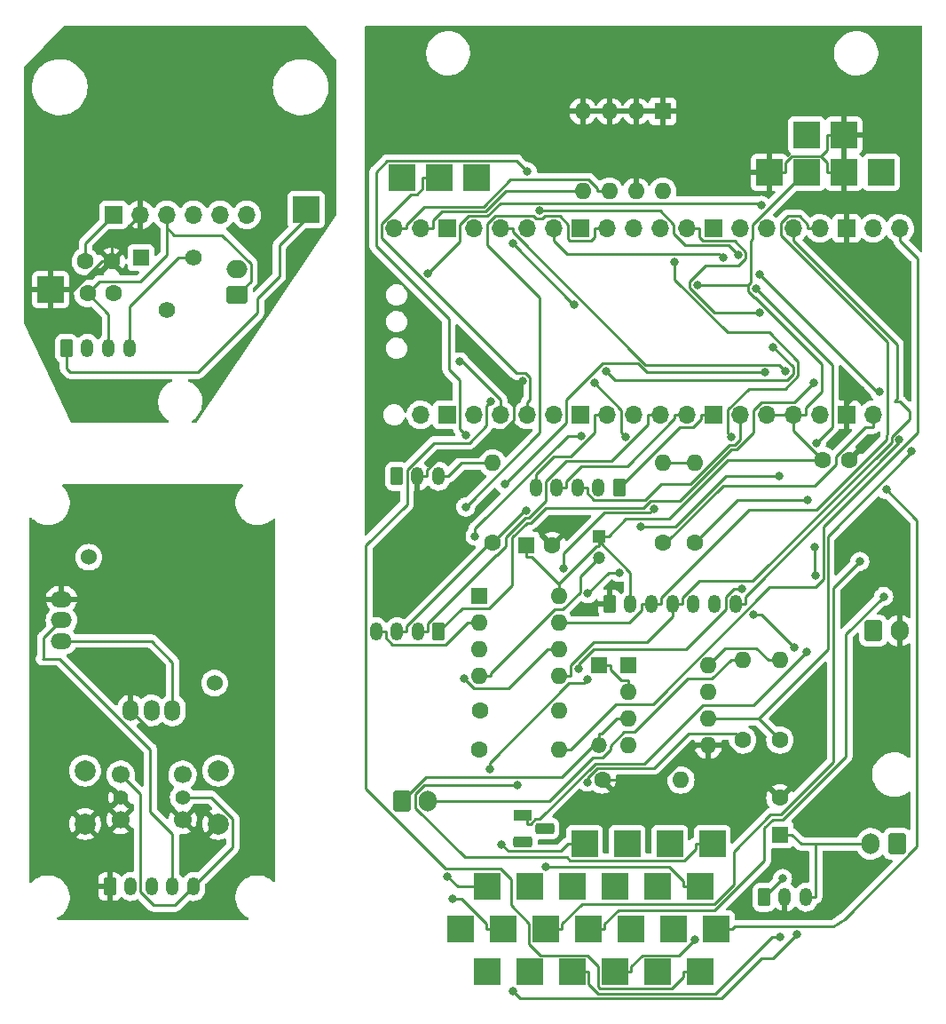
<source format=gbl>
%TF.GenerationSoftware,KiCad,Pcbnew,6.0.11+dfsg-1~bpo11+1*%
%TF.CreationDate,2025-04-08T22:30:35+02:00*%
%TF.ProjectId,v4d2_pico,76346432-5f70-4696-936f-2e6b69636164,rev?*%
%TF.SameCoordinates,Original*%
%TF.FileFunction,Copper,L2,Bot*%
%TF.FilePolarity,Positive*%
%FSLAX46Y46*%
G04 Gerber Fmt 4.6, Leading zero omitted, Abs format (unit mm)*
G04 Created by KiCad (PCBNEW 6.0.11+dfsg-1~bpo11+1) date 2025-04-08 22:30:35*
%MOMM*%
%LPD*%
G01*
G04 APERTURE LIST*
G04 Aperture macros list*
%AMRoundRect*
0 Rectangle with rounded corners*
0 $1 Rounding radius*
0 $2 $3 $4 $5 $6 $7 $8 $9 X,Y pos of 4 corners*
0 Add a 4 corners polygon primitive as box body*
4,1,4,$2,$3,$4,$5,$6,$7,$8,$9,$2,$3,0*
0 Add four circle primitives for the rounded corners*
1,1,$1+$1,$2,$3*
1,1,$1+$1,$4,$5*
1,1,$1+$1,$6,$7*
1,1,$1+$1,$8,$9*
0 Add four rect primitives between the rounded corners*
20,1,$1+$1,$2,$3,$4,$5,0*
20,1,$1+$1,$4,$5,$6,$7,0*
20,1,$1+$1,$6,$7,$8,$9,0*
20,1,$1+$1,$8,$9,$2,$3,0*%
G04 Aperture macros list end*
%TA.AperFunction,ComponentPad*%
%ADD10C,1.600000*%
%TD*%
%TA.AperFunction,ComponentPad*%
%ADD11O,1.600000X1.600000*%
%TD*%
%TA.AperFunction,ComponentPad*%
%ADD12R,1.600000X1.600000*%
%TD*%
%TA.AperFunction,ComponentPad*%
%ADD13R,2.500000X2.500000*%
%TD*%
%TA.AperFunction,ComponentPad*%
%ADD14RoundRect,0.250000X0.350000X0.625000X-0.350000X0.625000X-0.350000X-0.625000X0.350000X-0.625000X0*%
%TD*%
%TA.AperFunction,ComponentPad*%
%ADD15O,1.200000X1.750000*%
%TD*%
%TA.AperFunction,ComponentPad*%
%ADD16RoundRect,0.250000X-0.350000X-0.625000X0.350000X-0.625000X0.350000X0.625000X-0.350000X0.625000X0*%
%TD*%
%TA.AperFunction,ComponentPad*%
%ADD17O,1.700000X1.700000*%
%TD*%
%TA.AperFunction,ComponentPad*%
%ADD18R,1.700000X1.700000*%
%TD*%
%TA.AperFunction,ComponentPad*%
%ADD19RoundRect,0.250000X-0.600000X-0.750000X0.600000X-0.750000X0.600000X0.750000X-0.600000X0.750000X0*%
%TD*%
%TA.AperFunction,ComponentPad*%
%ADD20O,1.700000X2.000000*%
%TD*%
%TA.AperFunction,ComponentPad*%
%ADD21R,1.500000X1.500000*%
%TD*%
%TA.AperFunction,ComponentPad*%
%ADD22O,1.500000X1.500000*%
%TD*%
%TA.AperFunction,ComponentPad*%
%ADD23RoundRect,0.250000X0.750000X-0.600000X0.750000X0.600000X-0.750000X0.600000X-0.750000X-0.600000X0*%
%TD*%
%TA.AperFunction,ComponentPad*%
%ADD24O,2.000000X1.700000*%
%TD*%
%TA.AperFunction,ComponentPad*%
%ADD25C,1.700000*%
%TD*%
%TA.AperFunction,ComponentPad*%
%ADD26C,1.400000*%
%TD*%
%TA.AperFunction,ComponentPad*%
%ADD27C,2.000000*%
%TD*%
%TA.AperFunction,WasherPad*%
%ADD28C,1.524000*%
%TD*%
%TA.AperFunction,ComponentPad*%
%ADD29O,1.524000X2.000000*%
%TD*%
%TA.AperFunction,ComponentPad*%
%ADD30O,2.000000X1.524000*%
%TD*%
%TA.AperFunction,ComponentPad*%
%ADD31R,1.560000X1.560000*%
%TD*%
%TA.AperFunction,ComponentPad*%
%ADD32C,1.560000*%
%TD*%
%TA.AperFunction,ComponentPad*%
%ADD33R,1.800000X1.100000*%
%TD*%
%TA.AperFunction,ComponentPad*%
%ADD34RoundRect,0.275000X-0.625000X0.275000X-0.625000X-0.275000X0.625000X-0.275000X0.625000X0.275000X0*%
%TD*%
%TA.AperFunction,ComponentPad*%
%ADD35R,1.200000X1.200000*%
%TD*%
%TA.AperFunction,ComponentPad*%
%ADD36C,1.200000*%
%TD*%
%TA.AperFunction,ComponentPad*%
%ADD37RoundRect,0.250000X0.600000X0.750000X-0.600000X0.750000X-0.600000X-0.750000X0.600000X-0.750000X0*%
%TD*%
%TA.AperFunction,ViaPad*%
%ADD38C,0.800000*%
%TD*%
%TA.AperFunction,Conductor*%
%ADD39C,0.250000*%
%TD*%
G04 APERTURE END LIST*
D10*
X213614000Y-84074000D03*
D11*
X221114000Y-84074000D03*
D12*
X217975000Y-68326000D03*
D10*
X220475000Y-68326000D03*
X246293000Y-60198000D03*
X248793000Y-60198000D03*
D13*
X222377000Y-100838000D03*
X227605000Y-96774000D03*
X234569000Y-100838000D03*
X234569000Y-108966000D03*
X222377000Y-108966000D03*
X223901000Y-104902000D03*
X223541000Y-96774000D03*
X230505000Y-100838000D03*
X214249000Y-108966000D03*
X235733000Y-96774000D03*
X232029000Y-104902000D03*
X236093000Y-104902000D03*
X214249000Y-100838000D03*
X231669000Y-96774000D03*
X226441000Y-100838000D03*
X218313000Y-108966000D03*
X211709000Y-104902000D03*
X230505000Y-108966000D03*
X227965000Y-104902000D03*
X215773000Y-104902000D03*
X218313000Y-100838000D03*
X226441000Y-108966000D03*
X219837000Y-104902000D03*
X206121000Y-33274000D03*
X209677000Y-33274000D03*
X213233000Y-33274000D03*
D12*
X242189000Y-95886700D03*
D10*
X242189000Y-92386700D03*
D14*
X226885000Y-62780000D03*
D15*
X224885000Y-62780000D03*
X222885000Y-62780000D03*
X220885000Y-62780000D03*
X218885000Y-62780000D03*
D16*
X225933000Y-73914000D03*
D15*
X227933000Y-73914000D03*
X229933000Y-73914000D03*
X231933000Y-73914000D03*
X233933000Y-73914000D03*
X235933000Y-73914000D03*
X237933000Y-73914000D03*
D16*
X205613000Y-61722000D03*
D15*
X207613000Y-61722000D03*
X209613000Y-61722000D03*
D13*
X244729000Y-29210000D03*
X244729000Y-32766000D03*
X248285000Y-29210000D03*
X248285000Y-32766000D03*
X241173000Y-32766000D03*
X251841000Y-32766000D03*
D10*
X234061000Y-68072000D03*
D11*
X234061000Y-60452000D03*
D10*
X213487000Y-87757000D03*
D11*
X221107000Y-87757000D03*
D10*
X214757000Y-68072000D03*
D11*
X214757000Y-60452000D03*
D17*
X253635000Y-38100000D03*
X251095000Y-38100000D03*
D18*
X248555000Y-38100000D03*
D17*
X246015000Y-38100000D03*
X243475000Y-38100000D03*
X240935000Y-38100000D03*
X238395000Y-38100000D03*
D18*
X235855000Y-38100000D03*
D17*
X233315000Y-38100000D03*
X230775000Y-38100000D03*
X228235000Y-38100000D03*
X225695000Y-38100000D03*
D18*
X223155000Y-38100000D03*
D17*
X220615000Y-38100000D03*
X218075000Y-38100000D03*
X215535000Y-38100000D03*
X212995000Y-38100000D03*
D18*
X210455000Y-38100000D03*
D17*
X207915000Y-38100000D03*
X205375000Y-38100000D03*
X207915000Y-55880000D03*
D18*
X210455000Y-55880000D03*
D17*
X212995000Y-55880000D03*
X215535000Y-55880000D03*
X218075000Y-55880000D03*
X220615000Y-55880000D03*
D18*
X223155000Y-55880000D03*
D17*
X225695000Y-55880000D03*
X228235000Y-55880000D03*
X230775000Y-55880000D03*
X233315000Y-55880000D03*
D18*
X235855000Y-55880000D03*
D17*
X238395000Y-55880000D03*
X240935000Y-55880000D03*
X243475000Y-55880000D03*
X246015000Y-55880000D03*
D18*
X248555000Y-55880000D03*
D17*
X251095000Y-55880000D03*
D12*
X213497000Y-73162000D03*
D11*
X213497000Y-75702000D03*
X213497000Y-78242000D03*
X213497000Y-80782000D03*
X221117000Y-80782000D03*
X221117000Y-78242000D03*
X221117000Y-75702000D03*
X221117000Y-73162000D03*
D12*
X231003000Y-26934000D03*
D11*
X228463000Y-26934000D03*
X225923000Y-26934000D03*
X223383000Y-26934000D03*
X223383000Y-34554000D03*
X225923000Y-34554000D03*
X228463000Y-34554000D03*
X231003000Y-34554000D03*
D19*
X206121000Y-92710000D03*
D20*
X208621000Y-92710000D03*
D10*
X178649000Y-44296000D03*
X176149000Y-44296000D03*
X238633000Y-86868000D03*
D11*
X238633000Y-79248000D03*
D16*
X240665000Y-101854000D03*
D15*
X242665000Y-101854000D03*
X244665000Y-101854000D03*
D12*
X227721000Y-79766000D03*
D11*
X227721000Y-82306000D03*
X227721000Y-84846000D03*
X227721000Y-87386000D03*
X235341000Y-87386000D03*
X235341000Y-84846000D03*
X235341000Y-82306000D03*
X235341000Y-79766000D03*
D21*
X224917000Y-79751000D03*
D22*
X224917000Y-87371000D03*
D16*
X178245000Y-100838000D03*
D15*
X180245000Y-100838000D03*
X182245000Y-100838000D03*
X184245000Y-100838000D03*
X186245000Y-100838000D03*
D13*
X196977000Y-36322000D03*
D23*
X190373000Y-44450000D03*
D24*
X190373000Y-41950000D03*
D13*
X172593000Y-43942000D03*
D25*
X185195000Y-90186000D03*
D26*
X185195000Y-92336000D03*
D25*
X179295000Y-90186000D03*
D27*
X175895000Y-89796000D03*
X188595000Y-89796000D03*
D25*
X179295000Y-94486000D03*
D27*
X188595000Y-94876000D03*
D26*
X179295000Y-92336000D03*
D27*
X175895000Y-94876000D03*
D25*
X185195000Y-94486000D03*
D28*
X176245000Y-69446000D03*
X188245000Y-81446000D03*
D29*
X180245000Y-84046000D03*
X182245000Y-84046000D03*
X184245000Y-84046000D03*
D30*
X173645000Y-73446000D03*
X173645000Y-75446000D03*
X173645000Y-77446000D03*
D10*
X225231000Y-90678000D03*
D11*
X232731000Y-90678000D03*
D10*
X242189000Y-86868000D03*
D11*
X242189000Y-79248000D03*
D18*
X178619000Y-36816000D03*
D17*
X181159000Y-36816000D03*
X183699000Y-36816000D03*
X186239000Y-36816000D03*
X188779000Y-36816000D03*
X191319000Y-36816000D03*
D31*
X181229000Y-40894000D03*
D32*
X183729000Y-45894000D03*
X186229000Y-40894000D03*
D10*
X178415000Y-41248000D03*
X175915000Y-41248000D03*
X231013000Y-68072000D03*
D11*
X231013000Y-60452000D03*
D33*
X217675000Y-94032000D03*
D34*
X219745000Y-95302000D03*
X217675000Y-96572000D03*
D19*
X251099000Y-76454000D03*
D20*
X253599000Y-76454000D03*
D35*
X224917000Y-67463000D03*
D36*
X224917000Y-69463000D03*
D16*
X174117000Y-49530000D03*
D15*
X176117000Y-49530000D03*
X178117000Y-49530000D03*
X180117000Y-49530000D03*
D14*
X209645000Y-76544000D03*
D15*
X207645000Y-76544000D03*
X205645000Y-76544000D03*
X203645000Y-76544000D03*
D37*
X253365000Y-96774000D03*
D20*
X250865000Y-96774000D03*
D38*
X212086300Y-81016500D03*
X208556700Y-42393500D03*
X240427200Y-35902100D03*
X212210000Y-64660900D03*
X254762000Y-59309000D03*
X223799500Y-90880900D03*
X234318600Y-43504800D03*
X217962100Y-64995600D03*
X230169100Y-64820400D03*
X221558000Y-70473300D03*
X244755700Y-78512000D03*
X242095800Y-61713000D03*
X224468000Y-52823700D03*
X227455800Y-57942600D03*
X228903400Y-66526100D03*
X236797200Y-40914900D03*
X239924500Y-43857000D03*
X245684700Y-58536200D03*
X242721400Y-51703600D03*
X219219200Y-36413400D03*
X238190000Y-40657700D03*
X218075000Y-32667600D03*
X212232400Y-57813100D03*
X216737700Y-110837600D03*
X243800300Y-105392100D03*
X211654700Y-50824400D03*
X245418600Y-52808600D03*
X249811800Y-69841000D03*
X234061000Y-105899400D03*
X245480800Y-68517600D03*
X245560100Y-71228300D03*
X210944800Y-101993800D03*
X216710400Y-39557100D03*
X222549300Y-45347200D03*
X210464200Y-99857000D03*
X252336500Y-62992000D03*
X252090600Y-73186200D03*
X242215900Y-105632200D03*
X217155700Y-91197700D03*
X214633500Y-54563000D03*
X226862700Y-70916700D03*
X223868400Y-72915300D03*
X223841600Y-81095100D03*
X214502500Y-89667900D03*
X223193400Y-57865400D03*
X213099700Y-67443900D03*
X219888400Y-98975600D03*
X240800100Y-51818600D03*
X215949000Y-62484800D03*
X215655500Y-96818700D03*
X238518500Y-72438700D03*
X222986500Y-80101300D03*
X240283600Y-42482300D03*
X251682400Y-53666100D03*
X253565100Y-58267600D03*
X240221300Y-46146200D03*
X232139700Y-41298300D03*
X237582800Y-58008600D03*
X225598500Y-51720900D03*
X241525400Y-49391700D03*
X242439700Y-100079300D03*
X243568900Y-78076400D03*
X239702700Y-74893700D03*
X244818400Y-63997000D03*
X217605900Y-52617200D03*
X249911100Y-53487400D03*
D39*
X232858300Y-73335700D02*
X232858300Y-73914000D01*
X239607800Y-71713300D02*
X234480700Y-71713300D01*
X252839800Y-57967200D02*
X252839800Y-58481300D01*
X234480700Y-71713300D02*
X232858300Y-73335700D01*
X252839800Y-58481300D02*
X239607800Y-71713300D01*
X253111000Y-54612419D02*
X253619000Y-54612419D01*
X254520001Y-55513420D02*
X254520001Y-56286999D01*
X253619000Y-54612419D02*
X254520001Y-55513420D01*
X254520001Y-56286999D02*
X252839800Y-57967200D01*
X253365000Y-54358419D02*
X253111000Y-54612419D01*
X253365000Y-49165300D02*
X253365000Y-54358419D01*
X243475000Y-38100000D02*
X243475000Y-39275300D01*
X243475000Y-39275300D02*
X253365000Y-49165300D01*
X232858300Y-73914000D02*
X231933000Y-73914000D01*
X243800300Y-105392100D02*
X241496400Y-107696000D01*
X241496400Y-107696000D02*
X240411000Y-107696000D01*
X240411000Y-107696000D02*
X236608700Y-111498300D01*
X236608700Y-111498300D02*
X217398400Y-111498300D01*
X217398400Y-111498300D02*
X216737700Y-110837600D01*
X222377000Y-108966000D02*
X223952300Y-108966000D01*
X223952300Y-108966000D02*
X223952300Y-110147500D01*
X224852700Y-111047900D02*
X236043100Y-111047900D01*
X223952300Y-110147500D02*
X224852700Y-111047900D01*
X236043100Y-111047900D02*
X241458800Y-105632200D01*
X241458800Y-105632200D02*
X242215900Y-105632200D01*
X196977000Y-36322000D02*
X196977000Y-37157701D01*
X196977000Y-37157701D02*
X194437000Y-39697701D01*
X194437000Y-39697701D02*
X194437000Y-42672000D01*
X194437000Y-42672000D02*
X192353315Y-44755685D01*
X192353315Y-44755685D02*
X192353315Y-46152685D01*
X192353315Y-46152685D02*
X186690000Y-51816000D01*
X186690000Y-51816000D02*
X174498000Y-51816000D01*
X174498000Y-51816000D02*
X174117000Y-51435000D01*
X174117000Y-51435000D02*
X174117000Y-49530000D01*
X254762000Y-59309000D02*
X254762000Y-59464300D01*
X254762000Y-59464300D02*
X246766500Y-67459800D01*
X246766500Y-67459800D02*
X246766500Y-78246500D01*
X246766500Y-78246500D02*
X240167000Y-84846000D01*
X252336500Y-62992000D02*
X255280000Y-65935500D01*
X255280000Y-65935500D02*
X255280000Y-97024000D01*
X255280000Y-97024000D02*
X248363785Y-103940215D01*
X248363785Y-103940215D02*
X247295278Y-104666800D01*
X247295278Y-104666800D02*
X237903500Y-104666800D01*
X237903500Y-104666800D02*
X237668300Y-104902000D01*
X237668300Y-104902000D02*
X236093000Y-104902000D01*
X184245000Y-100838000D02*
X184245000Y-95836431D01*
X184245000Y-95836431D02*
X182118000Y-93709431D01*
X182118000Y-93709431D02*
X182118000Y-87757000D01*
X182118000Y-87757000D02*
X173482000Y-79121000D01*
X173482000Y-79121000D02*
X171958000Y-79121000D01*
X185195000Y-94486000D02*
X183388000Y-92679000D01*
X183388000Y-92679000D02*
X183388000Y-87189000D01*
X183388000Y-87189000D02*
X180245000Y-84046000D01*
X181170000Y-101346148D02*
X182439852Y-102616000D01*
X181170000Y-92061000D02*
X181170000Y-101346148D01*
X179295000Y-90186000D02*
X181170000Y-92061000D01*
X182439852Y-102616000D02*
X184467000Y-102616000D01*
X184467000Y-102616000D02*
X186245000Y-100838000D01*
X171958000Y-79121000D02*
X171831000Y-79121000D01*
X171958000Y-79121000D02*
X171958000Y-77133000D01*
X171958000Y-77133000D02*
X173645000Y-75446000D01*
X185195000Y-92336000D02*
X187928833Y-92336000D01*
X189992000Y-97091000D02*
X186245000Y-100838000D01*
X187928833Y-92336000D02*
X189992000Y-94399167D01*
X189992000Y-94399167D02*
X189992000Y-97091000D01*
X173645000Y-77446000D02*
X182221000Y-77446000D01*
X182221000Y-77446000D02*
X184245000Y-79470000D01*
X184245000Y-79470000D02*
X184245000Y-84046000D01*
X178117000Y-49530000D02*
X178117000Y-46264000D01*
X178117000Y-46264000D02*
X176149000Y-44296000D01*
X188976000Y-38735000D02*
X184404000Y-38735000D01*
X190373000Y-44450000D02*
X191698000Y-43125000D01*
X191698000Y-41457000D02*
X188976000Y-38735000D01*
X191698000Y-43125000D02*
X191698000Y-41457000D01*
X184404000Y-38735000D02*
X183699000Y-38030000D01*
X183699000Y-38030000D02*
X183699000Y-36816000D01*
X183699000Y-36816000D02*
X183699000Y-40634000D01*
X183699000Y-40634000D02*
X181162000Y-43171000D01*
X181162000Y-43171000D02*
X177274000Y-43171000D01*
X177274000Y-43171000D02*
X176149000Y-44296000D01*
X175915000Y-41248000D02*
X175915000Y-39520000D01*
X175915000Y-39520000D02*
X178619000Y-36816000D01*
X178415000Y-41248000D02*
X178415000Y-39560000D01*
X178415000Y-39560000D02*
X181159000Y-36816000D01*
X172593000Y-43942000D02*
X174811991Y-43942000D01*
X174811991Y-43942000D02*
X177505991Y-41248000D01*
X177505991Y-41248000D02*
X178415000Y-41248000D01*
X186229000Y-40894000D02*
X184785000Y-40894000D01*
X184785000Y-40894000D02*
X180117000Y-45562000D01*
X180117000Y-45562000D02*
X180117000Y-49530000D01*
X205375000Y-38100000D02*
X206550300Y-38100000D01*
X225923000Y-34554000D02*
X224797700Y-34554000D01*
X206550300Y-37732700D02*
X206550300Y-38100000D01*
X208258900Y-36024100D02*
X206550300Y-37732700D01*
X213891800Y-36024100D02*
X208258900Y-36024100D01*
X216487200Y-33428700D02*
X213891800Y-36024100D01*
X223953800Y-33428700D02*
X216487200Y-33428700D01*
X224797700Y-34272600D02*
X223953800Y-33428700D01*
X224797700Y-34554000D02*
X224797700Y-34272600D01*
X213497000Y-75702000D02*
X212371700Y-75702000D01*
X203645000Y-76544000D02*
X204570300Y-76544000D01*
X204570300Y-77122300D02*
X204570300Y-76544000D01*
X205203400Y-77755400D02*
X204570300Y-77122300D01*
X210318300Y-77755400D02*
X205203400Y-77755400D01*
X212371700Y-75702000D02*
X210318300Y-77755400D01*
X223383000Y-34554000D02*
X222257700Y-34554000D01*
X207915000Y-38100000D02*
X209090300Y-38100000D01*
X209090300Y-37291900D02*
X209090300Y-38100000D01*
X209907800Y-36474400D02*
X209090300Y-37291900D01*
X214078500Y-36474400D02*
X209907800Y-36474400D01*
X215998900Y-34554000D02*
X214078500Y-36474400D01*
X222257700Y-34554000D02*
X215998900Y-34554000D01*
X212985900Y-81916100D02*
X212086300Y-81016500D01*
X216317600Y-81916100D02*
X212985900Y-81916100D01*
X219991700Y-78242000D02*
X216317600Y-81916100D01*
X221117000Y-78242000D02*
X219991700Y-78242000D01*
X211630400Y-39319800D02*
X208556700Y-42393500D01*
X211630400Y-37785200D02*
X211630400Y-39319800D01*
X212490900Y-36924700D02*
X211630400Y-37785200D01*
X214265100Y-36924700D02*
X212490900Y-36924700D01*
X215501700Y-35688100D02*
X214265100Y-36924700D01*
X240213200Y-35688100D02*
X215501700Y-35688100D01*
X240427200Y-35902100D02*
X240213200Y-35688100D01*
X225695000Y-38100000D02*
X224519700Y-38100000D01*
X219278000Y-57592900D02*
X212210000Y-64660900D01*
X219278000Y-44677800D02*
X219278000Y-57592900D01*
X214265000Y-39664800D02*
X219278000Y-44677800D01*
X214265000Y-37695300D02*
X214265000Y-39664800D01*
X215035600Y-36924700D02*
X214265000Y-37695300D01*
X218704800Y-36924700D02*
X215035600Y-36924700D01*
X218918800Y-37138700D02*
X218704800Y-36924700D01*
X219519700Y-37138700D02*
X218918800Y-37138700D01*
X219733700Y-36924700D02*
X219519700Y-37138700D01*
X221163900Y-36924700D02*
X219733700Y-36924700D01*
X221979600Y-37740400D02*
X221163900Y-36924700D01*
X221979600Y-39089600D02*
X221979600Y-37740400D01*
X222165300Y-39275300D02*
X221979600Y-39089600D01*
X224152500Y-39275300D02*
X222165300Y-39275300D01*
X224519700Y-38908100D02*
X224152500Y-39275300D01*
X224519700Y-38100000D02*
X224519700Y-38908100D01*
X242189000Y-86868000D02*
X240167000Y-84846000D01*
X240167000Y-84846000D02*
X235341000Y-84846000D01*
X238633000Y-79248000D02*
X237507700Y-79248000D01*
X235719700Y-81036000D02*
X237507700Y-79248000D01*
X233405000Y-81036000D02*
X235719700Y-81036000D01*
X228325000Y-86116000D02*
X233405000Y-81036000D01*
X227316500Y-86116000D02*
X228325000Y-86116000D01*
X226027400Y-87405100D02*
X227316500Y-86116000D01*
X226027400Y-87782200D02*
X226027400Y-87405100D01*
X225245800Y-88563800D02*
X226027400Y-87782200D01*
X224370300Y-88563800D02*
X225245800Y-88563800D01*
X220224100Y-92710000D02*
X224370300Y-88563800D01*
X208621000Y-92710000D02*
X220224100Y-92710000D01*
X221117000Y-80782000D02*
X222242300Y-80782000D01*
X231933000Y-74281400D02*
X231933000Y-75114300D01*
X231933000Y-74281400D02*
X231933000Y-73914000D01*
X222242300Y-79777200D02*
X222242300Y-80782000D01*
X224452800Y-77566700D02*
X222242300Y-79777200D01*
X229480600Y-77566700D02*
X224452800Y-77566700D01*
X231933000Y-75114300D02*
X229480600Y-77566700D01*
X229007700Y-74492300D02*
X229007700Y-73914000D01*
X227798000Y-75702000D02*
X229007700Y-74492300D01*
X221117000Y-75702000D02*
X227798000Y-75702000D01*
X229645800Y-73914000D02*
X229007700Y-73914000D01*
X229645800Y-73914000D02*
X229933000Y-73914000D01*
X229933000Y-73914000D02*
X230858300Y-73914000D01*
X246015000Y-38100000D02*
X244839700Y-38100000D01*
X230858300Y-73335700D02*
X230858300Y-73914000D01*
X239246500Y-64947500D02*
X230858300Y-73335700D01*
X245675700Y-64947500D02*
X239246500Y-64947500D01*
X252389500Y-58233700D02*
X245675700Y-64947500D01*
X252389500Y-57780600D02*
X252389500Y-58233700D01*
X252407700Y-57762400D02*
X252389500Y-57780600D01*
X252407700Y-48932900D02*
X252407700Y-57762400D01*
X242255500Y-38780700D02*
X252407700Y-48932900D01*
X242255500Y-37619000D02*
X242255500Y-38780700D01*
X242949800Y-36924700D02*
X242255500Y-37619000D01*
X244031800Y-36924700D02*
X242949800Y-36924700D01*
X244839700Y-37732600D02*
X244031800Y-36924700D01*
X244839700Y-38100000D02*
X244839700Y-37732600D01*
X232609700Y-57055300D02*
X226885000Y-62780000D01*
X233871800Y-57055300D02*
X232609700Y-57055300D01*
X234679700Y-56247400D02*
X233871800Y-57055300D01*
X234679700Y-55880000D02*
X234679700Y-56247400D01*
X235855000Y-55880000D02*
X234679700Y-55880000D01*
X213497000Y-80782000D02*
X214622300Y-80782000D01*
X214622300Y-80500700D02*
X214622300Y-80782000D01*
X220688000Y-74435000D02*
X214622300Y-80500700D01*
X221493400Y-74435000D02*
X220688000Y-74435000D01*
X223143100Y-72785300D02*
X221493400Y-74435000D01*
X223143100Y-71236900D02*
X223143100Y-72785300D01*
X224917000Y-69463000D02*
X223143100Y-71236900D01*
X225146000Y-86295700D02*
X226595700Y-84846000D01*
X224917000Y-86295700D02*
X225146000Y-86295700D01*
X227721000Y-84846000D02*
X226595700Y-84846000D01*
X224917000Y-87371000D02*
X224917000Y-86833300D01*
X224917000Y-86833300D02*
X224917000Y-86295700D01*
X221357100Y-90393200D02*
X224917000Y-86833300D01*
X208437800Y-90393200D02*
X221357100Y-90393200D01*
X206121000Y-92710000D02*
X208437800Y-90393200D01*
X227008800Y-81180700D02*
X227721000Y-81180700D01*
X225992300Y-80164200D02*
X227008800Y-81180700D01*
X225992300Y-79751000D02*
X225992300Y-80164200D01*
X224917000Y-79751000D02*
X225992300Y-79751000D01*
X227721000Y-82306000D02*
X227721000Y-81180700D01*
X223799500Y-90487800D02*
X223799500Y-90880900D01*
X224734600Y-89552700D02*
X223799500Y-90487800D01*
X230145900Y-89552700D02*
X224734600Y-89552700D01*
X233461200Y-86237400D02*
X230145900Y-89552700D01*
X238002400Y-86237400D02*
X233461200Y-86237400D01*
X238633000Y-86868000D02*
X238002400Y-86237400D01*
X243475000Y-55880000D02*
X240935000Y-55880000D01*
X218531600Y-69451300D02*
X217975000Y-69451300D01*
X221117000Y-72036700D02*
X218531600Y-69451300D01*
X221117000Y-73162000D02*
X221117000Y-72036700D01*
X217975000Y-68326000D02*
X217975000Y-69451300D01*
X224917000Y-67463000D02*
X224917000Y-67925600D01*
X224917000Y-67925600D02*
X224917000Y-68388300D01*
X227933000Y-70941600D02*
X227933000Y-73914000D01*
X224917000Y-67925600D02*
X227933000Y-70941600D01*
X205645000Y-76544000D02*
X206570300Y-76544000D01*
X239938400Y-78122700D02*
X241063700Y-79248000D01*
X236984300Y-78122700D02*
X239938400Y-78122700D01*
X235341000Y-79766000D02*
X236984300Y-78122700D01*
X242189000Y-79248000D02*
X241063700Y-79248000D01*
X224917000Y-67463000D02*
X225842300Y-67463000D01*
X224668700Y-68388300D02*
X224917000Y-68388300D01*
X224668700Y-68388400D02*
X224668700Y-68388300D01*
X221117100Y-71940000D02*
X224668700Y-68388400D01*
X221117000Y-71940000D02*
X221117100Y-71940000D01*
X221117000Y-72036700D02*
X221117000Y-71940000D01*
X243475000Y-57380000D02*
X246293000Y-60198000D01*
X243475000Y-55880000D02*
X243475000Y-57380000D01*
X243475000Y-55880000D02*
X244650300Y-55880000D01*
X217833400Y-64995600D02*
X217962100Y-64995600D01*
X214757000Y-68072000D02*
X217833400Y-64995600D01*
X214517000Y-68072000D02*
X214757000Y-68072000D01*
X206570300Y-76018700D02*
X214517000Y-68072000D01*
X206570300Y-76544000D02*
X206570300Y-76018700D01*
X227504500Y-65800800D02*
X225842300Y-67463000D01*
X227504500Y-65800700D02*
X227504500Y-65800800D01*
X231577700Y-65800700D02*
X227504500Y-65800700D01*
X237180400Y-60198000D02*
X231577700Y-65800700D01*
X246293000Y-60198000D02*
X237180400Y-60198000D01*
X239180600Y-43504800D02*
X234318600Y-43504800D01*
X244650300Y-55153300D02*
X244650300Y-55880000D01*
X246144100Y-53659500D02*
X244650300Y-55153300D01*
X246144100Y-51023000D02*
X246144100Y-53659500D01*
X239798700Y-44677600D02*
X246144100Y-51023000D01*
X239719400Y-44677600D02*
X239798700Y-44677600D01*
X239180600Y-44138800D02*
X239719400Y-44677600D01*
X239180600Y-43504800D02*
X239180600Y-44138800D01*
X239412200Y-43273200D02*
X239180600Y-43504800D01*
X239412200Y-39308100D02*
X239412200Y-43273200D01*
X239586900Y-39133400D02*
X239412200Y-39308100D01*
X239586900Y-37768200D02*
X239586900Y-39133400D01*
X244589100Y-32766000D02*
X239586900Y-37768200D01*
X244729000Y-32766000D02*
X244589100Y-32766000D01*
X207645000Y-76544000D02*
X208570300Y-76544000D01*
X230775000Y-55880000D02*
X229599700Y-55880000D01*
X229599700Y-56824500D02*
X229599700Y-55880000D01*
X226130700Y-60293500D02*
X229599700Y-56824500D01*
X221773000Y-60293500D02*
X226130700Y-60293500D01*
X219885000Y-62181500D02*
X221773000Y-60293500D01*
X219885000Y-64098500D02*
X219885000Y-62181500D01*
X218262600Y-65720900D02*
X219885000Y-64098500D01*
X217866500Y-65720900D02*
X218262600Y-65720900D01*
X216030200Y-67557200D02*
X217866500Y-65720900D01*
X216030200Y-68419100D02*
X216030200Y-67557200D01*
X215223200Y-69226100D02*
X216030200Y-68419100D01*
X215093000Y-69226100D02*
X215223200Y-69226100D01*
X208570300Y-75748800D02*
X215093000Y-69226100D01*
X208570300Y-76544000D02*
X208570300Y-75748800D01*
X231013000Y-60452000D02*
X234061000Y-60452000D01*
X229778300Y-65211200D02*
X230169100Y-64820400D01*
X225443900Y-65211200D02*
X229778300Y-65211200D01*
X221558000Y-69097100D02*
X225443900Y-65211200D01*
X221558000Y-70473300D02*
X221558000Y-69097100D01*
X218075000Y-94032000D02*
X218075000Y-94907300D01*
X218472600Y-94907300D02*
X218075000Y-94907300D01*
X218518700Y-94861200D02*
X218472600Y-94907300D01*
X218518700Y-94777800D02*
X218518700Y-94861200D01*
X218870800Y-94425700D02*
X218518700Y-94777800D01*
X219224700Y-94425700D02*
X218870800Y-94425700D01*
X224548000Y-89102400D02*
X219224700Y-94425700D01*
X229285600Y-89102400D02*
X224548000Y-89102400D01*
X234812000Y-83576000D02*
X229285600Y-89102400D01*
X239691700Y-83576000D02*
X234812000Y-83576000D01*
X244755700Y-78512000D02*
X239691700Y-83576000D01*
X227059600Y-55415300D02*
X224468000Y-52823700D01*
X227059600Y-57546400D02*
X227059600Y-55415300D01*
X227455800Y-57942600D02*
X227059600Y-57546400D01*
X232196500Y-66526100D02*
X228903400Y-66526100D01*
X237009600Y-61713000D02*
X232196500Y-66526100D01*
X242095800Y-61713000D02*
X237009600Y-61713000D01*
X220615000Y-38100000D02*
X220615000Y-39275300D01*
X236381800Y-40499500D02*
X236797200Y-40914900D01*
X221839200Y-40499500D02*
X236381800Y-40499500D01*
X220615000Y-39275300D02*
X221839200Y-40499500D01*
X247190400Y-51122900D02*
X239924500Y-43857000D01*
X247190400Y-57030500D02*
X247190400Y-51122900D01*
X245684700Y-58536200D02*
X247190400Y-57030500D01*
X215535000Y-38100000D02*
X216710300Y-38100000D01*
X242103000Y-51085200D02*
X242721400Y-51703600D01*
X229366300Y-51085200D02*
X242103000Y-51085200D01*
X216710300Y-38429200D02*
X229366300Y-51085200D01*
X216710300Y-38100000D02*
X216710300Y-38429200D01*
X237258000Y-39725700D02*
X238190000Y-40657700D01*
X233181900Y-39725700D02*
X237258000Y-39725700D01*
X232045000Y-38588800D02*
X233181900Y-39725700D01*
X232045000Y-37705800D02*
X232045000Y-38588800D01*
X230752600Y-36413400D02*
X232045000Y-37705800D01*
X219219200Y-36413400D02*
X230752600Y-36413400D01*
X217073300Y-31665900D02*
X218075000Y-32667600D01*
X204714100Y-31665900D02*
X217073300Y-31665900D01*
X203657400Y-32722600D02*
X204714100Y-31665900D01*
X203657400Y-39773100D02*
X203657400Y-32722600D01*
X210616100Y-46731800D02*
X203657400Y-39773100D01*
X210616100Y-51549800D02*
X210616100Y-46731800D01*
X211630400Y-52564100D02*
X210616100Y-51549800D01*
X211630400Y-57211100D02*
X211630400Y-52564100D01*
X212232400Y-57813100D02*
X211630400Y-57211100D01*
X215535000Y-55880000D02*
X215535000Y-54704700D01*
X211920700Y-50824400D02*
X211654700Y-50824400D01*
X215535000Y-54438700D02*
X211920700Y-50824400D01*
X215535000Y-54704700D02*
X215535000Y-54438700D01*
X209677000Y-33274000D02*
X208101700Y-33274000D01*
X218075000Y-55880000D02*
X218075000Y-54704700D01*
X218331200Y-54448500D02*
X218075000Y-54704700D01*
X218331200Y-52316700D02*
X218331200Y-54448500D01*
X217906400Y-51891900D02*
X218331200Y-52316700D01*
X217029400Y-51891900D02*
X217906400Y-51891900D01*
X204146200Y-39008700D02*
X217029400Y-51891900D01*
X204146200Y-37661800D02*
X204146200Y-39008700D01*
X206958700Y-34849300D02*
X204146200Y-37661800D01*
X207530300Y-34849300D02*
X206958700Y-34849300D01*
X208101700Y-34277900D02*
X207530300Y-34849300D01*
X208101700Y-33274000D02*
X208101700Y-34277900D01*
X211901600Y-74287400D02*
X209645000Y-76544000D01*
X214452300Y-74287400D02*
X211901600Y-74287400D01*
X216639600Y-72100100D02*
X214452300Y-74287400D01*
X216639600Y-67584700D02*
X216639600Y-72100100D01*
X218053100Y-66171200D02*
X216639600Y-67584700D01*
X218449200Y-66171200D02*
X218053100Y-66171200D01*
X219859500Y-64760900D02*
X218449200Y-66171200D01*
X229202900Y-64760900D02*
X219859500Y-64760900D01*
X229868700Y-64095100D02*
X229202900Y-64760900D01*
X232646400Y-64095100D02*
X229868700Y-64095100D01*
X237557300Y-59184200D02*
X232646400Y-64095100D01*
X238069900Y-59184200D02*
X237557300Y-59184200D01*
X239665000Y-57589100D02*
X238069900Y-59184200D01*
X239665000Y-55420000D02*
X239665000Y-57589100D01*
X240432700Y-54652300D02*
X239665000Y-55420000D01*
X243574900Y-54652300D02*
X240432700Y-54652300D01*
X245418600Y-52808600D02*
X243574900Y-54652300D01*
X219837000Y-104902000D02*
X221412300Y-104902000D01*
X221412300Y-104409700D02*
X221412300Y-104902000D01*
X223336500Y-102485500D02*
X221412300Y-104409700D01*
X235947400Y-102485500D02*
X223336500Y-102485500D01*
X237784700Y-100648200D02*
X235947400Y-102485500D01*
X237784700Y-97502500D02*
X237784700Y-100648200D01*
X241287700Y-93999500D02*
X237784700Y-97502500D01*
X242250700Y-93999500D02*
X241287700Y-93999500D01*
X247317500Y-88932700D02*
X242250700Y-93999500D01*
X247317500Y-72335300D02*
X247317500Y-88932700D01*
X249811800Y-69841000D02*
X247317500Y-72335300D01*
X226441000Y-108966000D02*
X228016300Y-108966000D01*
X228016300Y-108473600D02*
X228016300Y-108966000D01*
X229099200Y-107390700D02*
X228016300Y-108473600D01*
X232569700Y-107390700D02*
X229099200Y-107390700D01*
X234061000Y-105899400D02*
X232569700Y-107390700D01*
X245480800Y-71149000D02*
X245560100Y-71228300D01*
X245480800Y-68517600D02*
X245480800Y-71149000D01*
X222500500Y-45347200D02*
X216710400Y-39557100D01*
X222549300Y-45347200D02*
X222500500Y-45347200D01*
X211781900Y-101993800D02*
X210944800Y-101993800D01*
X214197700Y-104409600D02*
X211781900Y-101993800D01*
X214197700Y-104902000D02*
X214197700Y-104409600D01*
X215773000Y-104902000D02*
X214197700Y-104902000D01*
X211445200Y-100838000D02*
X210464200Y-99857000D01*
X214249000Y-100838000D02*
X211445200Y-100838000D01*
X223901000Y-104902000D02*
X225476300Y-104902000D01*
X248478400Y-76798400D02*
X252090600Y-73186200D01*
X248478400Y-88424700D02*
X248478400Y-76798400D01*
X242453300Y-94449800D02*
X248478400Y-88424700D01*
X241517000Y-94449800D02*
X242453300Y-94449800D01*
X240690800Y-95276000D02*
X241517000Y-94449800D01*
X240690800Y-98379000D02*
X240690800Y-95276000D01*
X235974700Y-103095100D02*
X240690800Y-98379000D01*
X226790800Y-103095100D02*
X235974700Y-103095100D01*
X225476300Y-104409600D02*
X226790800Y-103095100D01*
X225476300Y-104902000D02*
X225476300Y-104409600D01*
X235733000Y-96774000D02*
X234157700Y-96774000D01*
X208270200Y-91197700D02*
X217155700Y-91197700D01*
X207428000Y-92039900D02*
X208270200Y-91197700D01*
X207428000Y-93357600D02*
X207428000Y-92039900D01*
X212122200Y-98051800D02*
X207428000Y-93357600D01*
X221850800Y-98051800D02*
X212122200Y-98051800D01*
X222148300Y-98349300D02*
X221850800Y-98051800D01*
X233074800Y-98349300D02*
X222148300Y-98349300D01*
X234157700Y-97266400D02*
X233074800Y-98349300D01*
X234157700Y-96774000D02*
X234157700Y-97266400D01*
X234569000Y-108966000D02*
X232993700Y-108966000D01*
X214170400Y-55026100D02*
X214633500Y-54563000D01*
X214170400Y-56900900D02*
X214170400Y-55026100D01*
X212532900Y-58538400D02*
X214170400Y-56900900D01*
X209206700Y-58538400D02*
X212532900Y-58538400D01*
X206613500Y-61131600D02*
X209206700Y-58538400D01*
X206613500Y-64394700D02*
X206613500Y-61131600D01*
X202689800Y-68318400D02*
X206613500Y-64394700D01*
X202689800Y-91493500D02*
X202689800Y-68318400D01*
X210301500Y-99105200D02*
X202689800Y-91493500D01*
X215488300Y-99105200D02*
X210301500Y-99105200D01*
X216506200Y-100123100D02*
X215488300Y-99105200D01*
X216506200Y-102626400D02*
X216506200Y-100123100D01*
X218261600Y-104381800D02*
X216506200Y-102626400D01*
X218261600Y-106311000D02*
X218261600Y-104381800D01*
X219341200Y-107390600D02*
X218261600Y-106311000D01*
X223845400Y-107390600D02*
X219341200Y-107390600D01*
X224865600Y-108410800D02*
X223845400Y-107390600D01*
X224865600Y-110358600D02*
X224865600Y-108410800D01*
X225048400Y-110541400D02*
X224865600Y-110358600D01*
X231910600Y-110541400D02*
X225048400Y-110541400D01*
X232993700Y-109458300D02*
X231910600Y-110541400D01*
X232993700Y-108966000D02*
X232993700Y-109458300D01*
X225867000Y-70916700D02*
X226862700Y-70916700D01*
X223868400Y-72915300D02*
X225867000Y-70916700D01*
X223468500Y-81468200D02*
X223841600Y-81095100D01*
X222054300Y-81468200D02*
X223468500Y-81468200D01*
X214502500Y-89020000D02*
X222054300Y-81468200D01*
X214502500Y-89667900D02*
X214502500Y-89020000D01*
X234569000Y-100838000D02*
X232993700Y-100838000D01*
X221958500Y-57865400D02*
X223193400Y-57865400D01*
X213099700Y-66724200D02*
X221958500Y-57865400D01*
X213099700Y-67443900D02*
X213099700Y-66724200D01*
X231623700Y-98975600D02*
X219888400Y-98975600D01*
X232993700Y-100345600D02*
X231623700Y-98975600D01*
X232993700Y-100838000D02*
X232993700Y-100345600D01*
X216301200Y-97464400D02*
X215655500Y-96818700D01*
X221275300Y-97464400D02*
X216301200Y-97464400D01*
X221965700Y-96774000D02*
X221275300Y-97464400D01*
X223541000Y-96774000D02*
X221965700Y-96774000D01*
X229462800Y-51818600D02*
X240800100Y-51818600D01*
X228638100Y-50993900D02*
X229462800Y-51818600D01*
X225234800Y-50993900D02*
X228638100Y-50993900D01*
X221790400Y-54438300D02*
X225234800Y-50993900D01*
X221790400Y-56643400D02*
X221790400Y-54438300D01*
X215949000Y-62484800D02*
X221790400Y-56643400D01*
X237809900Y-72438700D02*
X238518500Y-72438700D01*
X237007600Y-73241000D02*
X237809900Y-72438700D01*
X237007600Y-74435000D02*
X237007600Y-73241000D01*
X233200600Y-78242000D02*
X237007600Y-74435000D01*
X224414400Y-78242000D02*
X233200600Y-78242000D01*
X222986500Y-79669900D02*
X224414400Y-78242000D01*
X222986500Y-80101300D02*
X222986500Y-79669900D01*
X211808300Y-60452000D02*
X210538300Y-61722000D01*
X214757000Y-60452000D02*
X211808300Y-60452000D01*
X209613000Y-61722000D02*
X210538300Y-61722000D01*
X251467400Y-53666100D02*
X251682400Y-53666100D01*
X240283600Y-42482300D02*
X251467400Y-53666100D01*
X237933000Y-73914000D02*
X238858300Y-73914000D01*
X238858300Y-73220800D02*
X238858300Y-73914000D01*
X253565100Y-58514000D02*
X238858300Y-73220800D01*
X253565100Y-58267600D02*
X253565100Y-58514000D01*
X234490300Y-38895400D02*
X234490300Y-38100000D01*
X234870200Y-39275300D02*
X234490300Y-38895400D01*
X237864600Y-39275300D02*
X234870200Y-39275300D01*
X238928000Y-40338700D02*
X237864600Y-39275300D01*
X238928000Y-40965100D02*
X238928000Y-40338700D01*
X238214200Y-41678900D02*
X238928000Y-40965100D01*
X235097600Y-41678900D02*
X238214200Y-41678900D01*
X233576100Y-43200400D02*
X235097600Y-41678900D01*
X233576100Y-43790000D02*
X233576100Y-43200400D01*
X235932300Y-46146200D02*
X233576100Y-43790000D01*
X240221300Y-46146200D02*
X235932300Y-46146200D01*
X233315000Y-38100000D02*
X234490300Y-38100000D01*
X237219600Y-57645400D02*
X237582800Y-58008600D01*
X237219600Y-55364600D02*
X237219600Y-57645400D01*
X239199800Y-53384400D02*
X237219600Y-55364600D01*
X242721400Y-53384400D02*
X239199800Y-53384400D01*
X243931700Y-52174100D02*
X242721400Y-53384400D01*
X243931700Y-50767800D02*
X243931700Y-52174100D01*
X241193100Y-48029200D02*
X243931700Y-50767800D01*
X237178400Y-48029200D02*
X241193100Y-48029200D01*
X232139700Y-42990500D02*
X237178400Y-48029200D01*
X232139700Y-41298300D02*
X232139700Y-42990500D01*
X225695000Y-55880000D02*
X224519700Y-55880000D01*
X218885000Y-62780000D02*
X218885000Y-61579700D01*
X224519700Y-57566800D02*
X224519700Y-55880000D01*
X222243300Y-59843200D02*
X224519700Y-57566800D01*
X220621500Y-59843200D02*
X222243300Y-59843200D01*
X218885000Y-61579700D02*
X220621500Y-59843200D01*
X242189000Y-95886700D02*
X243314300Y-95886700D01*
X251095000Y-55880000D02*
X251095000Y-57055300D01*
X244665000Y-101854000D02*
X245590300Y-101854000D01*
X250865000Y-96774000D02*
X245590300Y-96774000D01*
X244201600Y-96774000D02*
X243314300Y-95886700D01*
X245590300Y-96774000D02*
X244201600Y-96774000D01*
X245590300Y-96774000D02*
X245590300Y-101854000D01*
X250338700Y-57055300D02*
X251095000Y-57055300D01*
X247543000Y-59851000D02*
X250338700Y-57055300D01*
X247543000Y-60612600D02*
X247543000Y-59851000D01*
X245542000Y-62613600D02*
X247543000Y-60612600D01*
X236745900Y-62613600D02*
X245542000Y-62613600D01*
X231287500Y-68072000D02*
X236745900Y-62613600D01*
X231013000Y-68072000D02*
X231287500Y-68072000D01*
X226435400Y-52557800D02*
X225598500Y-51720900D01*
X242893700Y-52557800D02*
X226435400Y-52557800D01*
X243450100Y-52001400D02*
X242893700Y-52557800D01*
X243450100Y-51316400D02*
X243450100Y-52001400D01*
X241525400Y-49391700D02*
X243450100Y-51316400D01*
X253635000Y-38100000D02*
X253635000Y-39275300D01*
X221107000Y-87757000D02*
X222232300Y-87757000D01*
X226557900Y-83431400D02*
X222232300Y-87757000D01*
X230084000Y-83431400D02*
X226557900Y-83431400D01*
X241201300Y-72314100D02*
X230084000Y-83431400D01*
X245555900Y-72314100D02*
X241201300Y-72314100D01*
X246316200Y-71553800D02*
X245555900Y-72314100D01*
X246316200Y-66542500D02*
X246316200Y-71553800D01*
X255327800Y-57530900D02*
X246316200Y-66542500D01*
X255327800Y-40968100D02*
X255327800Y-57530900D01*
X253635000Y-39275300D02*
X255327800Y-40968100D01*
X221810300Y-62201700D02*
X221810300Y-62780000D01*
X223256300Y-60755700D02*
X221810300Y-62201700D01*
X227614600Y-60755700D02*
X223256300Y-60755700D01*
X232139700Y-56230600D02*
X227614600Y-60755700D01*
X232139700Y-55880000D02*
X232139700Y-56230600D01*
X233315000Y-55880000D02*
X232139700Y-55880000D01*
X220885000Y-62780000D02*
X221810300Y-62780000D01*
X240386200Y-74893700D02*
X239702700Y-74893700D01*
X243568900Y-78076400D02*
X240386200Y-74893700D01*
X240665000Y-101854000D02*
X242439700Y-100079300D01*
X238136000Y-63997000D02*
X244818400Y-63997000D01*
X234061000Y-68072000D02*
X238136000Y-63997000D01*
X222885000Y-62780000D02*
X223810300Y-62780000D01*
X238395000Y-55880000D02*
X238395000Y-57055300D01*
X238395000Y-58222200D02*
X238395000Y-57055300D01*
X237883300Y-58733900D02*
X238395000Y-58222200D01*
X237370700Y-58733900D02*
X237883300Y-58733900D01*
X233634300Y-62470300D02*
X237370700Y-58733900D01*
X230856500Y-62470300D02*
X233634300Y-62470300D01*
X229326500Y-64000300D02*
X230856500Y-62470300D01*
X224452300Y-64000300D02*
X229326500Y-64000300D01*
X223810300Y-63358300D02*
X224452300Y-64000300D01*
X223810300Y-62780000D02*
X223810300Y-63358300D01*
X223383000Y-26934000D02*
X225923000Y-26934000D01*
X225923000Y-26934000D02*
X228463000Y-26934000D01*
X228463000Y-26934000D02*
X231003000Y-26934000D01*
X228463000Y-34554000D02*
X228463000Y-32766000D01*
X228463000Y-32766000D02*
X228463000Y-26934000D01*
X248285000Y-32766000D02*
X246709700Y-32766000D01*
X228463000Y-32766000D02*
X241173000Y-32766000D01*
X241173000Y-32766000D02*
X242748300Y-32766000D01*
X243339000Y-31190700D02*
X246119000Y-31190700D01*
X242748300Y-31781400D02*
X243339000Y-31190700D01*
X242748300Y-32766000D02*
X242748300Y-31781400D01*
X246709700Y-31781400D02*
X246709700Y-32766000D01*
X246119000Y-31190700D02*
X246709700Y-31781400D01*
X246709700Y-30600000D02*
X246709700Y-29210000D01*
X246119000Y-31190700D02*
X246709700Y-30600000D01*
X248285000Y-29210000D02*
X246709700Y-29210000D01*
X235341000Y-87386000D02*
X234215700Y-87386000D01*
X208538300Y-61143700D02*
X208538300Y-61722000D01*
X209818900Y-59863100D02*
X208538300Y-61143700D01*
X213297500Y-59863100D02*
X209818900Y-59863100D01*
X216805000Y-56355600D02*
X213297500Y-59863100D01*
X216805000Y-53418100D02*
X216805000Y-56355600D01*
X217605900Y-52617200D02*
X216805000Y-53418100D01*
X207613000Y-61722000D02*
X208538300Y-61722000D01*
X237188300Y-87386000D02*
X236466300Y-87386000D01*
X242189000Y-92386700D02*
X237188300Y-87386000D01*
X235341000Y-87386000D02*
X236466300Y-87386000D01*
X248555000Y-55880000D02*
X248555000Y-54704700D01*
X248693800Y-54704700D02*
X249911100Y-53487400D01*
X248555000Y-54704700D02*
X248693800Y-54704700D01*
X230923700Y-90678000D02*
X225231000Y-90678000D01*
X234215700Y-87386000D02*
X230923700Y-90678000D01*
%TA.AperFunction,Conductor*%
G36*
X190905749Y-62504502D02*
G01*
X190952242Y-62558158D01*
X190962346Y-62628432D01*
X190932852Y-62693012D01*
X190923399Y-62702800D01*
X190802378Y-62815260D01*
X190620287Y-63037732D01*
X190470073Y-63282858D01*
X190354517Y-63546102D01*
X190275756Y-63822594D01*
X190235249Y-64107216D01*
X190235227Y-64111505D01*
X190235226Y-64111512D01*
X190233765Y-64390417D01*
X190233743Y-64394703D01*
X190271268Y-64679734D01*
X190347129Y-64957036D01*
X190459923Y-65221476D01*
X190607561Y-65468161D01*
X190787313Y-65692528D01*
X190843462Y-65745811D01*
X190940726Y-65838111D01*
X190995851Y-65890423D01*
X191229317Y-66058186D01*
X191233112Y-66060195D01*
X191233113Y-66060196D01*
X191254869Y-66071715D01*
X191483392Y-66192712D01*
X191753373Y-66291511D01*
X192034264Y-66352755D01*
X192062841Y-66355004D01*
X192257282Y-66370307D01*
X192257291Y-66370307D01*
X192259739Y-66370500D01*
X192415271Y-66370500D01*
X192417407Y-66370354D01*
X192417418Y-66370354D01*
X192625548Y-66356165D01*
X192625554Y-66356164D01*
X192629825Y-66355873D01*
X192634020Y-66355004D01*
X192634022Y-66355004D01*
X192770584Y-66326723D01*
X192911342Y-66297574D01*
X193182343Y-66201607D01*
X193437812Y-66069750D01*
X193441313Y-66067289D01*
X193441317Y-66067287D01*
X193555417Y-65987096D01*
X193673023Y-65904441D01*
X193843729Y-65745811D01*
X193907246Y-65714092D01*
X193977829Y-65721748D01*
X194033067Y-65766349D01*
X194055500Y-65838111D01*
X194055500Y-100303009D01*
X194035498Y-100371130D01*
X193981842Y-100417623D01*
X193911568Y-100427727D01*
X193842767Y-100394406D01*
X193693258Y-100252527D01*
X193693255Y-100252525D01*
X193690149Y-100249577D01*
X193456683Y-100081814D01*
X193434843Y-100070250D01*
X193411654Y-100057972D01*
X193202608Y-99947288D01*
X193066348Y-99897424D01*
X192936658Y-99849964D01*
X192936656Y-99849963D01*
X192932627Y-99848489D01*
X192651736Y-99787245D01*
X192620685Y-99784801D01*
X192428718Y-99769693D01*
X192428709Y-99769693D01*
X192426261Y-99769500D01*
X192270729Y-99769500D01*
X192268593Y-99769646D01*
X192268582Y-99769646D01*
X192060452Y-99783835D01*
X192060446Y-99783836D01*
X192056175Y-99784127D01*
X192051980Y-99784996D01*
X192051978Y-99784996D01*
X191915416Y-99813277D01*
X191774658Y-99842426D01*
X191503657Y-99938393D01*
X191248188Y-100070250D01*
X191244687Y-100072711D01*
X191244683Y-100072713D01*
X191231734Y-100081814D01*
X191012977Y-100235559D01*
X190997892Y-100249577D01*
X190842038Y-100394406D01*
X190802378Y-100431260D01*
X190620287Y-100653732D01*
X190470073Y-100898858D01*
X190354517Y-101162102D01*
X190275756Y-101438594D01*
X190235249Y-101723216D01*
X190235227Y-101727505D01*
X190235226Y-101727512D01*
X190233837Y-101992762D01*
X190233743Y-102010703D01*
X190234302Y-102014947D01*
X190234302Y-102014951D01*
X190242189Y-102074855D01*
X190271268Y-102295734D01*
X190347129Y-102573036D01*
X190459923Y-102837476D01*
X190471693Y-102857142D01*
X190599675Y-103070984D01*
X190607561Y-103084161D01*
X190787313Y-103308528D01*
X190843462Y-103361811D01*
X190940726Y-103454111D01*
X190995851Y-103506423D01*
X191229317Y-103674186D01*
X191233112Y-103676195D01*
X191233113Y-103676196D01*
X191419997Y-103775146D01*
X191470840Y-103824698D01*
X191486822Y-103893873D01*
X191462868Y-103960706D01*
X191406584Y-104003980D01*
X191361038Y-104012500D01*
X173323586Y-104012500D01*
X173255465Y-103992498D01*
X173208972Y-103938842D01*
X173198868Y-103868568D01*
X173228362Y-103803988D01*
X173265796Y-103774534D01*
X173434005Y-103687715D01*
X173434006Y-103687715D01*
X173437812Y-103685750D01*
X173441313Y-103683289D01*
X173441317Y-103683287D01*
X173555417Y-103603096D01*
X173673023Y-103520441D01*
X173751403Y-103447606D01*
X173880479Y-103327661D01*
X173880481Y-103327658D01*
X173883622Y-103324740D01*
X174065713Y-103102268D01*
X174215927Y-102857142D01*
X174331483Y-102593898D01*
X174410244Y-102317406D01*
X174450751Y-102032784D01*
X174450821Y-102019552D01*
X174452235Y-101749583D01*
X174452235Y-101749576D01*
X174452257Y-101745297D01*
X174421292Y-101510095D01*
X177137001Y-101510095D01*
X177137338Y-101516614D01*
X177147257Y-101612206D01*
X177150149Y-101625600D01*
X177201588Y-101779784D01*
X177207761Y-101792962D01*
X177293063Y-101930807D01*
X177302099Y-101942208D01*
X177416829Y-102056739D01*
X177428240Y-102065751D01*
X177566243Y-102150816D01*
X177579424Y-102156963D01*
X177733710Y-102208138D01*
X177747086Y-102211005D01*
X177841438Y-102220672D01*
X177847854Y-102221000D01*
X177972885Y-102221000D01*
X177988124Y-102216525D01*
X177989329Y-102215135D01*
X177991000Y-102207452D01*
X177991000Y-101110115D01*
X177986525Y-101094876D01*
X177985135Y-101093671D01*
X177977452Y-101092000D01*
X177155116Y-101092000D01*
X177139877Y-101096475D01*
X177138672Y-101097865D01*
X177137001Y-101105548D01*
X177137001Y-101510095D01*
X174421292Y-101510095D01*
X174414732Y-101460266D01*
X174338871Y-101182964D01*
X174226077Y-100918524D01*
X174125016Y-100749663D01*
X174080643Y-100675521D01*
X174080640Y-100675517D01*
X174078439Y-100671839D01*
X173993554Y-100565885D01*
X177137000Y-100565885D01*
X177141475Y-100581124D01*
X177142865Y-100582329D01*
X177150548Y-100584000D01*
X177972885Y-100584000D01*
X177988124Y-100579525D01*
X177989329Y-100578135D01*
X177991000Y-100570452D01*
X177991000Y-99473116D01*
X177986525Y-99457877D01*
X177985135Y-99456672D01*
X177977452Y-99455001D01*
X177847905Y-99455001D01*
X177841386Y-99455338D01*
X177745794Y-99465257D01*
X177732400Y-99468149D01*
X177578216Y-99519588D01*
X177565038Y-99525761D01*
X177427193Y-99611063D01*
X177415792Y-99620099D01*
X177301261Y-99734829D01*
X177292249Y-99746240D01*
X177207184Y-99884243D01*
X177201037Y-99897424D01*
X177149862Y-100051710D01*
X177146995Y-100065086D01*
X177137328Y-100159438D01*
X177137000Y-100165855D01*
X177137000Y-100565885D01*
X173993554Y-100565885D01*
X173898687Y-100447472D01*
X173690149Y-100249577D01*
X173456683Y-100081814D01*
X173434843Y-100070250D01*
X173411654Y-100057972D01*
X173202608Y-99947288D01*
X173066348Y-99897424D01*
X172936658Y-99849964D01*
X172936656Y-99849963D01*
X172932627Y-99848489D01*
X172651736Y-99787245D01*
X172620685Y-99784801D01*
X172428718Y-99769693D01*
X172428709Y-99769693D01*
X172426261Y-99769500D01*
X172270729Y-99769500D01*
X172268593Y-99769646D01*
X172268582Y-99769646D01*
X172060452Y-99783835D01*
X172060446Y-99783836D01*
X172056175Y-99784127D01*
X172051980Y-99784996D01*
X172051978Y-99784996D01*
X171915416Y-99813277D01*
X171774658Y-99842426D01*
X171503657Y-99938393D01*
X171248188Y-100070250D01*
X171244687Y-100072711D01*
X171244683Y-100072713D01*
X171231734Y-100081814D01*
X171012977Y-100235559D01*
X170997892Y-100249577D01*
X170842038Y-100394406D01*
X170802378Y-100431260D01*
X170791521Y-100444525D01*
X170785004Y-100452487D01*
X170726379Y-100492533D01*
X170655411Y-100494526D01*
X170594630Y-100457835D01*
X170563335Y-100394108D01*
X170561500Y-100372681D01*
X170561500Y-96108670D01*
X175027160Y-96108670D01*
X175032887Y-96116320D01*
X175204042Y-96221205D01*
X175212837Y-96225687D01*
X175422988Y-96312734D01*
X175432373Y-96315783D01*
X175653554Y-96368885D01*
X175663301Y-96370428D01*
X175890070Y-96388275D01*
X175899930Y-96388275D01*
X176126699Y-96370428D01*
X176136446Y-96368885D01*
X176357627Y-96315783D01*
X176367012Y-96312734D01*
X176577163Y-96225687D01*
X176585958Y-96221205D01*
X176753445Y-96118568D01*
X176762907Y-96108110D01*
X176759124Y-96099334D01*
X175907812Y-95248022D01*
X175893868Y-95240408D01*
X175892035Y-95240539D01*
X175885420Y-95244790D01*
X175033920Y-96096290D01*
X175027160Y-96108670D01*
X170561500Y-96108670D01*
X170561500Y-94880930D01*
X174382725Y-94880930D01*
X174400572Y-95107699D01*
X174402115Y-95117446D01*
X174455217Y-95338627D01*
X174458266Y-95348012D01*
X174545313Y-95558163D01*
X174549795Y-95566958D01*
X174652432Y-95734445D01*
X174662890Y-95743907D01*
X174671666Y-95740124D01*
X175522978Y-94888812D01*
X175529356Y-94877132D01*
X176259408Y-94877132D01*
X176259539Y-94878965D01*
X176263790Y-94885580D01*
X177115290Y-95737080D01*
X177127670Y-95743840D01*
X177135320Y-95738113D01*
X177213306Y-95610853D01*
X178534977Y-95610853D01*
X178540258Y-95617907D01*
X178701756Y-95712279D01*
X178711042Y-95716729D01*
X178910001Y-95792703D01*
X178919899Y-95795579D01*
X179128595Y-95838038D01*
X179138823Y-95839257D01*
X179351650Y-95847062D01*
X179361936Y-95846595D01*
X179573185Y-95819534D01*
X179583262Y-95817392D01*
X179787255Y-95756191D01*
X179796842Y-95752433D01*
X179988098Y-95658738D01*
X179996944Y-95653465D01*
X180044247Y-95619723D01*
X180052648Y-95609023D01*
X180045660Y-95595870D01*
X179307812Y-94858022D01*
X179293868Y-94850408D01*
X179292035Y-94850539D01*
X179285420Y-94854790D01*
X178541737Y-95598473D01*
X178534977Y-95610853D01*
X177213306Y-95610853D01*
X177240205Y-95566958D01*
X177244687Y-95558163D01*
X177331734Y-95348012D01*
X177334783Y-95338627D01*
X177387885Y-95117446D01*
X177389428Y-95107699D01*
X177407275Y-94880930D01*
X177407275Y-94871070D01*
X177389428Y-94644301D01*
X177387885Y-94634554D01*
X177345464Y-94457863D01*
X177933050Y-94457863D01*
X177945309Y-94670477D01*
X177946745Y-94680697D01*
X177993565Y-94888446D01*
X177996645Y-94898275D01*
X178076770Y-95095603D01*
X178081413Y-95104794D01*
X178161460Y-95235420D01*
X178171916Y-95244880D01*
X178180694Y-95241096D01*
X178922978Y-94498812D01*
X178930592Y-94484868D01*
X178930461Y-94483035D01*
X178926210Y-94476420D01*
X178184849Y-93735059D01*
X178173313Y-93728759D01*
X178161031Y-93738382D01*
X178113089Y-93808662D01*
X178108004Y-93817613D01*
X178018338Y-94010783D01*
X178014775Y-94020470D01*
X177957864Y-94225681D01*
X177955933Y-94235800D01*
X177933302Y-94447574D01*
X177933050Y-94457863D01*
X177345464Y-94457863D01*
X177334783Y-94413373D01*
X177331734Y-94403988D01*
X177244687Y-94193837D01*
X177240205Y-94185042D01*
X177137568Y-94017555D01*
X177127110Y-94008093D01*
X177118334Y-94011876D01*
X176267022Y-94863188D01*
X176259408Y-94877132D01*
X175529356Y-94877132D01*
X175530592Y-94874868D01*
X175530461Y-94873035D01*
X175526210Y-94866420D01*
X174674710Y-94014920D01*
X174662330Y-94008160D01*
X174654680Y-94013887D01*
X174549795Y-94185042D01*
X174545313Y-94193837D01*
X174458266Y-94403988D01*
X174455217Y-94413373D01*
X174402115Y-94634554D01*
X174400572Y-94644301D01*
X174382725Y-94871070D01*
X174382725Y-94880930D01*
X170561500Y-94880930D01*
X170561500Y-93643890D01*
X175027093Y-93643890D01*
X175030876Y-93652666D01*
X175882188Y-94503978D01*
X175896132Y-94511592D01*
X175897965Y-94511461D01*
X175904580Y-94507210D01*
X176756080Y-93655710D01*
X176762840Y-93643330D01*
X176757113Y-93635680D01*
X176585958Y-93530795D01*
X176577163Y-93526313D01*
X176367012Y-93439266D01*
X176357627Y-93436217D01*
X176136446Y-93383115D01*
X176126699Y-93381572D01*
X175899930Y-93363725D01*
X175890070Y-93363725D01*
X175663301Y-93381572D01*
X175653554Y-93383115D01*
X175432373Y-93436217D01*
X175422988Y-93439266D01*
X175212837Y-93526313D01*
X175204042Y-93530795D01*
X175036555Y-93633432D01*
X175027093Y-93643890D01*
X170561500Y-93643890D01*
X170561500Y-93362427D01*
X178536221Y-93362427D01*
X178542965Y-93374755D01*
X179282188Y-94113978D01*
X179296132Y-94121592D01*
X179297965Y-94121461D01*
X179304580Y-94117210D01*
X180048389Y-93373401D01*
X180055410Y-93360544D01*
X180052128Y-93356040D01*
X180038181Y-93352937D01*
X179984159Y-93356541D01*
X179922435Y-93322645D01*
X179307812Y-92708022D01*
X179293868Y-92700408D01*
X179292035Y-92700539D01*
X179285420Y-92704790D01*
X178668925Y-93321285D01*
X178606613Y-93355311D01*
X178580652Y-93353454D01*
X178540790Y-93356305D01*
X178536221Y-93362427D01*
X170561500Y-93362427D01*
X170561500Y-92341475D01*
X178082865Y-92341475D01*
X178100329Y-92541091D01*
X178102231Y-92551878D01*
X178154093Y-92745429D01*
X178157841Y-92755723D01*
X178242521Y-92937323D01*
X178247999Y-92946811D01*
X178269311Y-92977248D01*
X178279788Y-92985623D01*
X178293236Y-92978554D01*
X178922978Y-92348812D01*
X178930592Y-92334868D01*
X178930461Y-92333035D01*
X178926210Y-92326420D01*
X178292514Y-91692724D01*
X178280739Y-91686294D01*
X178268724Y-91695590D01*
X178247999Y-91725189D01*
X178242521Y-91734677D01*
X178157841Y-91916277D01*
X178154093Y-91926571D01*
X178102231Y-92120122D01*
X178100329Y-92130909D01*
X178082865Y-92330525D01*
X178082865Y-92341475D01*
X170561500Y-92341475D01*
X170561500Y-89796000D01*
X174381835Y-89796000D01*
X174400465Y-90032711D01*
X174401619Y-90037518D01*
X174401620Y-90037524D01*
X174430508Y-90157851D01*
X174455895Y-90263594D01*
X174457788Y-90268165D01*
X174457789Y-90268167D01*
X174502337Y-90375715D01*
X174546760Y-90482963D01*
X174549346Y-90487183D01*
X174668241Y-90681202D01*
X174668245Y-90681208D01*
X174670824Y-90685416D01*
X174825031Y-90865969D01*
X175005584Y-91020176D01*
X175009792Y-91022755D01*
X175009798Y-91022759D01*
X175203817Y-91141654D01*
X175208037Y-91144240D01*
X175212607Y-91146133D01*
X175212611Y-91146135D01*
X175408256Y-91227173D01*
X175427406Y-91235105D01*
X175507609Y-91254360D01*
X175653476Y-91289380D01*
X175653482Y-91289381D01*
X175658289Y-91290535D01*
X175895000Y-91309165D01*
X176131711Y-91290535D01*
X176136518Y-91289381D01*
X176136524Y-91289380D01*
X176282391Y-91254360D01*
X176362594Y-91235105D01*
X176381744Y-91227173D01*
X176577389Y-91146135D01*
X176577393Y-91146133D01*
X176581963Y-91144240D01*
X176586183Y-91141654D01*
X176780202Y-91022759D01*
X176780208Y-91022755D01*
X176784416Y-91020176D01*
X176964969Y-90865969D01*
X177119176Y-90685416D01*
X177121755Y-90681208D01*
X177121759Y-90681202D01*
X177240654Y-90487183D01*
X177243240Y-90482963D01*
X177287664Y-90375715D01*
X177332211Y-90268167D01*
X177332212Y-90268165D01*
X177334105Y-90263594D01*
X177359492Y-90157851D01*
X177388380Y-90037524D01*
X177388381Y-90037518D01*
X177389535Y-90032711D01*
X177408165Y-89796000D01*
X177389535Y-89559289D01*
X177386487Y-89546590D01*
X177335260Y-89333218D01*
X177334105Y-89328406D01*
X177243240Y-89109037D01*
X177209391Y-89053800D01*
X177121759Y-88910798D01*
X177121755Y-88910792D01*
X177119176Y-88906584D01*
X176964969Y-88726031D01*
X176784416Y-88571824D01*
X176780208Y-88569245D01*
X176780202Y-88569241D01*
X176586183Y-88450346D01*
X176581963Y-88447760D01*
X176577393Y-88445867D01*
X176577389Y-88445865D01*
X176367167Y-88358789D01*
X176367165Y-88358788D01*
X176362594Y-88356895D01*
X176282391Y-88337640D01*
X176136524Y-88302620D01*
X176136518Y-88302619D01*
X176131711Y-88301465D01*
X175895000Y-88282835D01*
X175658289Y-88301465D01*
X175653482Y-88302619D01*
X175653476Y-88302620D01*
X175507609Y-88337640D01*
X175427406Y-88356895D01*
X175422835Y-88358788D01*
X175422833Y-88358789D01*
X175212611Y-88445865D01*
X175212607Y-88445867D01*
X175208037Y-88447760D01*
X175203817Y-88450346D01*
X175009798Y-88569241D01*
X175009792Y-88569245D01*
X175005584Y-88571824D01*
X174825031Y-88726031D01*
X174670824Y-88906584D01*
X174668245Y-88910792D01*
X174668241Y-88910798D01*
X174580609Y-89053800D01*
X174546760Y-89109037D01*
X174455895Y-89328406D01*
X174454740Y-89333218D01*
X174403514Y-89546590D01*
X174400465Y-89559289D01*
X174381835Y-89796000D01*
X170561500Y-89796000D01*
X170561500Y-79080906D01*
X171193725Y-79080906D01*
X171196601Y-79126625D01*
X171202729Y-79224016D01*
X171203775Y-79240650D01*
X171206224Y-79248186D01*
X171206224Y-79248188D01*
X171243367Y-79362500D01*
X171253236Y-79392875D01*
X171339000Y-79528018D01*
X171455679Y-79637586D01*
X171595940Y-79714695D01*
X171750970Y-79754500D01*
X171886207Y-79754500D01*
X171909816Y-79756732D01*
X171910119Y-79756790D01*
X171910123Y-79756790D01*
X171917906Y-79758275D01*
X171973951Y-79754749D01*
X171981862Y-79754500D01*
X173167406Y-79754500D01*
X173235527Y-79774502D01*
X173256501Y-79791405D01*
X181447595Y-87982499D01*
X181481621Y-88044811D01*
X181484500Y-88071594D01*
X181484500Y-91175405D01*
X181464498Y-91243526D01*
X181410842Y-91290019D01*
X181340568Y-91300123D01*
X181275988Y-91270629D01*
X181269405Y-91264500D01*
X180646218Y-90641313D01*
X180612192Y-90579001D01*
X180614755Y-90515589D01*
X180623386Y-90487183D01*
X180627370Y-90474069D01*
X180656529Y-90252590D01*
X180658156Y-90186000D01*
X180639852Y-89963361D01*
X180585431Y-89746702D01*
X180496354Y-89541840D01*
X180375014Y-89354277D01*
X180224670Y-89189051D01*
X180220619Y-89185852D01*
X180220615Y-89185848D01*
X180053414Y-89053800D01*
X180053410Y-89053798D01*
X180049359Y-89050598D01*
X179853789Y-88942638D01*
X179848920Y-88940914D01*
X179848916Y-88940912D01*
X179648087Y-88869795D01*
X179648083Y-88869794D01*
X179643212Y-88868069D01*
X179638119Y-88867162D01*
X179638116Y-88867161D01*
X179428373Y-88829800D01*
X179428367Y-88829799D01*
X179423284Y-88828894D01*
X179349452Y-88827992D01*
X179205081Y-88826228D01*
X179205079Y-88826228D01*
X179199911Y-88826165D01*
X178979091Y-88859955D01*
X178766756Y-88929357D01*
X178568607Y-89032507D01*
X178564474Y-89035610D01*
X178564471Y-89035612D01*
X178466678Y-89109037D01*
X178389965Y-89166635D01*
X178235629Y-89328138D01*
X178109743Y-89512680D01*
X178015688Y-89715305D01*
X177955989Y-89930570D01*
X177932251Y-90152695D01*
X177932548Y-90157848D01*
X177932548Y-90157851D01*
X177938011Y-90252590D01*
X177945110Y-90375715D01*
X177946247Y-90380761D01*
X177946248Y-90380767D01*
X177966119Y-90468939D01*
X177994222Y-90593639D01*
X178078266Y-90800616D01*
X178194987Y-90991088D01*
X178341250Y-91159938D01*
X178458345Y-91257152D01*
X178497934Y-91290019D01*
X178513126Y-91302632D01*
X178706000Y-91415338D01*
X178710823Y-91417180D01*
X178710832Y-91417184D01*
X178725442Y-91422763D01*
X178769587Y-91451377D01*
X180297486Y-92979276D01*
X180309261Y-92985706D01*
X180333400Y-92967031D01*
X180399518Y-92941167D01*
X180469123Y-92955156D01*
X180520115Y-93004555D01*
X180536500Y-93066688D01*
X180536500Y-93598813D01*
X180516498Y-93666934D01*
X180462842Y-93713427D01*
X180442650Y-93716361D01*
X180407812Y-93732398D01*
X179667022Y-94473188D01*
X179659408Y-94487132D01*
X179659539Y-94488965D01*
X179663790Y-94495580D01*
X180405474Y-95237264D01*
X180435172Y-95253481D01*
X180470884Y-95261249D01*
X180521087Y-95311451D01*
X180536500Y-95371838D01*
X180536500Y-99339579D01*
X180516498Y-99407700D01*
X180462842Y-99454193D01*
X180392420Y-99464275D01*
X180348295Y-99457877D01*
X180305336Y-99451648D01*
X180305333Y-99451648D01*
X180299396Y-99450787D01*
X180088101Y-99460567D01*
X179973483Y-99488190D01*
X179888299Y-99508719D01*
X179888297Y-99508720D01*
X179882466Y-99510125D01*
X179877008Y-99512607D01*
X179877004Y-99512608D01*
X179761959Y-99564916D01*
X179689913Y-99597674D01*
X179517389Y-99720054D01*
X179513251Y-99724377D01*
X179513246Y-99724381D01*
X179425836Y-99815691D01*
X179364280Y-99851067D01*
X179293371Y-99847548D01*
X179235621Y-99806251D01*
X179227674Y-99794863D01*
X179196937Y-99745193D01*
X179187901Y-99733792D01*
X179073171Y-99619261D01*
X179061760Y-99610249D01*
X178923757Y-99525184D01*
X178910576Y-99519037D01*
X178756290Y-99467862D01*
X178742914Y-99464995D01*
X178648562Y-99455328D01*
X178642145Y-99455000D01*
X178517115Y-99455000D01*
X178501876Y-99459475D01*
X178500671Y-99460865D01*
X178499000Y-99468548D01*
X178499000Y-102202884D01*
X178503475Y-102218123D01*
X178504865Y-102219328D01*
X178512548Y-102220999D01*
X178642095Y-102220999D01*
X178648614Y-102220662D01*
X178744206Y-102210743D01*
X178757600Y-102207851D01*
X178911784Y-102156412D01*
X178924962Y-102150239D01*
X179062807Y-102064937D01*
X179074208Y-102055901D01*
X179188739Y-101941171D01*
X179197751Y-101929760D01*
X179225745Y-101884345D01*
X179278517Y-101836852D01*
X179348589Y-101825428D01*
X179413713Y-101853702D01*
X179432088Y-101872625D01*
X179438604Y-101880920D01*
X179443135Y-101884852D01*
X179443138Y-101884855D01*
X179529058Y-101959412D01*
X179598363Y-102019552D01*
X179603549Y-102022552D01*
X179603553Y-102022555D01*
X179699957Y-102078326D01*
X179781454Y-102125473D01*
X179981271Y-102194861D01*
X179987206Y-102195722D01*
X179987208Y-102195722D01*
X180184664Y-102224352D01*
X180184667Y-102224352D01*
X180190604Y-102225213D01*
X180401899Y-102215433D01*
X180590717Y-102169928D01*
X180601701Y-102167281D01*
X180601703Y-102167280D01*
X180607534Y-102165875D01*
X180612992Y-102163393D01*
X180612996Y-102163392D01*
X180728041Y-102111084D01*
X180800087Y-102078326D01*
X180804977Y-102074857D01*
X180804981Y-102074855D01*
X180833940Y-102054313D01*
X180901073Y-102031214D01*
X180970038Y-102048077D01*
X180995931Y-102067983D01*
X181936211Y-103008264D01*
X181943740Y-103016538D01*
X181947852Y-103023018D01*
X181953629Y-103028443D01*
X181997503Y-103069643D01*
X182000345Y-103072398D01*
X182020082Y-103092135D01*
X182023279Y-103094615D01*
X182032299Y-103102318D01*
X182064531Y-103132586D01*
X182071477Y-103136405D01*
X182071480Y-103136407D01*
X182082286Y-103142348D01*
X182098805Y-103153199D01*
X182114811Y-103165614D01*
X182122080Y-103168759D01*
X182122084Y-103168762D01*
X182155389Y-103183174D01*
X182166039Y-103188391D01*
X182204792Y-103209695D01*
X182212467Y-103211666D01*
X182212468Y-103211666D01*
X182224414Y-103214733D01*
X182243119Y-103221137D01*
X182261707Y-103229181D01*
X182269530Y-103230420D01*
X182269540Y-103230423D01*
X182305376Y-103236099D01*
X182316996Y-103238505D01*
X182348811Y-103246673D01*
X182359822Y-103249500D01*
X182380076Y-103249500D01*
X182399786Y-103251051D01*
X182419795Y-103254220D01*
X182427687Y-103253474D01*
X182446432Y-103251702D01*
X182463814Y-103250059D01*
X182475671Y-103249500D01*
X184388233Y-103249500D01*
X184399416Y-103250027D01*
X184406909Y-103251702D01*
X184414835Y-103251453D01*
X184414836Y-103251453D01*
X184474986Y-103249562D01*
X184478945Y-103249500D01*
X184506856Y-103249500D01*
X184510791Y-103249003D01*
X184510856Y-103248995D01*
X184522693Y-103248062D01*
X184554951Y-103247048D01*
X184558970Y-103246922D01*
X184566889Y-103246673D01*
X184586343Y-103241021D01*
X184605700Y-103237013D01*
X184617930Y-103235468D01*
X184617931Y-103235468D01*
X184625797Y-103234474D01*
X184633168Y-103231555D01*
X184633170Y-103231555D01*
X184666912Y-103218196D01*
X184678142Y-103214351D01*
X184712983Y-103204229D01*
X184712984Y-103204229D01*
X184720593Y-103202018D01*
X184727412Y-103197985D01*
X184727417Y-103197983D01*
X184738028Y-103191707D01*
X184755776Y-103183012D01*
X184774617Y-103175552D01*
X184810387Y-103149564D01*
X184820307Y-103143048D01*
X184851535Y-103124580D01*
X184851538Y-103124578D01*
X184858362Y-103120542D01*
X184872683Y-103106221D01*
X184887717Y-103093380D01*
X184897694Y-103086131D01*
X184904107Y-103081472D01*
X184932298Y-103047395D01*
X184940288Y-103038616D01*
X185779043Y-102199861D01*
X185841355Y-102165835D01*
X185909471Y-102169928D01*
X185975606Y-102192894D01*
X185975608Y-102192895D01*
X185981271Y-102194861D01*
X185987206Y-102195722D01*
X185987208Y-102195722D01*
X186184664Y-102224352D01*
X186184667Y-102224352D01*
X186190604Y-102225213D01*
X186401899Y-102215433D01*
X186590717Y-102169928D01*
X186601701Y-102167281D01*
X186601703Y-102167280D01*
X186607534Y-102165875D01*
X186612992Y-102163393D01*
X186612996Y-102163392D01*
X186728041Y-102111084D01*
X186800087Y-102078326D01*
X186972611Y-101955946D01*
X187118881Y-101803150D01*
X187233620Y-101625452D01*
X187280110Y-101510095D01*
X187310442Y-101434832D01*
X187310443Y-101434829D01*
X187312686Y-101429263D01*
X187353228Y-101221663D01*
X187353500Y-101216101D01*
X187353500Y-100677594D01*
X187373502Y-100609473D01*
X187390405Y-100588499D01*
X190384247Y-97594657D01*
X190392537Y-97587113D01*
X190399018Y-97583000D01*
X190445659Y-97533332D01*
X190448413Y-97530491D01*
X190468134Y-97510770D01*
X190470612Y-97507575D01*
X190478318Y-97498553D01*
X190503158Y-97472101D01*
X190508586Y-97466321D01*
X190518346Y-97448568D01*
X190529199Y-97432045D01*
X190536753Y-97422306D01*
X190541613Y-97416041D01*
X190559176Y-97375457D01*
X190564383Y-97364827D01*
X190585695Y-97326060D01*
X190587666Y-97318383D01*
X190587668Y-97318378D01*
X190590732Y-97306442D01*
X190597138Y-97287730D01*
X190602033Y-97276419D01*
X190605181Y-97269145D01*
X190606421Y-97261317D01*
X190606423Y-97261310D01*
X190612099Y-97225476D01*
X190614505Y-97213856D01*
X190623528Y-97178711D01*
X190623528Y-97178710D01*
X190625500Y-97171030D01*
X190625500Y-97150776D01*
X190627051Y-97131065D01*
X190628980Y-97118886D01*
X190630220Y-97111057D01*
X190626059Y-97067038D01*
X190625500Y-97055181D01*
X190625500Y-94477935D01*
X190626027Y-94466752D01*
X190627702Y-94459259D01*
X190625562Y-94391168D01*
X190625500Y-94387211D01*
X190625500Y-94359311D01*
X190624996Y-94355320D01*
X190624063Y-94343478D01*
X190623785Y-94334608D01*
X190622674Y-94299278D01*
X190620462Y-94291664D01*
X190620461Y-94291659D01*
X190617023Y-94279826D01*
X190613012Y-94260462D01*
X190611467Y-94248231D01*
X190610474Y-94240370D01*
X190607557Y-94233003D01*
X190607556Y-94232998D01*
X190594198Y-94199259D01*
X190590354Y-94188032D01*
X190580230Y-94153189D01*
X190578018Y-94145574D01*
X190567707Y-94128139D01*
X190559012Y-94110391D01*
X190551552Y-94091550D01*
X190525564Y-94055780D01*
X190519048Y-94045860D01*
X190500580Y-94014632D01*
X190500578Y-94014629D01*
X190496542Y-94007805D01*
X190482221Y-93993484D01*
X190469380Y-93978450D01*
X190462131Y-93968473D01*
X190457472Y-93962060D01*
X190423395Y-93933869D01*
X190414616Y-93925879D01*
X188432485Y-91943747D01*
X188424945Y-91935461D01*
X188420833Y-91928982D01*
X188407304Y-91916277D01*
X188371182Y-91882357D01*
X188368340Y-91879602D01*
X188348603Y-91859865D01*
X188345406Y-91857385D01*
X188336384Y-91849680D01*
X188309933Y-91824841D01*
X188304154Y-91819414D01*
X188297208Y-91815595D01*
X188297205Y-91815593D01*
X188286399Y-91809652D01*
X188269880Y-91798801D01*
X188269416Y-91798441D01*
X188253874Y-91786386D01*
X188246605Y-91783241D01*
X188246601Y-91783238D01*
X188213296Y-91768826D01*
X188202646Y-91763609D01*
X188163893Y-91742305D01*
X188144270Y-91737267D01*
X188125567Y-91730863D01*
X188114253Y-91725967D01*
X188114252Y-91725967D01*
X188106978Y-91722819D01*
X188099155Y-91721580D01*
X188099145Y-91721577D01*
X188063309Y-91715901D01*
X188051689Y-91713495D01*
X188016544Y-91704472D01*
X188016543Y-91704472D01*
X188008863Y-91702500D01*
X187988609Y-91702500D01*
X187968898Y-91700949D01*
X187956719Y-91699020D01*
X187948890Y-91697780D01*
X187940998Y-91698526D01*
X187904872Y-91701941D01*
X187893014Y-91702500D01*
X186292315Y-91702500D01*
X186224194Y-91682498D01*
X186189102Y-91648770D01*
X186127460Y-91560736D01*
X186124301Y-91556224D01*
X186016903Y-91448826D01*
X185982877Y-91386514D01*
X185987942Y-91315699D01*
X186032831Y-91257152D01*
X186070651Y-91230176D01*
X186070657Y-91230171D01*
X186074860Y-91227173D01*
X186233096Y-91069489D01*
X186292594Y-90986689D01*
X186360435Y-90892277D01*
X186363453Y-90888077D01*
X186374380Y-90865969D01*
X186460136Y-90692453D01*
X186460137Y-90692451D01*
X186462430Y-90687811D01*
X186527370Y-90474069D01*
X186556529Y-90252590D01*
X186558156Y-90186000D01*
X186539852Y-89963361D01*
X186497814Y-89796000D01*
X187081835Y-89796000D01*
X187100465Y-90032711D01*
X187101619Y-90037518D01*
X187101620Y-90037524D01*
X187130508Y-90157851D01*
X187155895Y-90263594D01*
X187157788Y-90268165D01*
X187157789Y-90268167D01*
X187202337Y-90375715D01*
X187246760Y-90482963D01*
X187249346Y-90487183D01*
X187368241Y-90681202D01*
X187368245Y-90681208D01*
X187370824Y-90685416D01*
X187525031Y-90865969D01*
X187705584Y-91020176D01*
X187709792Y-91022755D01*
X187709798Y-91022759D01*
X187903817Y-91141654D01*
X187908037Y-91144240D01*
X187912607Y-91146133D01*
X187912611Y-91146135D01*
X188108256Y-91227173D01*
X188127406Y-91235105D01*
X188207609Y-91254360D01*
X188353476Y-91289380D01*
X188353482Y-91289381D01*
X188358289Y-91290535D01*
X188595000Y-91309165D01*
X188831711Y-91290535D01*
X188836518Y-91289381D01*
X188836524Y-91289380D01*
X188982391Y-91254360D01*
X189062594Y-91235105D01*
X189081744Y-91227173D01*
X189277389Y-91146135D01*
X189277393Y-91146133D01*
X189281963Y-91144240D01*
X189286183Y-91141654D01*
X189480202Y-91022759D01*
X189480208Y-91022755D01*
X189484416Y-91020176D01*
X189664969Y-90865969D01*
X189819176Y-90685416D01*
X189821755Y-90681208D01*
X189821759Y-90681202D01*
X189940654Y-90487183D01*
X189943240Y-90482963D01*
X189987664Y-90375715D01*
X190032211Y-90268167D01*
X190032212Y-90268165D01*
X190034105Y-90263594D01*
X190059492Y-90157851D01*
X190088380Y-90037524D01*
X190088381Y-90037518D01*
X190089535Y-90032711D01*
X190108165Y-89796000D01*
X190089535Y-89559289D01*
X190086487Y-89546590D01*
X190035260Y-89333218D01*
X190034105Y-89328406D01*
X189943240Y-89109037D01*
X189909391Y-89053800D01*
X189821759Y-88910798D01*
X189821755Y-88910792D01*
X189819176Y-88906584D01*
X189664969Y-88726031D01*
X189484416Y-88571824D01*
X189480208Y-88569245D01*
X189480202Y-88569241D01*
X189286183Y-88450346D01*
X189281963Y-88447760D01*
X189277393Y-88445867D01*
X189277389Y-88445865D01*
X189067167Y-88358789D01*
X189067165Y-88358788D01*
X189062594Y-88356895D01*
X188982391Y-88337640D01*
X188836524Y-88302620D01*
X188836518Y-88302619D01*
X188831711Y-88301465D01*
X188595000Y-88282835D01*
X188358289Y-88301465D01*
X188353482Y-88302619D01*
X188353476Y-88302620D01*
X188207609Y-88337640D01*
X188127406Y-88356895D01*
X188122835Y-88358788D01*
X188122833Y-88358789D01*
X187912611Y-88445865D01*
X187912607Y-88445867D01*
X187908037Y-88447760D01*
X187903817Y-88450346D01*
X187709798Y-88569241D01*
X187709792Y-88569245D01*
X187705584Y-88571824D01*
X187525031Y-88726031D01*
X187370824Y-88906584D01*
X187368245Y-88910792D01*
X187368241Y-88910798D01*
X187280609Y-89053800D01*
X187246760Y-89109037D01*
X187155895Y-89328406D01*
X187154740Y-89333218D01*
X187103514Y-89546590D01*
X187100465Y-89559289D01*
X187081835Y-89796000D01*
X186497814Y-89796000D01*
X186485431Y-89746702D01*
X186396354Y-89541840D01*
X186275014Y-89354277D01*
X186124670Y-89189051D01*
X186120619Y-89185852D01*
X186120615Y-89185848D01*
X185953414Y-89053800D01*
X185953410Y-89053798D01*
X185949359Y-89050598D01*
X185753789Y-88942638D01*
X185748920Y-88940914D01*
X185748916Y-88940912D01*
X185548087Y-88869795D01*
X185548083Y-88869794D01*
X185543212Y-88868069D01*
X185538119Y-88867162D01*
X185538116Y-88867161D01*
X185328373Y-88829800D01*
X185328367Y-88829799D01*
X185323284Y-88828894D01*
X185249452Y-88827992D01*
X185105081Y-88826228D01*
X185105079Y-88826228D01*
X185099911Y-88826165D01*
X184879091Y-88859955D01*
X184666756Y-88929357D01*
X184468607Y-89032507D01*
X184464474Y-89035610D01*
X184464471Y-89035612D01*
X184366678Y-89109037D01*
X184289965Y-89166635D01*
X184135629Y-89328138D01*
X184009743Y-89512680D01*
X183915688Y-89715305D01*
X183855989Y-89930570D01*
X183832251Y-90152695D01*
X183832548Y-90157848D01*
X183832548Y-90157851D01*
X183838011Y-90252590D01*
X183845110Y-90375715D01*
X183846247Y-90380761D01*
X183846248Y-90380767D01*
X183866119Y-90468939D01*
X183894222Y-90593639D01*
X183978266Y-90800616D01*
X184094987Y-90991088D01*
X184241250Y-91159938D01*
X184364780Y-91262494D01*
X184404415Y-91321396D01*
X184405913Y-91392377D01*
X184373390Y-91448533D01*
X184265699Y-91556224D01*
X184144411Y-91729442D01*
X184142090Y-91734420D01*
X184142088Y-91734423D01*
X184057367Y-91916108D01*
X184055044Y-91921090D01*
X184000314Y-92125345D01*
X183981884Y-92336000D01*
X184000314Y-92546655D01*
X184055044Y-92750910D01*
X184144411Y-92942558D01*
X184265699Y-93115776D01*
X184399709Y-93249786D01*
X184433735Y-93312098D01*
X184436306Y-93347689D01*
X184435381Y-93360888D01*
X184442968Y-93374758D01*
X185182188Y-94113978D01*
X185196132Y-94121592D01*
X185197965Y-94121461D01*
X185204580Y-94117210D01*
X185948389Y-93373401D01*
X185956004Y-93359456D01*
X185955077Y-93346499D01*
X185970169Y-93277125D01*
X185991661Y-93248416D01*
X186124301Y-93115776D01*
X186189102Y-93023230D01*
X186244559Y-92978901D01*
X186292315Y-92969500D01*
X187614239Y-92969500D01*
X187682360Y-92989502D01*
X187703334Y-93006405D01*
X187998986Y-93302057D01*
X188033012Y-93364369D01*
X188027947Y-93435184D01*
X187985400Y-93492020D01*
X187958109Y-93507561D01*
X187912837Y-93526313D01*
X187904042Y-93530795D01*
X187736555Y-93633432D01*
X187727093Y-93643890D01*
X187730876Y-93652666D01*
X188865115Y-94786905D01*
X188899141Y-94849217D01*
X188894076Y-94920032D01*
X188865115Y-94965095D01*
X187733920Y-96096290D01*
X187727160Y-96108670D01*
X187732887Y-96116320D01*
X187904042Y-96221205D01*
X187912837Y-96225687D01*
X188122988Y-96312734D01*
X188132373Y-96315783D01*
X188353554Y-96368885D01*
X188363301Y-96370428D01*
X188590070Y-96388275D01*
X188599930Y-96388275D01*
X188826699Y-96370428D01*
X188836446Y-96368885D01*
X189057627Y-96315783D01*
X189067012Y-96312734D01*
X189184282Y-96264159D01*
X189254872Y-96256570D01*
X189318359Y-96288349D01*
X189354586Y-96349407D01*
X189358500Y-96380568D01*
X189358500Y-96776405D01*
X189338498Y-96844526D01*
X189321595Y-96865500D01*
X186710955Y-99476140D01*
X186648643Y-99510166D01*
X186580528Y-99506072D01*
X186508729Y-99481139D01*
X186453396Y-99473116D01*
X186305336Y-99451648D01*
X186305333Y-99451648D01*
X186299396Y-99450787D01*
X186088101Y-99460567D01*
X185973483Y-99488190D01*
X185888299Y-99508719D01*
X185888297Y-99508720D01*
X185882466Y-99510125D01*
X185877008Y-99512607D01*
X185877004Y-99512608D01*
X185761959Y-99564916D01*
X185689913Y-99597674D01*
X185517389Y-99720054D01*
X185470055Y-99769500D01*
X185393028Y-99849964D01*
X185371119Y-99872850D01*
X185367866Y-99877888D01*
X185350254Y-99905163D01*
X185296499Y-99951540D01*
X185226203Y-99961493D01*
X185161686Y-99931861D01*
X185145317Y-99914647D01*
X185121435Y-99884243D01*
X185051396Y-99795080D01*
X184921918Y-99682725D01*
X184883579Y-99622973D01*
X184878500Y-99587561D01*
X184878500Y-95961717D01*
X184898502Y-95893596D01*
X184952158Y-95847103D01*
X185022432Y-95836999D01*
X185028007Y-95837967D01*
X185038834Y-95839258D01*
X185251650Y-95847062D01*
X185261936Y-95846595D01*
X185473185Y-95819534D01*
X185483262Y-95817392D01*
X185687255Y-95756191D01*
X185696842Y-95752433D01*
X185888098Y-95658738D01*
X185896944Y-95653465D01*
X185944247Y-95619723D01*
X185952648Y-95609023D01*
X185945660Y-95595870D01*
X184836922Y-94487132D01*
X185559408Y-94487132D01*
X185559539Y-94488965D01*
X185563790Y-94495580D01*
X186305474Y-95237264D01*
X186317484Y-95243823D01*
X186329223Y-95234855D01*
X186360004Y-95192019D01*
X186365315Y-95183180D01*
X186459670Y-94992267D01*
X186463469Y-94982672D01*
X186494381Y-94880930D01*
X187082725Y-94880930D01*
X187100572Y-95107699D01*
X187102115Y-95117446D01*
X187155217Y-95338627D01*
X187158266Y-95348012D01*
X187245313Y-95558163D01*
X187249795Y-95566958D01*
X187352432Y-95734445D01*
X187362890Y-95743907D01*
X187371666Y-95740124D01*
X188222978Y-94888812D01*
X188230592Y-94874868D01*
X188230461Y-94873035D01*
X188226210Y-94866420D01*
X187374710Y-94014920D01*
X187362330Y-94008160D01*
X187354680Y-94013887D01*
X187249795Y-94185042D01*
X187245313Y-94193837D01*
X187158266Y-94403988D01*
X187155217Y-94413373D01*
X187102115Y-94634554D01*
X187100572Y-94644301D01*
X187082725Y-94871070D01*
X187082725Y-94880930D01*
X186494381Y-94880930D01*
X186525376Y-94778915D01*
X186527555Y-94768834D01*
X186555590Y-94555887D01*
X186556109Y-94549212D01*
X186557572Y-94489364D01*
X186557378Y-94482646D01*
X186539781Y-94268604D01*
X186538096Y-94258424D01*
X186486214Y-94051875D01*
X186482894Y-94042124D01*
X186397972Y-93846814D01*
X186393105Y-93837739D01*
X186328063Y-93737197D01*
X186317377Y-93727995D01*
X186307812Y-93732398D01*
X185567022Y-94473188D01*
X185559408Y-94487132D01*
X184836922Y-94487132D01*
X184084849Y-93735059D01*
X184073313Y-93728759D01*
X184061031Y-93738382D01*
X184013089Y-93808662D01*
X184008004Y-93817613D01*
X183918338Y-94010783D01*
X183914775Y-94020470D01*
X183857864Y-94225681D01*
X183855931Y-94235812D01*
X183853463Y-94258903D01*
X183826335Y-94324513D01*
X183768043Y-94365040D01*
X183697093Y-94367619D01*
X183639082Y-94334608D01*
X182788405Y-93483931D01*
X182754379Y-93421619D01*
X182751500Y-93394836D01*
X182751500Y-87835763D01*
X182752027Y-87824579D01*
X182753701Y-87817091D01*
X182751562Y-87749032D01*
X182751500Y-87745075D01*
X182751500Y-87717144D01*
X182750994Y-87713138D01*
X182750061Y-87701292D01*
X182748922Y-87665037D01*
X182748673Y-87657110D01*
X182743022Y-87637658D01*
X182739014Y-87618306D01*
X182737467Y-87606063D01*
X182736474Y-87598203D01*
X182733556Y-87590832D01*
X182720200Y-87557097D01*
X182716355Y-87545870D01*
X182715721Y-87543687D01*
X182704018Y-87503407D01*
X182699984Y-87496585D01*
X182699981Y-87496579D01*
X182693706Y-87485968D01*
X182685010Y-87468218D01*
X182680472Y-87456756D01*
X182680469Y-87456751D01*
X182677552Y-87449383D01*
X182651573Y-87413625D01*
X182645057Y-87403707D01*
X182626575Y-87372457D01*
X182622542Y-87365637D01*
X182608218Y-87351313D01*
X182595376Y-87336278D01*
X182583472Y-87319893D01*
X182549406Y-87291711D01*
X182540627Y-87283722D01*
X180845268Y-85588363D01*
X180811242Y-85526051D01*
X180816307Y-85455236D01*
X180858854Y-85398400D01*
X180876574Y-85387302D01*
X180923263Y-85363204D01*
X180932698Y-85357217D01*
X181103663Y-85226032D01*
X181111880Y-85218476D01*
X181151663Y-85174755D01*
X181212303Y-85137833D01*
X181283279Y-85139556D01*
X181332541Y-85169071D01*
X181391701Y-85226401D01*
X181442217Y-85275355D01*
X181507273Y-85319070D01*
X181625805Y-85398721D01*
X181625810Y-85398724D01*
X181630458Y-85401847D01*
X181635590Y-85404100D01*
X181635594Y-85404102D01*
X181752080Y-85455236D01*
X181838124Y-85493007D01*
X181843582Y-85494317D01*
X181843581Y-85494317D01*
X182053192Y-85544640D01*
X182053198Y-85544641D01*
X182058651Y-85545950D01*
X182171860Y-85552478D01*
X182279463Y-85558683D01*
X182279466Y-85558683D01*
X182285069Y-85559006D01*
X182510219Y-85531759D01*
X182515581Y-85530109D01*
X182515583Y-85530109D01*
X182643522Y-85490750D01*
X182726987Y-85465073D01*
X182827753Y-85413063D01*
X182923536Y-85363626D01*
X182923537Y-85363626D01*
X182928519Y-85361054D01*
X182933520Y-85357217D01*
X183036129Y-85278482D01*
X183108447Y-85222991D01*
X183112220Y-85218845D01*
X183152022Y-85175103D01*
X183212662Y-85138181D01*
X183283638Y-85139904D01*
X183332900Y-85169419D01*
X183391701Y-85226401D01*
X183442217Y-85275355D01*
X183507273Y-85319070D01*
X183625805Y-85398721D01*
X183625810Y-85398724D01*
X183630458Y-85401847D01*
X183635590Y-85404100D01*
X183635594Y-85404102D01*
X183752080Y-85455236D01*
X183838124Y-85493007D01*
X183843582Y-85494317D01*
X183843581Y-85494317D01*
X184053192Y-85544640D01*
X184053198Y-85544641D01*
X184058651Y-85545950D01*
X184171860Y-85552478D01*
X184279463Y-85558683D01*
X184279466Y-85558683D01*
X184285069Y-85559006D01*
X184510219Y-85531759D01*
X184515581Y-85530109D01*
X184515583Y-85530109D01*
X184643522Y-85490750D01*
X184726987Y-85465073D01*
X184827753Y-85413063D01*
X184923536Y-85363626D01*
X184923537Y-85363626D01*
X184928519Y-85361054D01*
X184933520Y-85357217D01*
X185036129Y-85278482D01*
X185108447Y-85222991D01*
X185261081Y-85055248D01*
X185381599Y-84863126D01*
X185466190Y-84652699D01*
X185512181Y-84430618D01*
X185515500Y-84373056D01*
X185515500Y-83750465D01*
X185500474Y-83582105D01*
X185440630Y-83363349D01*
X185374328Y-83224343D01*
X185345410Y-83163716D01*
X185345409Y-83163715D01*
X185342993Y-83158649D01*
X185210649Y-82974474D01*
X185106474Y-82873521D01*
X185051811Y-82820548D01*
X185051808Y-82820546D01*
X185047783Y-82816645D01*
X184934224Y-82740337D01*
X184888839Y-82685741D01*
X184878500Y-82635755D01*
X184878500Y-81446000D01*
X186969647Y-81446000D01*
X186989022Y-81667463D01*
X187046560Y-81882196D01*
X187048882Y-81887177D01*
X187048883Y-81887178D01*
X187138186Y-82078689D01*
X187138189Y-82078694D01*
X187140512Y-82083676D01*
X187268023Y-82265781D01*
X187425219Y-82422977D01*
X187429727Y-82426134D01*
X187429730Y-82426136D01*
X187505495Y-82479187D01*
X187607323Y-82550488D01*
X187612305Y-82552811D01*
X187612310Y-82552814D01*
X187777760Y-82629964D01*
X187808804Y-82644440D01*
X187814112Y-82645862D01*
X187814114Y-82645863D01*
X187879949Y-82663503D01*
X188023537Y-82701978D01*
X188245000Y-82721353D01*
X188466463Y-82701978D01*
X188610051Y-82663503D01*
X188675886Y-82645863D01*
X188675888Y-82645862D01*
X188681196Y-82644440D01*
X188712240Y-82629964D01*
X188877690Y-82552814D01*
X188877695Y-82552811D01*
X188882677Y-82550488D01*
X188984505Y-82479187D01*
X189060270Y-82426136D01*
X189060273Y-82426134D01*
X189064781Y-82422977D01*
X189221977Y-82265781D01*
X189349488Y-82083676D01*
X189351811Y-82078694D01*
X189351814Y-82078689D01*
X189441117Y-81887178D01*
X189441118Y-81887177D01*
X189443440Y-81882196D01*
X189500978Y-81667463D01*
X189520353Y-81446000D01*
X189500978Y-81224537D01*
X189443440Y-81009804D01*
X189441117Y-81004822D01*
X189351814Y-80813311D01*
X189351811Y-80813306D01*
X189349488Y-80808324D01*
X189221977Y-80626219D01*
X189064781Y-80469023D01*
X189060273Y-80465866D01*
X189060270Y-80465864D01*
X188984505Y-80412813D01*
X188882677Y-80341512D01*
X188877695Y-80339189D01*
X188877690Y-80339186D01*
X188686178Y-80249883D01*
X188686177Y-80249882D01*
X188681196Y-80247560D01*
X188675888Y-80246138D01*
X188675886Y-80246137D01*
X188610051Y-80228497D01*
X188466463Y-80190022D01*
X188245000Y-80170647D01*
X188023537Y-80190022D01*
X187879949Y-80228497D01*
X187814114Y-80246137D01*
X187814112Y-80246138D01*
X187808804Y-80247560D01*
X187803823Y-80249882D01*
X187803822Y-80249883D01*
X187612311Y-80339186D01*
X187612306Y-80339189D01*
X187607324Y-80341512D01*
X187602817Y-80344668D01*
X187602815Y-80344669D01*
X187429730Y-80465864D01*
X187429727Y-80465866D01*
X187425219Y-80469023D01*
X187268023Y-80626219D01*
X187140512Y-80808324D01*
X187138189Y-80813306D01*
X187138186Y-80813311D01*
X187048883Y-81004822D01*
X187046560Y-81009804D01*
X186989022Y-81224537D01*
X186969647Y-81446000D01*
X184878500Y-81446000D01*
X184878500Y-79548767D01*
X184879027Y-79537584D01*
X184880702Y-79530091D01*
X184880427Y-79521322D01*
X184878562Y-79462014D01*
X184878500Y-79458055D01*
X184878500Y-79430144D01*
X184877995Y-79426144D01*
X184877062Y-79414301D01*
X184875922Y-79378029D01*
X184875673Y-79370110D01*
X184870022Y-79350658D01*
X184866014Y-79331306D01*
X184864467Y-79319063D01*
X184863474Y-79311203D01*
X184860556Y-79303832D01*
X184847200Y-79270097D01*
X184843355Y-79258870D01*
X184838061Y-79240650D01*
X184831018Y-79216407D01*
X184826984Y-79209585D01*
X184826981Y-79209579D01*
X184820706Y-79198968D01*
X184812010Y-79181218D01*
X184807472Y-79169756D01*
X184807469Y-79169751D01*
X184804552Y-79162383D01*
X184778573Y-79126625D01*
X184772057Y-79116707D01*
X184753575Y-79085457D01*
X184749542Y-79078637D01*
X184735218Y-79064313D01*
X184722376Y-79049278D01*
X184710472Y-79032893D01*
X184676406Y-79004711D01*
X184667627Y-78996722D01*
X182724652Y-77053747D01*
X182717112Y-77045461D01*
X182713000Y-77038982D01*
X182663348Y-76992356D01*
X182660507Y-76989602D01*
X182640770Y-76969865D01*
X182637573Y-76967385D01*
X182628551Y-76959680D01*
X182615666Y-76947580D01*
X182596321Y-76929414D01*
X182589375Y-76925595D01*
X182589372Y-76925593D01*
X182578566Y-76919652D01*
X182562047Y-76908801D01*
X182557941Y-76905616D01*
X182546041Y-76896386D01*
X182538772Y-76893241D01*
X182538768Y-76893238D01*
X182505463Y-76878826D01*
X182494813Y-76873609D01*
X182456060Y-76852305D01*
X182436437Y-76847267D01*
X182417734Y-76840863D01*
X182406420Y-76835967D01*
X182406419Y-76835967D01*
X182399145Y-76832819D01*
X182391322Y-76831580D01*
X182391312Y-76831577D01*
X182355476Y-76825901D01*
X182343856Y-76823495D01*
X182308711Y-76814472D01*
X182308710Y-76814472D01*
X182301030Y-76812500D01*
X182280776Y-76812500D01*
X182261065Y-76810949D01*
X182248886Y-76809020D01*
X182241057Y-76807780D01*
X182233165Y-76808526D01*
X182197039Y-76811941D01*
X182185181Y-76812500D01*
X175060476Y-76812500D01*
X174992355Y-76792498D01*
X174961444Y-76761415D01*
X174960054Y-76762481D01*
X174821991Y-76582553D01*
X174817848Y-76578783D01*
X174817845Y-76578780D01*
X174774103Y-76538978D01*
X174737181Y-76478338D01*
X174738904Y-76407362D01*
X174768419Y-76358100D01*
X174870452Y-76252811D01*
X174870454Y-76252808D01*
X174874355Y-76248783D01*
X174918070Y-76183727D01*
X174997721Y-76065195D01*
X174997724Y-76065190D01*
X175000847Y-76060542D01*
X175092007Y-75852876D01*
X175124728Y-75716583D01*
X175143640Y-75637808D01*
X175143641Y-75637802D01*
X175144950Y-75632349D01*
X175158006Y-75405931D01*
X175130759Y-75180781D01*
X175064073Y-74964013D01*
X174960054Y-74762481D01*
X174821991Y-74582553D01*
X174817845Y-74578780D01*
X174773733Y-74538641D01*
X174736811Y-74478001D01*
X174738534Y-74407025D01*
X174768049Y-74357763D01*
X174870056Y-74252500D01*
X174877098Y-74243803D01*
X174997276Y-74064960D01*
X175002665Y-74055157D01*
X175089274Y-73857857D01*
X175092840Y-73847262D01*
X175123966Y-73717615D01*
X175123261Y-73703530D01*
X175114382Y-73700000D01*
X172176502Y-73700000D01*
X172162520Y-73704106D01*
X172160930Y-73714352D01*
X172161381Y-73716475D01*
X172224743Y-73922435D01*
X172228964Y-73932780D01*
X172327798Y-74124267D01*
X172333783Y-74133698D01*
X172464968Y-74304663D01*
X172472524Y-74312880D01*
X172516245Y-74352663D01*
X172553167Y-74413303D01*
X172551444Y-74484279D01*
X172521929Y-74533541D01*
X172415645Y-74643217D01*
X172412518Y-74647871D01*
X172292279Y-74826805D01*
X172292276Y-74826810D01*
X172289153Y-74831458D01*
X172197993Y-75039124D01*
X172196683Y-75044581D01*
X172146360Y-75254192D01*
X172146359Y-75254198D01*
X172145050Y-75259651D01*
X172131994Y-75486069D01*
X172159241Y-75711219D01*
X172160891Y-75716581D01*
X172160891Y-75716583D01*
X172213310Y-75886976D01*
X172214222Y-75957967D01*
X172181975Y-76013120D01*
X171565747Y-76629348D01*
X171557461Y-76636888D01*
X171550982Y-76641000D01*
X171545557Y-76646777D01*
X171504357Y-76690651D01*
X171501602Y-76693493D01*
X171481865Y-76713230D01*
X171479385Y-76716427D01*
X171471682Y-76725447D01*
X171441414Y-76757679D01*
X171437595Y-76764625D01*
X171437593Y-76764628D01*
X171431652Y-76775434D01*
X171420801Y-76791953D01*
X171408386Y-76807959D01*
X171405241Y-76815228D01*
X171405238Y-76815232D01*
X171390826Y-76848537D01*
X171385609Y-76859187D01*
X171364305Y-76897940D01*
X171362334Y-76905615D01*
X171362334Y-76905616D01*
X171359267Y-76917562D01*
X171352863Y-76936266D01*
X171344819Y-76954855D01*
X171343580Y-76962678D01*
X171343577Y-76962688D01*
X171337901Y-76998524D01*
X171335495Y-77010144D01*
X171324500Y-77052970D01*
X171324500Y-77073224D01*
X171322949Y-77092934D01*
X171319780Y-77112943D01*
X171320526Y-77120835D01*
X171323941Y-77156961D01*
X171324500Y-77168819D01*
X171324500Y-78694047D01*
X171304498Y-78762168D01*
X171297943Y-78771135D01*
X171296917Y-78772751D01*
X171291867Y-78778856D01*
X171223717Y-78923682D01*
X171193725Y-79080906D01*
X170561500Y-79080906D01*
X170561500Y-73174385D01*
X172166034Y-73174385D01*
X172166739Y-73188470D01*
X172175618Y-73192000D01*
X173372885Y-73192000D01*
X173388124Y-73187525D01*
X173389329Y-73186135D01*
X173391000Y-73178452D01*
X173391000Y-73173885D01*
X173899000Y-73173885D01*
X173903475Y-73189124D01*
X173904865Y-73190329D01*
X173912548Y-73192000D01*
X175113498Y-73192000D01*
X175127480Y-73187894D01*
X175129070Y-73177648D01*
X175128619Y-73175525D01*
X175065257Y-72969565D01*
X175061036Y-72959220D01*
X174962202Y-72767733D01*
X174956217Y-72758302D01*
X174825032Y-72587337D01*
X174817479Y-72579124D01*
X174658090Y-72434091D01*
X174649190Y-72427336D01*
X174466657Y-72312834D01*
X174456687Y-72307753D01*
X174256760Y-72227383D01*
X174246060Y-72224152D01*
X174034084Y-72180255D01*
X174024947Y-72179052D01*
X173973840Y-72176105D01*
X173970194Y-72176000D01*
X173917115Y-72176000D01*
X173901876Y-72180475D01*
X173900671Y-72181865D01*
X173899000Y-72189548D01*
X173899000Y-73173885D01*
X173391000Y-73173885D01*
X173391000Y-72194115D01*
X173386525Y-72178876D01*
X173385135Y-72177671D01*
X173377452Y-72176000D01*
X173352289Y-72176000D01*
X173346694Y-72176249D01*
X173186788Y-72190521D01*
X173175774Y-72192503D01*
X172967935Y-72249361D01*
X172957462Y-72253255D01*
X172762963Y-72346026D01*
X172753352Y-72351710D01*
X172578356Y-72477459D01*
X172569900Y-72484758D01*
X172419944Y-72639500D01*
X172412902Y-72648197D01*
X172292724Y-72827040D01*
X172287335Y-72836843D01*
X172200726Y-73034143D01*
X172197160Y-73044738D01*
X172166034Y-73174385D01*
X170561500Y-73174385D01*
X170561500Y-69446000D01*
X174969647Y-69446000D01*
X174989022Y-69667463D01*
X175046560Y-69882196D01*
X175048882Y-69887177D01*
X175048883Y-69887178D01*
X175138186Y-70078689D01*
X175138189Y-70078694D01*
X175140512Y-70083676D01*
X175268023Y-70265781D01*
X175425219Y-70422977D01*
X175429727Y-70426134D01*
X175429730Y-70426136D01*
X175505495Y-70479187D01*
X175607323Y-70550488D01*
X175612305Y-70552811D01*
X175612310Y-70552814D01*
X175803822Y-70642117D01*
X175808804Y-70644440D01*
X175814112Y-70645862D01*
X175814114Y-70645863D01*
X175879949Y-70663503D01*
X176023537Y-70701978D01*
X176245000Y-70721353D01*
X176466463Y-70701978D01*
X176610051Y-70663503D01*
X176675886Y-70645863D01*
X176675888Y-70645862D01*
X176681196Y-70644440D01*
X176686178Y-70642117D01*
X176877690Y-70552814D01*
X176877695Y-70552811D01*
X176882677Y-70550488D01*
X176984505Y-70479187D01*
X177060270Y-70426136D01*
X177060273Y-70426134D01*
X177064781Y-70422977D01*
X177221977Y-70265781D01*
X177349488Y-70083676D01*
X177351811Y-70078694D01*
X177351814Y-70078689D01*
X177441117Y-69887178D01*
X177441118Y-69887177D01*
X177443440Y-69882196D01*
X177500978Y-69667463D01*
X177520353Y-69446000D01*
X177500978Y-69224537D01*
X177443440Y-69009804D01*
X177441117Y-69004822D01*
X177351814Y-68813311D01*
X177351811Y-68813306D01*
X177349488Y-68808324D01*
X177221977Y-68626219D01*
X177064781Y-68469023D01*
X177060273Y-68465866D01*
X177060270Y-68465864D01*
X176984505Y-68412813D01*
X176882677Y-68341512D01*
X176877695Y-68339189D01*
X176877690Y-68339186D01*
X176686178Y-68249883D01*
X176686177Y-68249882D01*
X176681196Y-68247560D01*
X176675888Y-68246138D01*
X176675886Y-68246137D01*
X176610051Y-68228497D01*
X176466463Y-68190022D01*
X176245000Y-68170647D01*
X176023537Y-68190022D01*
X175879949Y-68228497D01*
X175814114Y-68246137D01*
X175814112Y-68246138D01*
X175808804Y-68247560D01*
X175803823Y-68249882D01*
X175803822Y-68249883D01*
X175612311Y-68339186D01*
X175612306Y-68339189D01*
X175607324Y-68341512D01*
X175602817Y-68344668D01*
X175602815Y-68344669D01*
X175429730Y-68465864D01*
X175429727Y-68465866D01*
X175425219Y-68469023D01*
X175268023Y-68626219D01*
X175140512Y-68808324D01*
X175138189Y-68813306D01*
X175138186Y-68813311D01*
X175048883Y-69004822D01*
X175046560Y-69009804D01*
X174989022Y-69224537D01*
X174969647Y-69446000D01*
X170561500Y-69446000D01*
X170561500Y-65769463D01*
X170581502Y-65701342D01*
X170635158Y-65654849D01*
X170705432Y-65644745D01*
X170770012Y-65674239D01*
X170781527Y-65686206D01*
X170781727Y-65686023D01*
X170784635Y-65689185D01*
X170787313Y-65692528D01*
X170843462Y-65745811D01*
X170940726Y-65838111D01*
X170995851Y-65890423D01*
X171229317Y-66058186D01*
X171233112Y-66060195D01*
X171233113Y-66060196D01*
X171254869Y-66071715D01*
X171483392Y-66192712D01*
X171753373Y-66291511D01*
X172034264Y-66352755D01*
X172062841Y-66355004D01*
X172257282Y-66370307D01*
X172257291Y-66370307D01*
X172259739Y-66370500D01*
X172415271Y-66370500D01*
X172417407Y-66370354D01*
X172417418Y-66370354D01*
X172625548Y-66356165D01*
X172625554Y-66356164D01*
X172629825Y-66355873D01*
X172634020Y-66355004D01*
X172634022Y-66355004D01*
X172770584Y-66326723D01*
X172911342Y-66297574D01*
X173182343Y-66201607D01*
X173437812Y-66069750D01*
X173441313Y-66067289D01*
X173441317Y-66067287D01*
X173555417Y-65987096D01*
X173673023Y-65904441D01*
X173751403Y-65831606D01*
X173880479Y-65711661D01*
X173880481Y-65711658D01*
X173883622Y-65708740D01*
X174065713Y-65486268D01*
X174215927Y-65241142D01*
X174331483Y-64977898D01*
X174410244Y-64701406D01*
X174450751Y-64416784D01*
X174450845Y-64398951D01*
X174452235Y-64133583D01*
X174452235Y-64133576D01*
X174452257Y-64129297D01*
X174414732Y-63844266D01*
X174338871Y-63566964D01*
X174226077Y-63302524D01*
X174078439Y-63055839D01*
X173898687Y-62831472D01*
X173762143Y-62701896D01*
X173726499Y-62640497D01*
X173729708Y-62569573D01*
X173770752Y-62511643D01*
X173836600Y-62485099D01*
X173848876Y-62484500D01*
X190837628Y-62484500D01*
X190905749Y-62504502D01*
G37*
%TD.AperFunction*%
%TA.AperFunction,Conductor*%
G36*
X181974527Y-78099502D02*
G01*
X181995501Y-78116405D01*
X183574595Y-79695499D01*
X183608621Y-79757811D01*
X183611500Y-79784594D01*
X183611500Y-82630524D01*
X183591498Y-82698645D01*
X183560415Y-82729556D01*
X183561481Y-82730946D01*
X183381553Y-82869009D01*
X183377783Y-82873152D01*
X183377780Y-82873155D01*
X183337978Y-82916897D01*
X183277338Y-82953819D01*
X183206362Y-82952096D01*
X183157100Y-82922581D01*
X183051811Y-82820548D01*
X183051808Y-82820546D01*
X183047783Y-82816645D01*
X182920249Y-82730946D01*
X182864195Y-82693279D01*
X182864190Y-82693276D01*
X182859542Y-82690153D01*
X182854410Y-82687900D01*
X182854406Y-82687898D01*
X182715511Y-82626927D01*
X182651876Y-82598993D01*
X182618122Y-82590890D01*
X182436808Y-82547360D01*
X182436802Y-82547359D01*
X182431349Y-82546050D01*
X182318140Y-82539522D01*
X182210537Y-82533317D01*
X182210534Y-82533317D01*
X182204931Y-82532994D01*
X181979781Y-82560241D01*
X181974419Y-82561891D01*
X181974417Y-82561891D01*
X181955408Y-82567739D01*
X181763013Y-82626927D01*
X181758029Y-82629499D01*
X181758030Y-82629499D01*
X181644885Y-82687898D01*
X181561481Y-82730946D01*
X181557033Y-82734359D01*
X181549242Y-82740337D01*
X181381553Y-82869009D01*
X181377783Y-82873153D01*
X181377780Y-82873155D01*
X181337641Y-82917267D01*
X181277001Y-82954189D01*
X181206025Y-82952466D01*
X181156763Y-82922951D01*
X181051500Y-82820944D01*
X181042803Y-82813902D01*
X180863960Y-82693724D01*
X180854157Y-82688335D01*
X180656857Y-82601726D01*
X180646262Y-82598160D01*
X180516615Y-82567034D01*
X180502530Y-82567739D01*
X180499000Y-82576618D01*
X180499000Y-84174000D01*
X180478998Y-84242121D01*
X180425342Y-84288614D01*
X180373000Y-84300000D01*
X180117000Y-84300000D01*
X180048879Y-84279998D01*
X180002386Y-84226342D01*
X179991000Y-84174000D01*
X179991000Y-82577502D01*
X179986894Y-82563520D01*
X179976648Y-82561930D01*
X179974525Y-82562381D01*
X179768565Y-82625743D01*
X179758220Y-82629964D01*
X179566733Y-82728798D01*
X179557302Y-82734783D01*
X179386337Y-82865968D01*
X179378124Y-82873521D01*
X179233091Y-83032910D01*
X179226336Y-83041810D01*
X179111834Y-83224343D01*
X179106753Y-83234313D01*
X179026383Y-83434240D01*
X179023152Y-83444940D01*
X179015383Y-83482457D01*
X178981983Y-83545106D01*
X178920014Y-83579753D01*
X178849151Y-83575396D01*
X178802906Y-83546001D01*
X174144099Y-78887194D01*
X174110073Y-78824882D01*
X174115138Y-78754067D01*
X174157685Y-78697231D01*
X174199941Y-78676567D01*
X174327651Y-78641630D01*
X174332709Y-78639218D01*
X174332713Y-78639216D01*
X174527284Y-78546410D01*
X174527285Y-78546409D01*
X174532351Y-78543993D01*
X174716526Y-78411649D01*
X174874355Y-78248783D01*
X174950663Y-78135224D01*
X175005259Y-78089839D01*
X175055245Y-78079500D01*
X181906406Y-78079500D01*
X181974527Y-78099502D01*
G37*
%TD.AperFunction*%
%TA.AperFunction,Conductor*%
G36*
X197008380Y-18816502D02*
G01*
X197035693Y-18840230D01*
X199862705Y-22119562D01*
X199866934Y-22124468D01*
X199896263Y-22189123D01*
X199897500Y-22206738D01*
X199897500Y-36763384D01*
X199876034Y-36833731D01*
X186583730Y-56585847D01*
X186529103Y-56631195D01*
X186479196Y-56641500D01*
X186183697Y-56641500D01*
X186115576Y-56621498D01*
X186069083Y-56567842D01*
X186058979Y-56497568D01*
X186088473Y-56432988D01*
X186111246Y-56412413D01*
X186168948Y-56371859D01*
X186299023Y-56280441D01*
X186509622Y-56084740D01*
X186691713Y-55862268D01*
X186841927Y-55617142D01*
X186957483Y-55353898D01*
X187036244Y-55077406D01*
X187076751Y-54792784D01*
X187076845Y-54774951D01*
X187078235Y-54509583D01*
X187078235Y-54509576D01*
X187078257Y-54505297D01*
X187040732Y-54220266D01*
X186964871Y-53942964D01*
X186852077Y-53678524D01*
X186704439Y-53431839D01*
X186524687Y-53207472D01*
X186316149Y-53009577D01*
X186082683Y-52841814D01*
X186060843Y-52830250D01*
X186037654Y-52817972D01*
X185828608Y-52707288D01*
X185791821Y-52693826D01*
X185734723Y-52651632D01*
X185709501Y-52585267D01*
X185724163Y-52515800D01*
X185774053Y-52465288D01*
X185835122Y-52449500D01*
X186611233Y-52449500D01*
X186622416Y-52450027D01*
X186629909Y-52451702D01*
X186637835Y-52451453D01*
X186637836Y-52451453D01*
X186697986Y-52449562D01*
X186701945Y-52449500D01*
X186729856Y-52449500D01*
X186733791Y-52449003D01*
X186733856Y-52448995D01*
X186745693Y-52448062D01*
X186777951Y-52447048D01*
X186781970Y-52446922D01*
X186789889Y-52446673D01*
X186809343Y-52441021D01*
X186828700Y-52437013D01*
X186840930Y-52435468D01*
X186840931Y-52435468D01*
X186848797Y-52434474D01*
X186856168Y-52431555D01*
X186856170Y-52431555D01*
X186889912Y-52418196D01*
X186901142Y-52414351D01*
X186935983Y-52404229D01*
X186935984Y-52404229D01*
X186943593Y-52402018D01*
X186950412Y-52397985D01*
X186950417Y-52397983D01*
X186961028Y-52391707D01*
X186978776Y-52383012D01*
X186997617Y-52375552D01*
X187017987Y-52360753D01*
X187033387Y-52349564D01*
X187043307Y-52343048D01*
X187074535Y-52324580D01*
X187074538Y-52324578D01*
X187081362Y-52320542D01*
X187095683Y-52306221D01*
X187110717Y-52293380D01*
X187112432Y-52292134D01*
X187127107Y-52281472D01*
X187155298Y-52247395D01*
X187163288Y-52238616D01*
X192745568Y-46656337D01*
X192753854Y-46648797D01*
X192760333Y-46644685D01*
X192806959Y-46595033D01*
X192809713Y-46592192D01*
X192829450Y-46572455D01*
X192831930Y-46569258D01*
X192839635Y-46560236D01*
X192864474Y-46533785D01*
X192869901Y-46528006D01*
X192873720Y-46521060D01*
X192873722Y-46521057D01*
X192879663Y-46510251D01*
X192890514Y-46493732D01*
X192898073Y-46483986D01*
X192902929Y-46477726D01*
X192906074Y-46470457D01*
X192906077Y-46470453D01*
X192920489Y-46437148D01*
X192925706Y-46426498D01*
X192947010Y-46387745D01*
X192952048Y-46368122D01*
X192958452Y-46349419D01*
X192963348Y-46338105D01*
X192963348Y-46338104D01*
X192966496Y-46330830D01*
X192967735Y-46323007D01*
X192967738Y-46322997D01*
X192973414Y-46287161D01*
X192975820Y-46275541D01*
X192984843Y-46240396D01*
X192984843Y-46240395D01*
X192986815Y-46232715D01*
X192986815Y-46212461D01*
X192988366Y-46192750D01*
X192990295Y-46180571D01*
X192991535Y-46172742D01*
X192987374Y-46128723D01*
X192986815Y-46116866D01*
X192986815Y-45070279D01*
X193006817Y-45002158D01*
X193023720Y-44981184D01*
X194829247Y-43175657D01*
X194837537Y-43168113D01*
X194844018Y-43164000D01*
X194890659Y-43114332D01*
X194893413Y-43111491D01*
X194913135Y-43091769D01*
X194915612Y-43088576D01*
X194923317Y-43079555D01*
X194937887Y-43064039D01*
X194953586Y-43047321D01*
X194958552Y-43038288D01*
X194963346Y-43029568D01*
X194974202Y-43013041D01*
X194981757Y-43003302D01*
X194981758Y-43003300D01*
X194986614Y-42997040D01*
X195004174Y-42956460D01*
X195009391Y-42945812D01*
X195026875Y-42914009D01*
X195026876Y-42914007D01*
X195030695Y-42907060D01*
X195035733Y-42887437D01*
X195042137Y-42868734D01*
X195047033Y-42857420D01*
X195047033Y-42857419D01*
X195050181Y-42850145D01*
X195051420Y-42842322D01*
X195051423Y-42842312D01*
X195057099Y-42806476D01*
X195059505Y-42794856D01*
X195068528Y-42759711D01*
X195068528Y-42759710D01*
X195070500Y-42752030D01*
X195070500Y-42731776D01*
X195072051Y-42712065D01*
X195073980Y-42699886D01*
X195075220Y-42692057D01*
X195071059Y-42648038D01*
X195070500Y-42636181D01*
X195070500Y-40012295D01*
X195090502Y-39944174D01*
X195107405Y-39923200D01*
X196913200Y-38117405D01*
X196975512Y-38083379D01*
X197002295Y-38080500D01*
X198275134Y-38080500D01*
X198337316Y-38073745D01*
X198473705Y-38022615D01*
X198590261Y-37935261D01*
X198677615Y-37818705D01*
X198728745Y-37682316D01*
X198735500Y-37620134D01*
X198735500Y-35023866D01*
X198728745Y-34961684D01*
X198677615Y-34825295D01*
X198590261Y-34708739D01*
X198473705Y-34621385D01*
X198337316Y-34570255D01*
X198275134Y-34563500D01*
X195678866Y-34563500D01*
X195616684Y-34570255D01*
X195480295Y-34621385D01*
X195363739Y-34708739D01*
X195276385Y-34825295D01*
X195225255Y-34961684D01*
X195218500Y-35023866D01*
X195218500Y-37620134D01*
X195225255Y-37682316D01*
X195236902Y-37713384D01*
X195266839Y-37793240D01*
X195276385Y-37818705D01*
X195281767Y-37825887D01*
X195282815Y-37827800D01*
X195297985Y-37897157D01*
X195273249Y-37963705D01*
X195261391Y-37977405D01*
X194044747Y-39194049D01*
X194036461Y-39201589D01*
X194029982Y-39205701D01*
X194024557Y-39211478D01*
X193983357Y-39255352D01*
X193980602Y-39258194D01*
X193960865Y-39277931D01*
X193958385Y-39281128D01*
X193950682Y-39290148D01*
X193920414Y-39322380D01*
X193916595Y-39329326D01*
X193916593Y-39329329D01*
X193910652Y-39340135D01*
X193899801Y-39356654D01*
X193887386Y-39372660D01*
X193884241Y-39379929D01*
X193884238Y-39379933D01*
X193869826Y-39413238D01*
X193864609Y-39423888D01*
X193843305Y-39462641D01*
X193841334Y-39470316D01*
X193841334Y-39470317D01*
X193838267Y-39482263D01*
X193831863Y-39500967D01*
X193823819Y-39519556D01*
X193822580Y-39527379D01*
X193822577Y-39527389D01*
X193816901Y-39563225D01*
X193814495Y-39574845D01*
X193806625Y-39605500D01*
X193803500Y-39617671D01*
X193803500Y-39637925D01*
X193801949Y-39657635D01*
X193798780Y-39677644D01*
X193799526Y-39685536D01*
X193802941Y-39721662D01*
X193803500Y-39733520D01*
X193803500Y-42357406D01*
X193783498Y-42425527D01*
X193766595Y-42446501D01*
X192096595Y-44116500D01*
X192034283Y-44150526D01*
X191963467Y-44145461D01*
X191906632Y-44102914D01*
X191881821Y-44036394D01*
X191881500Y-44027405D01*
X191881500Y-43889595D01*
X191901502Y-43821474D01*
X191918405Y-43800500D01*
X192090253Y-43628652D01*
X192098539Y-43621112D01*
X192105018Y-43617000D01*
X192151644Y-43567348D01*
X192154398Y-43564507D01*
X192174135Y-43544770D01*
X192176615Y-43541573D01*
X192184320Y-43532551D01*
X192209159Y-43506100D01*
X192214586Y-43500321D01*
X192218405Y-43493375D01*
X192218407Y-43493372D01*
X192224348Y-43482566D01*
X192235199Y-43466047D01*
X192242758Y-43456301D01*
X192247614Y-43450041D01*
X192250759Y-43442772D01*
X192250762Y-43442768D01*
X192265174Y-43409463D01*
X192270391Y-43398813D01*
X192291695Y-43360060D01*
X192296733Y-43340437D01*
X192303137Y-43321734D01*
X192308033Y-43310420D01*
X192308033Y-43310419D01*
X192311181Y-43303145D01*
X192312420Y-43295322D01*
X192312423Y-43295312D01*
X192318099Y-43259476D01*
X192320505Y-43247856D01*
X192329528Y-43212711D01*
X192329528Y-43212710D01*
X192331500Y-43205030D01*
X192331500Y-43184776D01*
X192333051Y-43165065D01*
X192334980Y-43152886D01*
X192336220Y-43145057D01*
X192332059Y-43101038D01*
X192331500Y-43089181D01*
X192331500Y-41535767D01*
X192332027Y-41524584D01*
X192333702Y-41517091D01*
X192331562Y-41449014D01*
X192331500Y-41445055D01*
X192331500Y-41417144D01*
X192330995Y-41413144D01*
X192330062Y-41401301D01*
X192328922Y-41365029D01*
X192328673Y-41357110D01*
X192323022Y-41337658D01*
X192319014Y-41318306D01*
X192317467Y-41306063D01*
X192316474Y-41298203D01*
X192313556Y-41290832D01*
X192300200Y-41257097D01*
X192296355Y-41245870D01*
X192290948Y-41227260D01*
X192284018Y-41203407D01*
X192279984Y-41196585D01*
X192279981Y-41196579D01*
X192273706Y-41185968D01*
X192265010Y-41168218D01*
X192260472Y-41156756D01*
X192260469Y-41156751D01*
X192257552Y-41149383D01*
X192231573Y-41113625D01*
X192225057Y-41103707D01*
X192206575Y-41072457D01*
X192202542Y-41065637D01*
X192188218Y-41051313D01*
X192175376Y-41036278D01*
X192163472Y-41019893D01*
X192129406Y-40991711D01*
X192120627Y-40983722D01*
X189479652Y-38342747D01*
X189472112Y-38334461D01*
X189468000Y-38327982D01*
X189418348Y-38281356D01*
X189415507Y-38278602D01*
X189395770Y-38258865D01*
X189392573Y-38256385D01*
X189383551Y-38248680D01*
X189365283Y-38231525D01*
X189329317Y-38170312D01*
X189332156Y-38099372D01*
X189372897Y-38041228D01*
X189396103Y-38026524D01*
X189397649Y-38025767D01*
X189476994Y-37986896D01*
X189658860Y-37857173D01*
X189817096Y-37699489D01*
X189947453Y-37518077D01*
X189948776Y-37519028D01*
X189995645Y-37475857D01*
X190065580Y-37463625D01*
X190131026Y-37491144D01*
X190158875Y-37522994D01*
X190218987Y-37621088D01*
X190365250Y-37789938D01*
X190537126Y-37932632D01*
X190730000Y-38045338D01*
X190938692Y-38125030D01*
X190943760Y-38126061D01*
X190943763Y-38126062D01*
X191038862Y-38145410D01*
X191157597Y-38169567D01*
X191162772Y-38169757D01*
X191162774Y-38169757D01*
X191375673Y-38177564D01*
X191375677Y-38177564D01*
X191380837Y-38177753D01*
X191385957Y-38177097D01*
X191385959Y-38177097D01*
X191597288Y-38150025D01*
X191597289Y-38150025D01*
X191602416Y-38149368D01*
X191607366Y-38147883D01*
X191811429Y-38086661D01*
X191811434Y-38086659D01*
X191816384Y-38085174D01*
X192016994Y-37986896D01*
X192198860Y-37857173D01*
X192357096Y-37699489D01*
X192487453Y-37518077D01*
X192500995Y-37490678D01*
X192584136Y-37322453D01*
X192584137Y-37322451D01*
X192586430Y-37317811D01*
X192629585Y-37175773D01*
X192649865Y-37109023D01*
X192649865Y-37109021D01*
X192651370Y-37104069D01*
X192680529Y-36882590D01*
X192682156Y-36816000D01*
X192663852Y-36593361D01*
X192609431Y-36376702D01*
X192520354Y-36171840D01*
X192399014Y-35984277D01*
X192248670Y-35819051D01*
X192244619Y-35815852D01*
X192244615Y-35815848D01*
X192077414Y-35683800D01*
X192077410Y-35683798D01*
X192073359Y-35680598D01*
X192037028Y-35660542D01*
X192021136Y-35651769D01*
X191877789Y-35572638D01*
X191872920Y-35570914D01*
X191872916Y-35570912D01*
X191672087Y-35499795D01*
X191672083Y-35499794D01*
X191667212Y-35498069D01*
X191662119Y-35497162D01*
X191662116Y-35497161D01*
X191452373Y-35459800D01*
X191452367Y-35459799D01*
X191447284Y-35458894D01*
X191373452Y-35457992D01*
X191229081Y-35456228D01*
X191229079Y-35456228D01*
X191223911Y-35456165D01*
X191003091Y-35489955D01*
X190790756Y-35559357D01*
X190592607Y-35662507D01*
X190588474Y-35665610D01*
X190588471Y-35665612D01*
X190418100Y-35793530D01*
X190413965Y-35796635D01*
X190259629Y-35958138D01*
X190152201Y-36115621D01*
X190097293Y-36160621D01*
X190026768Y-36168792D01*
X189963021Y-36137538D01*
X189942324Y-36113054D01*
X189861822Y-35988617D01*
X189861820Y-35988614D01*
X189859014Y-35984277D01*
X189708670Y-35819051D01*
X189704619Y-35815852D01*
X189704615Y-35815848D01*
X189537414Y-35683800D01*
X189537410Y-35683798D01*
X189533359Y-35680598D01*
X189497028Y-35660542D01*
X189481136Y-35651769D01*
X189337789Y-35572638D01*
X189332920Y-35570914D01*
X189332916Y-35570912D01*
X189132087Y-35499795D01*
X189132083Y-35499794D01*
X189127212Y-35498069D01*
X189122119Y-35497162D01*
X189122116Y-35497161D01*
X188912373Y-35459800D01*
X188912367Y-35459799D01*
X188907284Y-35458894D01*
X188833452Y-35457992D01*
X188689081Y-35456228D01*
X188689079Y-35456228D01*
X188683911Y-35456165D01*
X188463091Y-35489955D01*
X188250756Y-35559357D01*
X188052607Y-35662507D01*
X188048474Y-35665610D01*
X188048471Y-35665612D01*
X187878100Y-35793530D01*
X187873965Y-35796635D01*
X187719629Y-35958138D01*
X187612201Y-36115621D01*
X187557293Y-36160621D01*
X187486768Y-36168792D01*
X187423021Y-36137538D01*
X187402324Y-36113054D01*
X187321822Y-35988617D01*
X187321820Y-35988614D01*
X187319014Y-35984277D01*
X187168670Y-35819051D01*
X187164619Y-35815852D01*
X187164615Y-35815848D01*
X186997414Y-35683800D01*
X186997410Y-35683798D01*
X186993359Y-35680598D01*
X186957028Y-35660542D01*
X186941136Y-35651769D01*
X186797789Y-35572638D01*
X186792920Y-35570914D01*
X186792916Y-35570912D01*
X186592087Y-35499795D01*
X186592083Y-35499794D01*
X186587212Y-35498069D01*
X186582119Y-35497162D01*
X186582116Y-35497161D01*
X186372373Y-35459800D01*
X186372367Y-35459799D01*
X186367284Y-35458894D01*
X186293452Y-35457992D01*
X186149081Y-35456228D01*
X186149079Y-35456228D01*
X186143911Y-35456165D01*
X185923091Y-35489955D01*
X185710756Y-35559357D01*
X185512607Y-35662507D01*
X185508474Y-35665610D01*
X185508471Y-35665612D01*
X185338100Y-35793530D01*
X185333965Y-35796635D01*
X185179629Y-35958138D01*
X185072201Y-36115621D01*
X185017293Y-36160621D01*
X184946768Y-36168792D01*
X184883021Y-36137538D01*
X184862324Y-36113054D01*
X184781822Y-35988617D01*
X184781820Y-35988614D01*
X184779014Y-35984277D01*
X184628670Y-35819051D01*
X184624619Y-35815852D01*
X184624615Y-35815848D01*
X184457414Y-35683800D01*
X184457410Y-35683798D01*
X184453359Y-35680598D01*
X184417028Y-35660542D01*
X184401136Y-35651769D01*
X184257789Y-35572638D01*
X184252920Y-35570914D01*
X184252916Y-35570912D01*
X184052087Y-35499795D01*
X184052083Y-35499794D01*
X184047212Y-35498069D01*
X184042119Y-35497162D01*
X184042116Y-35497161D01*
X183832373Y-35459800D01*
X183832367Y-35459799D01*
X183827284Y-35458894D01*
X183753452Y-35457992D01*
X183609081Y-35456228D01*
X183609079Y-35456228D01*
X183603911Y-35456165D01*
X183383091Y-35489955D01*
X183170756Y-35559357D01*
X182972607Y-35662507D01*
X182968474Y-35665610D01*
X182968471Y-35665612D01*
X182798100Y-35793530D01*
X182793965Y-35796635D01*
X182639629Y-35958138D01*
X182532204Y-36115618D01*
X182531898Y-36116066D01*
X182476987Y-36161069D01*
X182406462Y-36169240D01*
X182342715Y-36137986D01*
X182322018Y-36113502D01*
X182241426Y-35988926D01*
X182235136Y-35980757D01*
X182091806Y-35823240D01*
X182084273Y-35816215D01*
X181917139Y-35684222D01*
X181908552Y-35678517D01*
X181722117Y-35575599D01*
X181712705Y-35571369D01*
X181511959Y-35500280D01*
X181501988Y-35497646D01*
X181430837Y-35484972D01*
X181417540Y-35486432D01*
X181413000Y-35500989D01*
X181413000Y-38134517D01*
X181417064Y-38148359D01*
X181430478Y-38150393D01*
X181437184Y-38149534D01*
X181447262Y-38147392D01*
X181651255Y-38086191D01*
X181660842Y-38082433D01*
X181852095Y-37988739D01*
X181860945Y-37983464D01*
X182034328Y-37859792D01*
X182042200Y-37853139D01*
X182193052Y-37702812D01*
X182199730Y-37694965D01*
X182327022Y-37517819D01*
X182328279Y-37518722D01*
X182375373Y-37475362D01*
X182445311Y-37463145D01*
X182510751Y-37490678D01*
X182538579Y-37522511D01*
X182598987Y-37621088D01*
X182745250Y-37789938D01*
X182917126Y-37932632D01*
X182968012Y-37962367D01*
X183003070Y-37982853D01*
X183051794Y-38034491D01*
X183065500Y-38091641D01*
X183065500Y-40319406D01*
X183045498Y-40387527D01*
X183028595Y-40408501D01*
X182732595Y-40704501D01*
X182670283Y-40738527D01*
X182599468Y-40733462D01*
X182542632Y-40690915D01*
X182517821Y-40624395D01*
X182517500Y-40615406D01*
X182517500Y-40065866D01*
X182510745Y-40003684D01*
X182459615Y-39867295D01*
X182372261Y-39750739D01*
X182255705Y-39663385D01*
X182119316Y-39612255D01*
X182057134Y-39605500D01*
X180400866Y-39605500D01*
X180338684Y-39612255D01*
X180202295Y-39663385D01*
X180085739Y-39750739D01*
X179998385Y-39867295D01*
X179947255Y-40003684D01*
X179940500Y-40065866D01*
X179940500Y-40930454D01*
X179920498Y-40998575D01*
X179866842Y-41045068D01*
X179796568Y-41055172D01*
X179731988Y-41025678D01*
X179692793Y-40963065D01*
X179650236Y-40804239D01*
X179646490Y-40793947D01*
X179554414Y-40596489D01*
X179548931Y-40586994D01*
X179512491Y-40534952D01*
X179502012Y-40526576D01*
X179488566Y-40533644D01*
X178787022Y-41235188D01*
X178779408Y-41249132D01*
X178779539Y-41250965D01*
X178783790Y-41257580D01*
X179489287Y-41963077D01*
X179501062Y-41969507D01*
X179513077Y-41960211D01*
X179548931Y-41909006D01*
X179554414Y-41899511D01*
X179646490Y-41702053D01*
X179650236Y-41691761D01*
X179692793Y-41532935D01*
X179729745Y-41472312D01*
X179793605Y-41441291D01*
X179864100Y-41449719D01*
X179918847Y-41494922D01*
X179940500Y-41565546D01*
X179940500Y-41722134D01*
X179947255Y-41784316D01*
X179998385Y-41920705D01*
X180085739Y-42037261D01*
X180202295Y-42124615D01*
X180338684Y-42175745D01*
X180400866Y-42182500D01*
X180950405Y-42182500D01*
X181018526Y-42202502D01*
X181065019Y-42256158D01*
X181075123Y-42326432D01*
X181045629Y-42391012D01*
X181039500Y-42397595D01*
X180936500Y-42500595D01*
X180874188Y-42534621D01*
X180847405Y-42537500D01*
X179236591Y-42537500D01*
X179168470Y-42517498D01*
X179121977Y-42463842D01*
X179111873Y-42393568D01*
X179136862Y-42335846D01*
X179129356Y-42321566D01*
X178427812Y-41620022D01*
X178413868Y-41612408D01*
X178412035Y-41612539D01*
X178405420Y-41616790D01*
X177699923Y-42322287D01*
X177693493Y-42334062D01*
X177693755Y-42334401D01*
X177719618Y-42400519D01*
X177705628Y-42470124D01*
X177656229Y-42521116D01*
X177594097Y-42537500D01*
X177352767Y-42537500D01*
X177341584Y-42536973D01*
X177334091Y-42535298D01*
X177326165Y-42535547D01*
X177326164Y-42535547D01*
X177266014Y-42537438D01*
X177262055Y-42537500D01*
X177234144Y-42537500D01*
X177230210Y-42537997D01*
X177230209Y-42537997D01*
X177230144Y-42538005D01*
X177218307Y-42538938D01*
X177186490Y-42539938D01*
X177182029Y-42540078D01*
X177174110Y-42540327D01*
X177156454Y-42545456D01*
X177154658Y-42545978D01*
X177135306Y-42549986D01*
X177128235Y-42550880D01*
X177115203Y-42552526D01*
X177107834Y-42555443D01*
X177107832Y-42555444D01*
X177074097Y-42568800D01*
X177062869Y-42572645D01*
X177020407Y-42584982D01*
X177013585Y-42589016D01*
X177013579Y-42589019D01*
X177002968Y-42595294D01*
X176985218Y-42603990D01*
X176973756Y-42608528D01*
X176973751Y-42608531D01*
X176966383Y-42611448D01*
X176959968Y-42616109D01*
X176930625Y-42637427D01*
X176920707Y-42643943D01*
X176902019Y-42654995D01*
X176882637Y-42666458D01*
X176868313Y-42680782D01*
X176853281Y-42693621D01*
X176836893Y-42705528D01*
X176823384Y-42721858D01*
X176808712Y-42739593D01*
X176800722Y-42748373D01*
X176562247Y-42986848D01*
X176499935Y-43020874D01*
X176440542Y-43019460D01*
X176377087Y-43002457D01*
X176149000Y-42982502D01*
X175920913Y-43002457D01*
X175915600Y-43003881D01*
X175915598Y-43003881D01*
X175705067Y-43060293D01*
X175705065Y-43060294D01*
X175699757Y-43061716D01*
X175694776Y-43064039D01*
X175694775Y-43064039D01*
X175497238Y-43156151D01*
X175497233Y-43156154D01*
X175492251Y-43158477D01*
X175425767Y-43205030D01*
X175309211Y-43286643D01*
X175309208Y-43286645D01*
X175304700Y-43289802D01*
X175142802Y-43451700D01*
X175139645Y-43456208D01*
X175139643Y-43456211D01*
X175094255Y-43521032D01*
X175011477Y-43639251D01*
X175009154Y-43644233D01*
X175009151Y-43644238D01*
X174920973Y-43833339D01*
X174914716Y-43846757D01*
X174913294Y-43852065D01*
X174913293Y-43852067D01*
X174856881Y-44062598D01*
X174855457Y-44067913D01*
X174835502Y-44296000D01*
X174855457Y-44524087D01*
X174856881Y-44529400D01*
X174856881Y-44529402D01*
X174896473Y-44677158D01*
X174914716Y-44745243D01*
X174917039Y-44750224D01*
X174917039Y-44750225D01*
X175009151Y-44947762D01*
X175009154Y-44947767D01*
X175011477Y-44952749D01*
X175046074Y-45002158D01*
X175114864Y-45100400D01*
X175142802Y-45140300D01*
X175304700Y-45302198D01*
X175309208Y-45305355D01*
X175309211Y-45305357D01*
X175340035Y-45326940D01*
X175492251Y-45433523D01*
X175497233Y-45435846D01*
X175497238Y-45435849D01*
X175693765Y-45527490D01*
X175699757Y-45530284D01*
X175705065Y-45531706D01*
X175705067Y-45531707D01*
X175915598Y-45588119D01*
X175915600Y-45588119D01*
X175920913Y-45589543D01*
X176149000Y-45609498D01*
X176377087Y-45589543D01*
X176382398Y-45588120D01*
X176382409Y-45588118D01*
X176440541Y-45572541D01*
X176511517Y-45574230D01*
X176562248Y-45605152D01*
X177446595Y-46489499D01*
X177480621Y-46551811D01*
X177483500Y-46578594D01*
X177483500Y-48280193D01*
X177463498Y-48348314D01*
X177430399Y-48382963D01*
X177394280Y-48408584D01*
X177394276Y-48408587D01*
X177389389Y-48412054D01*
X177243119Y-48564850D01*
X177239866Y-48569888D01*
X177222254Y-48597163D01*
X177168499Y-48643540D01*
X177098203Y-48653493D01*
X177033686Y-48623861D01*
X177017317Y-48606647D01*
X177003620Y-48589209D01*
X176923396Y-48487080D01*
X176918865Y-48483148D01*
X176918862Y-48483145D01*
X176768167Y-48352379D01*
X176763637Y-48348448D01*
X176758451Y-48345448D01*
X176758447Y-48345445D01*
X176585742Y-48245533D01*
X176580546Y-48242527D01*
X176380729Y-48173139D01*
X176374794Y-48172278D01*
X176374792Y-48172278D01*
X176177336Y-48143648D01*
X176177333Y-48143648D01*
X176171396Y-48142787D01*
X175960101Y-48152567D01*
X175828923Y-48184181D01*
X175760299Y-48200719D01*
X175760297Y-48200720D01*
X175754466Y-48202125D01*
X175749008Y-48204607D01*
X175749004Y-48204608D01*
X175633959Y-48256916D01*
X175561913Y-48289674D01*
X175389389Y-48412054D01*
X175385247Y-48416381D01*
X175385241Y-48416386D01*
X175298194Y-48507317D01*
X175236639Y-48542694D01*
X175165730Y-48539175D01*
X175107979Y-48497879D01*
X175100032Y-48486491D01*
X175065478Y-48430652D01*
X174940303Y-48305695D01*
X174910289Y-48287194D01*
X174795968Y-48216725D01*
X174795966Y-48216724D01*
X174789738Y-48212885D01*
X174629254Y-48159655D01*
X174628389Y-48159368D01*
X174628387Y-48159368D01*
X174621861Y-48157203D01*
X174615025Y-48156503D01*
X174615022Y-48156502D01*
X174571969Y-48152091D01*
X174517400Y-48146500D01*
X173716600Y-48146500D01*
X173713354Y-48146837D01*
X173713350Y-48146837D01*
X173617692Y-48156762D01*
X173617688Y-48156763D01*
X173610834Y-48157474D01*
X173604298Y-48159655D01*
X173604296Y-48159655D01*
X173481213Y-48200719D01*
X173443054Y-48213450D01*
X173292652Y-48306522D01*
X173167695Y-48431697D01*
X173163855Y-48437927D01*
X173163854Y-48437928D01*
X173126900Y-48497879D01*
X173074885Y-48582262D01*
X173019203Y-48750139D01*
X173008500Y-48854600D01*
X173008500Y-50205400D01*
X173019474Y-50311166D01*
X173021655Y-50317702D01*
X173021655Y-50317704D01*
X173051282Y-50406507D01*
X173075450Y-50478946D01*
X173168522Y-50629348D01*
X173293697Y-50754305D01*
X173299927Y-50758145D01*
X173299928Y-50758146D01*
X173423616Y-50834389D01*
X173471110Y-50887162D01*
X173483500Y-50941649D01*
X173483500Y-51356233D01*
X173482973Y-51367416D01*
X173481298Y-51374909D01*
X173481547Y-51382835D01*
X173481547Y-51382836D01*
X173483438Y-51442986D01*
X173483500Y-51446945D01*
X173483500Y-51474856D01*
X173483997Y-51478790D01*
X173483997Y-51478791D01*
X173484005Y-51478856D01*
X173484938Y-51490693D01*
X173486327Y-51534889D01*
X173491978Y-51554339D01*
X173495987Y-51573700D01*
X173498526Y-51593797D01*
X173501445Y-51601168D01*
X173501445Y-51601170D01*
X173514804Y-51634912D01*
X173518649Y-51646142D01*
X173530982Y-51688593D01*
X173535015Y-51695412D01*
X173535017Y-51695417D01*
X173541293Y-51706028D01*
X173549988Y-51723776D01*
X173557448Y-51742617D01*
X173562110Y-51749033D01*
X173562110Y-51749034D01*
X173583436Y-51778387D01*
X173589952Y-51788307D01*
X173612458Y-51826362D01*
X173626779Y-51840683D01*
X173639619Y-51855716D01*
X173651528Y-51872107D01*
X173657634Y-51877158D01*
X173685605Y-51900298D01*
X173694384Y-51908288D01*
X173994343Y-52208247D01*
X174001887Y-52216537D01*
X174006000Y-52223018D01*
X174011777Y-52228443D01*
X174055667Y-52269658D01*
X174058509Y-52272413D01*
X174078230Y-52292134D01*
X174081425Y-52294612D01*
X174090447Y-52302318D01*
X174122679Y-52332586D01*
X174129628Y-52336406D01*
X174140432Y-52342346D01*
X174156956Y-52353199D01*
X174172959Y-52365613D01*
X174213543Y-52383176D01*
X174224173Y-52388383D01*
X174262940Y-52409695D01*
X174270617Y-52411666D01*
X174270622Y-52411668D01*
X174282558Y-52414732D01*
X174301266Y-52421137D01*
X174319855Y-52429181D01*
X174327680Y-52430420D01*
X174327682Y-52430421D01*
X174363519Y-52436097D01*
X174375140Y-52438504D01*
X174406959Y-52446673D01*
X174417970Y-52449500D01*
X174438231Y-52449500D01*
X174457940Y-52451051D01*
X174477943Y-52454219D01*
X174485835Y-52453473D01*
X174491062Y-52452979D01*
X174521954Y-52450059D01*
X174533811Y-52449500D01*
X184099231Y-52449500D01*
X184167352Y-52469502D01*
X184213845Y-52523158D01*
X184223949Y-52593432D01*
X184194455Y-52658012D01*
X184141292Y-52694272D01*
X184133707Y-52696958D01*
X184133697Y-52696962D01*
X184129657Y-52698393D01*
X183874188Y-52830250D01*
X183870687Y-52832711D01*
X183870683Y-52832713D01*
X183860594Y-52839804D01*
X183638977Y-52995559D01*
X183428378Y-53191260D01*
X183246287Y-53413732D01*
X183096073Y-53658858D01*
X182980517Y-53922102D01*
X182901756Y-54198594D01*
X182861249Y-54483216D01*
X182861227Y-54487505D01*
X182861226Y-54487512D01*
X182859765Y-54766417D01*
X182859743Y-54770703D01*
X182897268Y-55055734D01*
X182973129Y-55333036D01*
X183085923Y-55597476D01*
X183233561Y-55844161D01*
X183413313Y-56068528D01*
X183621851Y-56266423D01*
X183644787Y-56282904D01*
X183826081Y-56413178D01*
X183869729Y-56469172D01*
X183876175Y-56539876D01*
X183843372Y-56602840D01*
X183781735Y-56638074D01*
X183752555Y-56641500D01*
X174645286Y-56641500D01*
X174577165Y-56621498D01*
X174531445Y-56569502D01*
X174497323Y-56497568D01*
X172756766Y-52828285D01*
X170065659Y-47155140D01*
X170053500Y-47101138D01*
X170053500Y-45236669D01*
X170835001Y-45236669D01*
X170835371Y-45243490D01*
X170840895Y-45294352D01*
X170844521Y-45309604D01*
X170889676Y-45430054D01*
X170898214Y-45445649D01*
X170974715Y-45547724D01*
X170987276Y-45560285D01*
X171089351Y-45636786D01*
X171104946Y-45645324D01*
X171225394Y-45690478D01*
X171240649Y-45694105D01*
X171291514Y-45699631D01*
X171298328Y-45700000D01*
X172320885Y-45700000D01*
X172336124Y-45695525D01*
X172337329Y-45694135D01*
X172339000Y-45686452D01*
X172339000Y-45681884D01*
X172847000Y-45681884D01*
X172851475Y-45697123D01*
X172852865Y-45698328D01*
X172860548Y-45699999D01*
X173887669Y-45699999D01*
X173894490Y-45699629D01*
X173945352Y-45694105D01*
X173960604Y-45690479D01*
X174081054Y-45645324D01*
X174096649Y-45636786D01*
X174198724Y-45560285D01*
X174211285Y-45547724D01*
X174287786Y-45445649D01*
X174296324Y-45430054D01*
X174341478Y-45309606D01*
X174345105Y-45294351D01*
X174350631Y-45243486D01*
X174351000Y-45236672D01*
X174351000Y-44214115D01*
X174346525Y-44198876D01*
X174345135Y-44197671D01*
X174337452Y-44196000D01*
X172865115Y-44196000D01*
X172849876Y-44200475D01*
X172848671Y-44201865D01*
X172847000Y-44209548D01*
X172847000Y-45681884D01*
X172339000Y-45681884D01*
X172339000Y-44214115D01*
X172334525Y-44198876D01*
X172333135Y-44197671D01*
X172325452Y-44196000D01*
X170853116Y-44196000D01*
X170837877Y-44200475D01*
X170836672Y-44201865D01*
X170835001Y-44209548D01*
X170835001Y-45236669D01*
X170053500Y-45236669D01*
X170053500Y-43669885D01*
X170835000Y-43669885D01*
X170839475Y-43685124D01*
X170840865Y-43686329D01*
X170848548Y-43688000D01*
X172320885Y-43688000D01*
X172336124Y-43683525D01*
X172337329Y-43682135D01*
X172339000Y-43674452D01*
X172339000Y-43669885D01*
X172847000Y-43669885D01*
X172851475Y-43685124D01*
X172852865Y-43686329D01*
X172860548Y-43688000D01*
X174332884Y-43688000D01*
X174348123Y-43683525D01*
X174349328Y-43682135D01*
X174350999Y-43674452D01*
X174350999Y-42647331D01*
X174350629Y-42640510D01*
X174345105Y-42589648D01*
X174341479Y-42574396D01*
X174296324Y-42453946D01*
X174287786Y-42438351D01*
X174211285Y-42336276D01*
X174198724Y-42323715D01*
X174096649Y-42247214D01*
X174081054Y-42238676D01*
X173960606Y-42193522D01*
X173945351Y-42189895D01*
X173894486Y-42184369D01*
X173887672Y-42184000D01*
X172865115Y-42184000D01*
X172849876Y-42188475D01*
X172848671Y-42189865D01*
X172847000Y-42197548D01*
X172847000Y-43669885D01*
X172339000Y-43669885D01*
X172339000Y-42202116D01*
X172334525Y-42186877D01*
X172333135Y-42185672D01*
X172325452Y-42184001D01*
X171298331Y-42184001D01*
X171291510Y-42184371D01*
X171240648Y-42189895D01*
X171225396Y-42193521D01*
X171104946Y-42238676D01*
X171089351Y-42247214D01*
X170987276Y-42323715D01*
X170974715Y-42336276D01*
X170898214Y-42438351D01*
X170889676Y-42453946D01*
X170844522Y-42574394D01*
X170840895Y-42589649D01*
X170835369Y-42640514D01*
X170835000Y-42647328D01*
X170835000Y-43669885D01*
X170053500Y-43669885D01*
X170053500Y-41248000D01*
X174601502Y-41248000D01*
X174621457Y-41476087D01*
X174622881Y-41481400D01*
X174622881Y-41481402D01*
X174669994Y-41657227D01*
X174680716Y-41697243D01*
X174683039Y-41702224D01*
X174683039Y-41702225D01*
X174775151Y-41899762D01*
X174775154Y-41899767D01*
X174777477Y-41904749D01*
X174908802Y-42092300D01*
X175070700Y-42254198D01*
X175075208Y-42257355D01*
X175075211Y-42257357D01*
X175153389Y-42312098D01*
X175258251Y-42385523D01*
X175263233Y-42387846D01*
X175263238Y-42387849D01*
X175460775Y-42479961D01*
X175465757Y-42482284D01*
X175471065Y-42483706D01*
X175471067Y-42483707D01*
X175681598Y-42540119D01*
X175681600Y-42540119D01*
X175686913Y-42541543D01*
X175915000Y-42561498D01*
X176143087Y-42541543D01*
X176148400Y-42540119D01*
X176148402Y-42540119D01*
X176358933Y-42483707D01*
X176358935Y-42483706D01*
X176364243Y-42482284D01*
X176369225Y-42479961D01*
X176566762Y-42387849D01*
X176566767Y-42387846D01*
X176571749Y-42385523D01*
X176676611Y-42312098D01*
X176754789Y-42257357D01*
X176754792Y-42257355D01*
X176759300Y-42254198D01*
X176921198Y-42092300D01*
X177052523Y-41904749D01*
X177054847Y-41899765D01*
X177056171Y-41897472D01*
X177107553Y-41848479D01*
X177177267Y-41835043D01*
X177243178Y-41861429D01*
X177274409Y-41897472D01*
X177281066Y-41909002D01*
X177317509Y-41961048D01*
X177327988Y-41969424D01*
X177341434Y-41962356D01*
X178042978Y-41260812D01*
X178050592Y-41246868D01*
X178050461Y-41245035D01*
X178046210Y-41238420D01*
X177340713Y-40532923D01*
X177328938Y-40526493D01*
X177316923Y-40535789D01*
X177281066Y-40586998D01*
X177274409Y-40598528D01*
X177223027Y-40647521D01*
X177153313Y-40660958D01*
X177087402Y-40634571D01*
X177056171Y-40598528D01*
X177054847Y-40596235D01*
X177052523Y-40591251D01*
X176951612Y-40447135D01*
X176924357Y-40408211D01*
X176924355Y-40408208D01*
X176921198Y-40403700D01*
X176759300Y-40241802D01*
X176754792Y-40238645D01*
X176754789Y-40238643D01*
X176643887Y-40160988D01*
X177693576Y-40160988D01*
X177700644Y-40174434D01*
X178402188Y-40875978D01*
X178416132Y-40883592D01*
X178417965Y-40883461D01*
X178424580Y-40879210D01*
X179130077Y-40173713D01*
X179136507Y-40161938D01*
X179127211Y-40149923D01*
X179076006Y-40114069D01*
X179066511Y-40108586D01*
X178869053Y-40016510D01*
X178858761Y-40012764D01*
X178648312Y-39956375D01*
X178637519Y-39954472D01*
X178420475Y-39935483D01*
X178409525Y-39935483D01*
X178192481Y-39954472D01*
X178181688Y-39956375D01*
X177971239Y-40012764D01*
X177960947Y-40016510D01*
X177763489Y-40108586D01*
X177753994Y-40114069D01*
X177701952Y-40150509D01*
X177693576Y-40160988D01*
X176643887Y-40160988D01*
X176602229Y-40131819D01*
X176557901Y-40076362D01*
X176548500Y-40028606D01*
X176548500Y-39834594D01*
X176568502Y-39766473D01*
X176585405Y-39745499D01*
X178119499Y-38211405D01*
X178181811Y-38177379D01*
X178208594Y-38174500D01*
X179517134Y-38174500D01*
X179579316Y-38167745D01*
X179715705Y-38116615D01*
X179832261Y-38029261D01*
X179919615Y-37912705D01*
X179944497Y-37846333D01*
X179963798Y-37794848D01*
X180006440Y-37738084D01*
X180073001Y-37713384D01*
X180142350Y-37728592D01*
X180177017Y-37756580D01*
X180202218Y-37785673D01*
X180209580Y-37792883D01*
X180373434Y-37928916D01*
X180381881Y-37934831D01*
X180565756Y-38042279D01*
X180575042Y-38046729D01*
X180774001Y-38122703D01*
X180783899Y-38125579D01*
X180887250Y-38146606D01*
X180901299Y-38145410D01*
X180905000Y-38135065D01*
X180905000Y-35499102D01*
X180901082Y-35485758D01*
X180886806Y-35483771D01*
X180848324Y-35489660D01*
X180838288Y-35492051D01*
X180635868Y-35558212D01*
X180626359Y-35562209D01*
X180437463Y-35660542D01*
X180428738Y-35666036D01*
X180258433Y-35793905D01*
X180250726Y-35800748D01*
X180173478Y-35881584D01*
X180111954Y-35917014D01*
X180041042Y-35913557D01*
X179983255Y-35872311D01*
X179964402Y-35838763D01*
X179922767Y-35727703D01*
X179919615Y-35719295D01*
X179832261Y-35602739D01*
X179715705Y-35515385D01*
X179579316Y-35464255D01*
X179517134Y-35457500D01*
X177720866Y-35457500D01*
X177658684Y-35464255D01*
X177522295Y-35515385D01*
X177405739Y-35602739D01*
X177318385Y-35719295D01*
X177267255Y-35855684D01*
X177260500Y-35917866D01*
X177260500Y-37226405D01*
X177240498Y-37294526D01*
X177223595Y-37315500D01*
X175522747Y-39016348D01*
X175514461Y-39023888D01*
X175507982Y-39028000D01*
X175502557Y-39033777D01*
X175461357Y-39077651D01*
X175458602Y-39080493D01*
X175438865Y-39100230D01*
X175436385Y-39103427D01*
X175428682Y-39112447D01*
X175398414Y-39144679D01*
X175394595Y-39151625D01*
X175394593Y-39151628D01*
X175388652Y-39162434D01*
X175377801Y-39178953D01*
X175365386Y-39194959D01*
X175362241Y-39202228D01*
X175362238Y-39202232D01*
X175347826Y-39235537D01*
X175342609Y-39246187D01*
X175321305Y-39284940D01*
X175319334Y-39292615D01*
X175319334Y-39292616D01*
X175316267Y-39304562D01*
X175309863Y-39323266D01*
X175301819Y-39341855D01*
X175300580Y-39349678D01*
X175300577Y-39349688D01*
X175294901Y-39385524D01*
X175292495Y-39397144D01*
X175285626Y-39423899D01*
X175281500Y-39439970D01*
X175281500Y-39460224D01*
X175279949Y-39479934D01*
X175276780Y-39499943D01*
X175277526Y-39507835D01*
X175280941Y-39543961D01*
X175281500Y-39555819D01*
X175281500Y-40028606D01*
X175261498Y-40096727D01*
X175227771Y-40131819D01*
X175075211Y-40238643D01*
X175075208Y-40238645D01*
X175070700Y-40241802D01*
X174908802Y-40403700D01*
X174905645Y-40408208D01*
X174905643Y-40408211D01*
X174878388Y-40447135D01*
X174777477Y-40591251D01*
X174775154Y-40596233D01*
X174775151Y-40596238D01*
X174700423Y-40756495D01*
X174680716Y-40798757D01*
X174679294Y-40804065D01*
X174679293Y-40804067D01*
X174622881Y-41014598D01*
X174621457Y-41019913D01*
X174601502Y-41248000D01*
X170053500Y-41248000D01*
X170053500Y-24684485D01*
X170805854Y-24684485D01*
X170806156Y-24688320D01*
X170824108Y-24916417D01*
X170831370Y-25008695D01*
X170896206Y-25327378D01*
X170999398Y-25635784D01*
X171139405Y-25929316D01*
X171314141Y-26203597D01*
X171316584Y-26206560D01*
X171316585Y-26206562D01*
X171466308Y-26388190D01*
X171521001Y-26454538D01*
X171756902Y-26678399D01*
X172018326Y-26871843D01*
X172159851Y-26951914D01*
X172298019Y-27030086D01*
X172298023Y-27030088D01*
X172301376Y-27031985D01*
X172601832Y-27156438D01*
X172705288Y-27185129D01*
X172911500Y-27242317D01*
X172911508Y-27242319D01*
X172915216Y-27243347D01*
X173236856Y-27291416D01*
X173240154Y-27291560D01*
X173351918Y-27296440D01*
X173351922Y-27296440D01*
X173353294Y-27296500D01*
X173551598Y-27296500D01*
X173793605Y-27281698D01*
X173797388Y-27280997D01*
X173797395Y-27280996D01*
X173997459Y-27243916D01*
X174113372Y-27222433D01*
X174322682Y-27156438D01*
X174419860Y-27125798D01*
X174419863Y-27125797D01*
X174423532Y-27124640D01*
X174427029Y-27123046D01*
X174427035Y-27123044D01*
X174715954Y-26991376D01*
X174715958Y-26991374D01*
X174719462Y-26989777D01*
X174996751Y-26819854D01*
X174999755Y-26817464D01*
X174999760Y-26817461D01*
X175124008Y-26718629D01*
X175251264Y-26617405D01*
X175253958Y-26614664D01*
X175253962Y-26614660D01*
X175476513Y-26388190D01*
X175476517Y-26388185D01*
X175479208Y-26385447D01*
X175677185Y-26127439D01*
X175842242Y-25847227D01*
X175971920Y-25548988D01*
X176064285Y-25237169D01*
X176117961Y-24916417D01*
X176128087Y-24684485D01*
X193805854Y-24684485D01*
X193806156Y-24688320D01*
X193824108Y-24916417D01*
X193831370Y-25008695D01*
X193896206Y-25327378D01*
X193999398Y-25635784D01*
X194139405Y-25929316D01*
X194314141Y-26203597D01*
X194316584Y-26206560D01*
X194316585Y-26206562D01*
X194466308Y-26388190D01*
X194521001Y-26454538D01*
X194756902Y-26678399D01*
X195018326Y-26871843D01*
X195159851Y-26951914D01*
X195298019Y-27030086D01*
X195298023Y-27030088D01*
X195301376Y-27031985D01*
X195601832Y-27156438D01*
X195705288Y-27185129D01*
X195911500Y-27242317D01*
X195911508Y-27242319D01*
X195915216Y-27243347D01*
X196236856Y-27291416D01*
X196240154Y-27291560D01*
X196351918Y-27296440D01*
X196351922Y-27296440D01*
X196353294Y-27296500D01*
X196551598Y-27296500D01*
X196793605Y-27281698D01*
X196797388Y-27280997D01*
X196797395Y-27280996D01*
X196997459Y-27243916D01*
X197113372Y-27222433D01*
X197322682Y-27156438D01*
X197419860Y-27125798D01*
X197419863Y-27125797D01*
X197423532Y-27124640D01*
X197427029Y-27123046D01*
X197427035Y-27123044D01*
X197715954Y-26991376D01*
X197715958Y-26991374D01*
X197719462Y-26989777D01*
X197996751Y-26819854D01*
X197999755Y-26817464D01*
X197999760Y-26817461D01*
X198124008Y-26718629D01*
X198251264Y-26617405D01*
X198253958Y-26614664D01*
X198253962Y-26614660D01*
X198476513Y-26388190D01*
X198476517Y-26388185D01*
X198479208Y-26385447D01*
X198677185Y-26127439D01*
X198842242Y-25847227D01*
X198971920Y-25548988D01*
X199064285Y-25237169D01*
X199117961Y-24916417D01*
X199132146Y-24591515D01*
X199119388Y-24429410D01*
X199106932Y-24271140D01*
X199106932Y-24271137D01*
X199106630Y-24267305D01*
X199041794Y-23948622D01*
X198938602Y-23640216D01*
X198798595Y-23346684D01*
X198623859Y-23072403D01*
X198476470Y-22893606D01*
X198419442Y-22824425D01*
X198419438Y-22824420D01*
X198416999Y-22821462D01*
X198181098Y-22597601D01*
X197919674Y-22404157D01*
X197714781Y-22288234D01*
X197639981Y-22245914D01*
X197639977Y-22245912D01*
X197636624Y-22244015D01*
X197546630Y-22206738D01*
X197348012Y-22124468D01*
X197336168Y-22119562D01*
X197232712Y-22090871D01*
X197026500Y-22033683D01*
X197026492Y-22033681D01*
X197022784Y-22032653D01*
X196701144Y-21984584D01*
X196697846Y-21984440D01*
X196586082Y-21979560D01*
X196586078Y-21979560D01*
X196584706Y-21979500D01*
X196386402Y-21979500D01*
X196144395Y-21994302D01*
X196140612Y-21995003D01*
X196140605Y-21995004D01*
X195984512Y-22023934D01*
X195824628Y-22053567D01*
X195640058Y-22111762D01*
X195518140Y-22150202D01*
X195518137Y-22150203D01*
X195514468Y-22151360D01*
X195510971Y-22152954D01*
X195510965Y-22152956D01*
X195222046Y-22284624D01*
X195222042Y-22284626D01*
X195218538Y-22286223D01*
X195215259Y-22288233D01*
X195215256Y-22288234D01*
X195076838Y-22373057D01*
X194941249Y-22456146D01*
X194938245Y-22458536D01*
X194938240Y-22458539D01*
X194816252Y-22555573D01*
X194686736Y-22658595D01*
X194684042Y-22661336D01*
X194684038Y-22661340D01*
X194461487Y-22887810D01*
X194461483Y-22887815D01*
X194458792Y-22890553D01*
X194260815Y-23148561D01*
X194095758Y-23428773D01*
X193966080Y-23727012D01*
X193873715Y-24038831D01*
X193820039Y-24359583D01*
X193805854Y-24684485D01*
X176128087Y-24684485D01*
X176132146Y-24591515D01*
X176119388Y-24429410D01*
X176106932Y-24271140D01*
X176106932Y-24271137D01*
X176106630Y-24267305D01*
X176041794Y-23948622D01*
X175938602Y-23640216D01*
X175798595Y-23346684D01*
X175623859Y-23072403D01*
X175476470Y-22893606D01*
X175419442Y-22824425D01*
X175419438Y-22824420D01*
X175416999Y-22821462D01*
X175181098Y-22597601D01*
X174919674Y-22404157D01*
X174714781Y-22288234D01*
X174639981Y-22245914D01*
X174639977Y-22245912D01*
X174636624Y-22244015D01*
X174546630Y-22206738D01*
X174348012Y-22124468D01*
X174336168Y-22119562D01*
X174232712Y-22090871D01*
X174026500Y-22033683D01*
X174026492Y-22033681D01*
X174022784Y-22032653D01*
X173701144Y-21984584D01*
X173697846Y-21984440D01*
X173586082Y-21979560D01*
X173586078Y-21979560D01*
X173584706Y-21979500D01*
X173386402Y-21979500D01*
X173144395Y-21994302D01*
X173140612Y-21995003D01*
X173140605Y-21995004D01*
X172984512Y-22023934D01*
X172824628Y-22053567D01*
X172640058Y-22111762D01*
X172518140Y-22150202D01*
X172518137Y-22150203D01*
X172514468Y-22151360D01*
X172510971Y-22152954D01*
X172510965Y-22152956D01*
X172222046Y-22284624D01*
X172222042Y-22284626D01*
X172218538Y-22286223D01*
X172215259Y-22288233D01*
X172215256Y-22288234D01*
X172076838Y-22373057D01*
X171941249Y-22456146D01*
X171938245Y-22458536D01*
X171938240Y-22458539D01*
X171816252Y-22555573D01*
X171686736Y-22658595D01*
X171684042Y-22661336D01*
X171684038Y-22661340D01*
X171461487Y-22887810D01*
X171461483Y-22887815D01*
X171458792Y-22890553D01*
X171260815Y-23148561D01*
X171095758Y-23428773D01*
X170966080Y-23727012D01*
X170873715Y-24038831D01*
X170820039Y-24359583D01*
X170805854Y-24684485D01*
X170053500Y-24684485D01*
X170053500Y-22857629D01*
X170073502Y-22789508D01*
X170087747Y-22771273D01*
X173791397Y-18836144D01*
X173852650Y-18800247D01*
X173883150Y-18796500D01*
X196940259Y-18796500D01*
X197008380Y-18816502D01*
G37*
%TD.AperFunction*%
%TA.AperFunction,Conductor*%
G36*
X243553297Y-97021601D02*
G01*
X243697943Y-97166247D01*
X243705487Y-97174537D01*
X243709600Y-97181018D01*
X243715377Y-97186443D01*
X243759267Y-97227658D01*
X243762109Y-97230413D01*
X243781831Y-97250135D01*
X243784973Y-97252572D01*
X243785033Y-97252619D01*
X243794045Y-97260317D01*
X243819636Y-97284347D01*
X243826279Y-97290586D01*
X243833222Y-97294403D01*
X243844031Y-97300345D01*
X243860553Y-97311198D01*
X243876559Y-97323614D01*
X243883837Y-97326764D01*
X243883838Y-97326764D01*
X243917137Y-97341174D01*
X243927787Y-97346391D01*
X243966540Y-97367695D01*
X243974215Y-97369666D01*
X243974216Y-97369666D01*
X243986162Y-97372733D01*
X244004867Y-97379137D01*
X244023455Y-97387181D01*
X244031278Y-97388420D01*
X244031288Y-97388423D01*
X244067124Y-97394099D01*
X244078744Y-97396505D01*
X244113889Y-97405528D01*
X244121570Y-97407500D01*
X244141824Y-97407500D01*
X244161534Y-97409051D01*
X244181543Y-97412220D01*
X244189435Y-97411474D01*
X244225561Y-97408059D01*
X244237419Y-97407500D01*
X244830800Y-97407500D01*
X244898921Y-97427502D01*
X244945414Y-97481158D01*
X244956800Y-97533500D01*
X244956800Y-100355622D01*
X244936798Y-100423743D01*
X244883142Y-100470236D01*
X244812720Y-100480318D01*
X244725336Y-100467648D01*
X244725333Y-100467648D01*
X244719396Y-100466787D01*
X244508101Y-100476567D01*
X244382292Y-100506887D01*
X244308299Y-100524719D01*
X244308297Y-100524720D01*
X244302466Y-100526125D01*
X244297008Y-100528607D01*
X244297004Y-100528608D01*
X244269077Y-100541306D01*
X244109913Y-100613674D01*
X243937389Y-100736054D01*
X243791119Y-100888850D01*
X243787870Y-100893881D01*
X243787865Y-100893888D01*
X243769967Y-100921607D01*
X243716211Y-100967984D01*
X243645915Y-100977937D01*
X243581398Y-100948304D01*
X243565030Y-100931091D01*
X243474738Y-100816143D01*
X243466501Y-100807494D01*
X243315877Y-100676788D01*
X243306157Y-100669855D01*
X243296410Y-100664217D01*
X243247461Y-100612792D01*
X243234085Y-100543067D01*
X243250385Y-100492153D01*
X243270921Y-100456584D01*
X243270925Y-100456576D01*
X243274227Y-100450856D01*
X243333242Y-100269228D01*
X243353204Y-100079300D01*
X243340013Y-99953795D01*
X243333932Y-99895935D01*
X243333932Y-99895933D01*
X243333242Y-99889372D01*
X243274227Y-99707744D01*
X243178740Y-99542356D01*
X243173440Y-99536469D01*
X243055375Y-99405345D01*
X243055374Y-99405344D01*
X243050953Y-99400434D01*
X242937593Y-99318073D01*
X242901794Y-99292063D01*
X242901793Y-99292062D01*
X242896452Y-99288182D01*
X242890424Y-99285498D01*
X242890422Y-99285497D01*
X242728019Y-99213191D01*
X242728018Y-99213191D01*
X242721988Y-99210506D01*
X242628588Y-99190653D01*
X242541644Y-99172172D01*
X242541639Y-99172172D01*
X242535187Y-99170800D01*
X242344213Y-99170800D01*
X242337761Y-99172172D01*
X242337756Y-99172172D01*
X242250812Y-99190653D01*
X242157412Y-99210506D01*
X242151382Y-99213191D01*
X242151381Y-99213191D01*
X241988978Y-99285497D01*
X241988976Y-99285498D01*
X241982948Y-99288182D01*
X241977607Y-99292062D01*
X241977606Y-99292063D01*
X241941807Y-99318073D01*
X241828447Y-99400434D01*
X241824026Y-99405344D01*
X241824025Y-99405345D01*
X241705961Y-99536469D01*
X241700660Y-99542356D01*
X241605173Y-99707744D01*
X241546158Y-99889372D01*
X241545468Y-99895933D01*
X241545468Y-99895935D01*
X241539387Y-99953795D01*
X241529599Y-100046928D01*
X241528793Y-100054593D01*
X241501780Y-100120250D01*
X241492578Y-100130518D01*
X241186846Y-100436250D01*
X241124534Y-100470276D01*
X241084909Y-100472499D01*
X241065400Y-100470500D01*
X240264600Y-100470500D01*
X240261354Y-100470837D01*
X240261350Y-100470837D01*
X240165692Y-100480762D01*
X240165688Y-100480763D01*
X240158834Y-100481474D01*
X240152298Y-100483655D01*
X240152296Y-100483655D01*
X240126825Y-100492153D01*
X239991054Y-100537450D01*
X239840652Y-100630522D01*
X239835479Y-100635704D01*
X239794467Y-100676788D01*
X239715695Y-100755697D01*
X239711855Y-100761927D01*
X239711854Y-100761928D01*
X239644980Y-100870418D01*
X239622885Y-100906262D01*
X239602413Y-100967984D01*
X239582366Y-101028425D01*
X239567203Y-101074139D01*
X239566503Y-101080975D01*
X239566502Y-101080978D01*
X239562091Y-101124031D01*
X239556500Y-101178600D01*
X239556500Y-102529400D01*
X239556837Y-102532646D01*
X239556837Y-102532650D01*
X239566070Y-102621632D01*
X239567474Y-102635166D01*
X239569655Y-102641702D01*
X239569655Y-102641704D01*
X239602594Y-102740432D01*
X239623450Y-102802946D01*
X239716522Y-102953348D01*
X239841697Y-103078305D01*
X239847927Y-103082145D01*
X239847928Y-103082146D01*
X239985090Y-103166694D01*
X239992262Y-103171115D01*
X240028942Y-103183281D01*
X240153611Y-103224632D01*
X240153613Y-103224632D01*
X240160139Y-103226797D01*
X240166975Y-103227497D01*
X240166978Y-103227498D01*
X240205386Y-103231433D01*
X240264600Y-103237500D01*
X241065400Y-103237500D01*
X241068646Y-103237163D01*
X241068650Y-103237163D01*
X241164308Y-103227238D01*
X241164312Y-103227237D01*
X241171166Y-103226526D01*
X241177702Y-103224345D01*
X241177704Y-103224345D01*
X241313867Y-103178917D01*
X241338946Y-103170550D01*
X241489348Y-103077478D01*
X241614305Y-102952303D01*
X241621618Y-102940439D01*
X241646355Y-102900310D01*
X241699127Y-102852817D01*
X241769199Y-102841395D01*
X241834323Y-102869669D01*
X241852702Y-102888597D01*
X241855262Y-102891856D01*
X241863499Y-102900506D01*
X242014123Y-103031212D01*
X242023847Y-103038147D01*
X242196467Y-103138010D01*
X242207331Y-103142984D01*
X242395727Y-103208407D01*
X242396716Y-103208648D01*
X242407008Y-103207180D01*
X242411000Y-103193615D01*
X242411000Y-101726000D01*
X242431002Y-101657879D01*
X242484658Y-101611386D01*
X242537000Y-101600000D01*
X242793000Y-101600000D01*
X242861121Y-101620002D01*
X242907614Y-101673658D01*
X242919000Y-101726000D01*
X242919000Y-103189402D01*
X242922973Y-103202933D01*
X242932399Y-103204288D01*
X243021537Y-103182806D01*
X243032832Y-103178917D01*
X243214382Y-103096371D01*
X243224724Y-103090424D01*
X243387397Y-102975032D01*
X243396425Y-102967239D01*
X243534342Y-102823169D01*
X243541741Y-102813800D01*
X243559418Y-102786423D01*
X243613172Y-102740045D01*
X243683468Y-102730091D01*
X243747985Y-102759722D01*
X243764356Y-102776937D01*
X243858604Y-102896920D01*
X243863135Y-102900852D01*
X243863138Y-102900855D01*
X243948113Y-102974592D01*
X244018363Y-103035552D01*
X244023549Y-103038552D01*
X244023553Y-103038555D01*
X244162608Y-103119000D01*
X244201454Y-103141473D01*
X244401271Y-103210861D01*
X244407206Y-103211722D01*
X244407208Y-103211722D01*
X244604664Y-103240352D01*
X244604667Y-103240352D01*
X244610604Y-103241213D01*
X244821899Y-103231433D01*
X244953077Y-103199819D01*
X245021701Y-103183281D01*
X245021703Y-103183280D01*
X245027534Y-103181875D01*
X245032992Y-103179393D01*
X245032996Y-103179392D01*
X245155927Y-103123498D01*
X245220087Y-103094326D01*
X245392611Y-102971946D01*
X245538881Y-102819150D01*
X245653620Y-102641452D01*
X245675576Y-102586971D01*
X245696311Y-102535522D01*
X245740326Y-102479816D01*
X245766790Y-102465469D01*
X245775517Y-102462014D01*
X245801327Y-102451795D01*
X245808730Y-102449129D01*
X245862175Y-102431764D01*
X245868872Y-102427514D01*
X245869131Y-102427350D01*
X245890258Y-102416585D01*
X245890546Y-102416471D01*
X245890551Y-102416468D01*
X245897917Y-102413552D01*
X245904325Y-102408896D01*
X245904331Y-102408893D01*
X245943352Y-102380542D01*
X245949889Y-102376099D01*
X245997318Y-102346000D01*
X246002959Y-102339993D01*
X246020746Y-102324312D01*
X246020991Y-102324134D01*
X246020993Y-102324132D01*
X246027407Y-102319472D01*
X246054808Y-102286351D01*
X246063203Y-102276204D01*
X246068434Y-102270270D01*
X246101458Y-102235102D01*
X246101460Y-102235099D01*
X246106886Y-102229321D01*
X246110858Y-102222097D01*
X246124181Y-102202494D01*
X246124380Y-102202254D01*
X246124384Y-102202247D01*
X246129433Y-102196144D01*
X246153347Y-102145324D01*
X246156929Y-102138292D01*
X246183995Y-102089060D01*
X246185965Y-102081385D01*
X246185968Y-102081379D01*
X246186044Y-102081081D01*
X246194076Y-102058772D01*
X246194206Y-102058497D01*
X246194209Y-102058489D01*
X246197583Y-102051318D01*
X246208106Y-101996151D01*
X246209832Y-101988429D01*
X246221829Y-101941707D01*
X246221829Y-101941706D01*
X246223800Y-101934030D01*
X246223800Y-101925793D01*
X246226032Y-101902184D01*
X246226090Y-101901881D01*
X246226090Y-101901877D01*
X246227575Y-101894094D01*
X246224049Y-101838049D01*
X246223800Y-101830138D01*
X246223800Y-97533500D01*
X246243802Y-97465379D01*
X246297458Y-97418886D01*
X246349800Y-97407500D01*
X249511361Y-97407500D01*
X249579482Y-97427502D01*
X249626243Y-97481750D01*
X249673688Y-97587075D01*
X249802441Y-97778319D01*
X249806120Y-97782176D01*
X249806122Y-97782178D01*
X249855270Y-97833698D01*
X249961576Y-97945135D01*
X250146542Y-98082754D01*
X250151293Y-98085170D01*
X250151297Y-98085172D01*
X250213104Y-98116596D01*
X250352051Y-98187240D01*
X250357145Y-98188822D01*
X250357148Y-98188823D01*
X250557020Y-98250885D01*
X250572227Y-98255607D01*
X250577516Y-98256308D01*
X250795489Y-98285198D01*
X250795494Y-98285198D01*
X250800774Y-98285898D01*
X250806103Y-98285698D01*
X250806105Y-98285698D01*
X250915966Y-98281574D01*
X251031158Y-98277249D01*
X251053802Y-98272498D01*
X251251572Y-98231002D01*
X251256791Y-98229907D01*
X251261750Y-98227949D01*
X251261752Y-98227948D01*
X251466256Y-98147185D01*
X251466258Y-98147184D01*
X251471221Y-98145224D01*
X251507343Y-98123305D01*
X251663757Y-98028390D01*
X251663756Y-98028390D01*
X251668317Y-98025623D01*
X251706926Y-97992120D01*
X251838412Y-97878023D01*
X251838414Y-97878021D01*
X251842445Y-97874523D01*
X251871670Y-97838880D01*
X251930329Y-97798886D01*
X252001299Y-97796954D01*
X252062048Y-97833698D01*
X252076248Y-97852468D01*
X252166522Y-97998348D01*
X252291697Y-98123305D01*
X252297927Y-98127145D01*
X252297928Y-98127146D01*
X252391496Y-98184822D01*
X252442262Y-98216115D01*
X252477938Y-98227948D01*
X252603611Y-98269632D01*
X252603613Y-98269632D01*
X252610139Y-98271797D01*
X252616975Y-98272497D01*
X252616978Y-98272498D01*
X252652663Y-98276154D01*
X252714600Y-98282500D01*
X252821406Y-98282500D01*
X252889527Y-98302502D01*
X252936020Y-98356158D01*
X252946124Y-98426432D01*
X252916630Y-98491012D01*
X252910502Y-98497594D01*
X250431282Y-100976813D01*
X247966526Y-103441569D01*
X247948282Y-103456667D01*
X247132363Y-104011493D01*
X247061512Y-104033300D01*
X237982267Y-104033300D01*
X237971081Y-104032772D01*
X237963591Y-104031098D01*
X237962718Y-104031125D01*
X237899698Y-104005960D01*
X237858466Y-103948163D01*
X237851500Y-103906849D01*
X237851500Y-103603866D01*
X237844745Y-103541684D01*
X237793615Y-103405295D01*
X237706261Y-103288739D01*
X237589705Y-103201385D01*
X237453316Y-103150255D01*
X237391134Y-103143500D01*
X237126394Y-103143500D01*
X237058273Y-103123498D01*
X237011780Y-103069842D01*
X237001676Y-102999568D01*
X237031170Y-102934988D01*
X237037299Y-102928405D01*
X241083047Y-98882657D01*
X241091337Y-98875113D01*
X241097818Y-98871000D01*
X241144459Y-98821332D01*
X241147213Y-98818491D01*
X241166935Y-98798769D01*
X241169412Y-98795576D01*
X241177117Y-98786555D01*
X241186909Y-98776127D01*
X241207386Y-98754321D01*
X241211207Y-98747371D01*
X241217146Y-98736568D01*
X241228002Y-98720041D01*
X241235557Y-98710302D01*
X241235558Y-98710300D01*
X241240414Y-98704040D01*
X241257974Y-98663460D01*
X241263191Y-98652812D01*
X241280675Y-98621009D01*
X241280676Y-98621007D01*
X241284495Y-98614060D01*
X241289533Y-98594437D01*
X241295937Y-98575734D01*
X241300833Y-98564420D01*
X241300833Y-98564419D01*
X241303981Y-98557145D01*
X241305220Y-98549322D01*
X241305223Y-98549312D01*
X241310899Y-98513476D01*
X241313305Y-98501856D01*
X241322328Y-98466711D01*
X241322328Y-98466710D01*
X241324300Y-98459030D01*
X241324300Y-98438776D01*
X241325851Y-98419065D01*
X241327780Y-98406886D01*
X241329020Y-98399057D01*
X241324859Y-98355038D01*
X241324300Y-98343181D01*
X241324300Y-97321200D01*
X241344302Y-97253079D01*
X241397958Y-97206586D01*
X241450300Y-97195200D01*
X243037134Y-97195200D01*
X243099316Y-97188445D01*
X243235705Y-97137315D01*
X243352261Y-97049961D01*
X243357642Y-97042781D01*
X243357645Y-97042778D01*
X243363378Y-97035129D01*
X243420238Y-96992615D01*
X243491056Y-96987591D01*
X243553297Y-97021601D01*
G37*
%TD.AperFunction*%
%TA.AperFunction,Conductor*%
G36*
X246602032Y-79411038D02*
G01*
X246658868Y-79453585D01*
X246683679Y-79520105D01*
X246684000Y-79529094D01*
X246684000Y-88618105D01*
X246663998Y-88686226D01*
X246647095Y-88707200D01*
X243548100Y-91806195D01*
X243485788Y-91840221D01*
X243414973Y-91835156D01*
X243358137Y-91792609D01*
X243344811Y-91770351D01*
X243328417Y-91735195D01*
X243322931Y-91725694D01*
X243286491Y-91673652D01*
X243276012Y-91665276D01*
X243262566Y-91672344D01*
X242278095Y-92656815D01*
X242215783Y-92690841D01*
X242144968Y-92685776D01*
X242099905Y-92656815D01*
X241114713Y-91671623D01*
X241102938Y-91665193D01*
X241090923Y-91674489D01*
X241055069Y-91725694D01*
X241049586Y-91735189D01*
X240957510Y-91932647D01*
X240953764Y-91942939D01*
X240897375Y-92153388D01*
X240895472Y-92164181D01*
X240876483Y-92381225D01*
X240876483Y-92392175D01*
X240895472Y-92609219D01*
X240897375Y-92620012D01*
X240953764Y-92830461D01*
X240957510Y-92840753D01*
X241049586Y-93038211D01*
X241055069Y-93047707D01*
X241162318Y-93200874D01*
X241185006Y-93268148D01*
X241167721Y-93337009D01*
X241115951Y-93385593D01*
X241105493Y-93390295D01*
X241094598Y-93394608D01*
X241087793Y-93397302D01*
X241076569Y-93401145D01*
X241034107Y-93413482D01*
X241027284Y-93417517D01*
X241027282Y-93417518D01*
X241016672Y-93423793D01*
X240998924Y-93432488D01*
X240980083Y-93439948D01*
X240973667Y-93444610D01*
X240973666Y-93444610D01*
X240944313Y-93465936D01*
X240934393Y-93472452D01*
X240903165Y-93490920D01*
X240903162Y-93490922D01*
X240896338Y-93494958D01*
X240882017Y-93509279D01*
X240866984Y-93522119D01*
X240850593Y-93534028D01*
X240845542Y-93540134D01*
X240822402Y-93568105D01*
X240814412Y-93576884D01*
X237706595Y-96684700D01*
X237644283Y-96718726D01*
X237573467Y-96713661D01*
X237516632Y-96671114D01*
X237491821Y-96604594D01*
X237491500Y-96595605D01*
X237491500Y-95475866D01*
X237484745Y-95413684D01*
X237433615Y-95277295D01*
X237346261Y-95160739D01*
X237229705Y-95073385D01*
X237093316Y-95022255D01*
X237031134Y-95015500D01*
X234434866Y-95015500D01*
X234372684Y-95022255D01*
X234236295Y-95073385D01*
X234119739Y-95160739D01*
X234032385Y-95277295D01*
X233981255Y-95413684D01*
X233974500Y-95475866D01*
X233974500Y-96075880D01*
X233954498Y-96144001D01*
X233900842Y-96190494D01*
X233898065Y-96191575D01*
X233893368Y-96193785D01*
X233885825Y-96196236D01*
X233879129Y-96200486D01*
X233879128Y-96200486D01*
X233878869Y-96200650D01*
X233857742Y-96211415D01*
X233857454Y-96211529D01*
X233857449Y-96211532D01*
X233850083Y-96214448D01*
X233843675Y-96219104D01*
X233843669Y-96219107D01*
X233804648Y-96247458D01*
X233798111Y-96251901D01*
X233750682Y-96282000D01*
X233745256Y-96287778D01*
X233745255Y-96287779D01*
X233745041Y-96288007D01*
X233727254Y-96303688D01*
X233727009Y-96303866D01*
X233727007Y-96303868D01*
X233720593Y-96308528D01*
X233715539Y-96314637D01*
X233715538Y-96314638D01*
X233684797Y-96351796D01*
X233679566Y-96357730D01*
X233645352Y-96394166D01*
X233584140Y-96430133D01*
X233513200Y-96427296D01*
X233455055Y-96386557D01*
X233428166Y-96320850D01*
X233427500Y-96307915D01*
X233427500Y-95475866D01*
X233420745Y-95413684D01*
X233369615Y-95277295D01*
X233282261Y-95160739D01*
X233165705Y-95073385D01*
X233029316Y-95022255D01*
X232967134Y-95015500D01*
X230370866Y-95015500D01*
X230308684Y-95022255D01*
X230172295Y-95073385D01*
X230055739Y-95160739D01*
X229968385Y-95277295D01*
X229917255Y-95413684D01*
X229910500Y-95475866D01*
X229910500Y-97589800D01*
X229890498Y-97657921D01*
X229836842Y-97704414D01*
X229784500Y-97715800D01*
X229489500Y-97715800D01*
X229421379Y-97695798D01*
X229374886Y-97642142D01*
X229363500Y-97589800D01*
X229363500Y-95475866D01*
X229356745Y-95413684D01*
X229305615Y-95277295D01*
X229218261Y-95160739D01*
X229101705Y-95073385D01*
X228965316Y-95022255D01*
X228903134Y-95015500D01*
X226306866Y-95015500D01*
X226244684Y-95022255D01*
X226108295Y-95073385D01*
X225991739Y-95160739D01*
X225904385Y-95277295D01*
X225853255Y-95413684D01*
X225846500Y-95475866D01*
X225846500Y-97589800D01*
X225826498Y-97657921D01*
X225772842Y-97704414D01*
X225720500Y-97715800D01*
X225425500Y-97715800D01*
X225357379Y-97695798D01*
X225310886Y-97642142D01*
X225299500Y-97589800D01*
X225299500Y-95475866D01*
X225292745Y-95413684D01*
X225241615Y-95277295D01*
X225154261Y-95160739D01*
X225037705Y-95073385D01*
X224901316Y-95022255D01*
X224839134Y-95015500D01*
X222242866Y-95015500D01*
X222180684Y-95022255D01*
X222044295Y-95073385D01*
X221927739Y-95160739D01*
X221840385Y-95277295D01*
X221789255Y-95413684D01*
X221782500Y-95475866D01*
X221782500Y-96075837D01*
X221762498Y-96143958D01*
X221711621Y-96187158D01*
X221712108Y-96187981D01*
X221707308Y-96190820D01*
X221705278Y-96192021D01*
X221694672Y-96198293D01*
X221676924Y-96206988D01*
X221658083Y-96214448D01*
X221651667Y-96219110D01*
X221651666Y-96219110D01*
X221622313Y-96240436D01*
X221612393Y-96246952D01*
X221581165Y-96265420D01*
X221581162Y-96265422D01*
X221574338Y-96269458D01*
X221560017Y-96283779D01*
X221544984Y-96296619D01*
X221528593Y-96308528D01*
X221517221Y-96322275D01*
X221500412Y-96342593D01*
X221492422Y-96351374D01*
X221049799Y-96793996D01*
X220987487Y-96828021D01*
X220960704Y-96830900D01*
X219209500Y-96830900D01*
X219141379Y-96810898D01*
X219094886Y-96757242D01*
X219083500Y-96704900D01*
X219083500Y-96486500D01*
X219103502Y-96418379D01*
X219157158Y-96371886D01*
X219209500Y-96360500D01*
X220455992Y-96360500D01*
X220460623Y-96360233D01*
X220631895Y-96320691D01*
X220712437Y-96281756D01*
X220783807Y-96247255D01*
X220783809Y-96247254D01*
X220790151Y-96244188D01*
X220927524Y-96134524D01*
X221037188Y-95997151D01*
X221113691Y-95838895D01*
X221153233Y-95667623D01*
X221153500Y-95662992D01*
X221153500Y-94941008D01*
X221153233Y-94936377D01*
X221113691Y-94765105D01*
X221050894Y-94635201D01*
X221040255Y-94613193D01*
X221040254Y-94613191D01*
X221037188Y-94606849D01*
X220927524Y-94469476D01*
X220790151Y-94359812D01*
X220631895Y-94283309D01*
X220625030Y-94281724D01*
X220625027Y-94281723D01*
X220553671Y-94265248D01*
X220491796Y-94230435D01*
X220458565Y-94167695D01*
X220464529Y-94096949D01*
X220492921Y-94053383D01*
X222998791Y-91547513D01*
X223061103Y-91513487D01*
X223131918Y-91518552D01*
X223178871Y-91550494D01*
X223178920Y-91550440D01*
X223179316Y-91550797D01*
X223181522Y-91552298D01*
X223188247Y-91559766D01*
X223193586Y-91563645D01*
X223294911Y-91637262D01*
X223342748Y-91672018D01*
X223348776Y-91674702D01*
X223348778Y-91674703D01*
X223511181Y-91747009D01*
X223517212Y-91749694D01*
X223610613Y-91769547D01*
X223697556Y-91788028D01*
X223697561Y-91788028D01*
X223704013Y-91789400D01*
X223894987Y-91789400D01*
X223901439Y-91788028D01*
X223901444Y-91788028D01*
X223988387Y-91769547D01*
X224081788Y-91749694D01*
X224104568Y-91739552D01*
X224256252Y-91672018D01*
X224256925Y-91673530D01*
X224317864Y-91658748D01*
X224384956Y-91681970D01*
X224390341Y-91686137D01*
X224569993Y-91811931D01*
X224579489Y-91817414D01*
X224776947Y-91909490D01*
X224787239Y-91913236D01*
X224997688Y-91969625D01*
X225008481Y-91971528D01*
X225225525Y-91990517D01*
X225236475Y-91990517D01*
X225453519Y-91971528D01*
X225464312Y-91969625D01*
X225674761Y-91913236D01*
X225685053Y-91909490D01*
X225882511Y-91817414D01*
X225892006Y-91811931D01*
X225944048Y-91775491D01*
X225952424Y-91765012D01*
X225945356Y-91751566D01*
X224960885Y-90767095D01*
X224926859Y-90704783D01*
X224931924Y-90633968D01*
X224960885Y-90588905D01*
X225141905Y-90407885D01*
X225204217Y-90373859D01*
X225275032Y-90378924D01*
X225320095Y-90407885D01*
X226305287Y-91393077D01*
X226317062Y-91399507D01*
X226329077Y-91390211D01*
X226364931Y-91339006D01*
X226370414Y-91329511D01*
X226462490Y-91132053D01*
X226466236Y-91121761D01*
X226522625Y-90911312D01*
X226524528Y-90900519D01*
X226543517Y-90683475D01*
X226543517Y-90678000D01*
X231417502Y-90678000D01*
X231437457Y-90906087D01*
X231438881Y-90911400D01*
X231438881Y-90911402D01*
X231488097Y-91095075D01*
X231496716Y-91127243D01*
X231499039Y-91132224D01*
X231499039Y-91132225D01*
X231591151Y-91329762D01*
X231591154Y-91329767D01*
X231593477Y-91334749D01*
X231724802Y-91522300D01*
X231886700Y-91684198D01*
X231891208Y-91687355D01*
X231891211Y-91687357D01*
X231945962Y-91725694D01*
X232074251Y-91815523D01*
X232079233Y-91817846D01*
X232079238Y-91817849D01*
X232276775Y-91909961D01*
X232281757Y-91912284D01*
X232287065Y-91913706D01*
X232287067Y-91913707D01*
X232497598Y-91970119D01*
X232497600Y-91970119D01*
X232502913Y-91971543D01*
X232731000Y-91991498D01*
X232959087Y-91971543D01*
X232964400Y-91970119D01*
X232964402Y-91970119D01*
X233174933Y-91913707D01*
X233174935Y-91913706D01*
X233180243Y-91912284D01*
X233185225Y-91909961D01*
X233382762Y-91817849D01*
X233382767Y-91817846D01*
X233387749Y-91815523D01*
X233516038Y-91725694D01*
X233570789Y-91687357D01*
X233570792Y-91687355D01*
X233575300Y-91684198D01*
X233737198Y-91522300D01*
X233868523Y-91334749D01*
X233870846Y-91329767D01*
X233870849Y-91329762D01*
X233884873Y-91299688D01*
X241467576Y-91299688D01*
X241474644Y-91313134D01*
X242176188Y-92014678D01*
X242190132Y-92022292D01*
X242191965Y-92022161D01*
X242198580Y-92017910D01*
X242904077Y-91312413D01*
X242910507Y-91300638D01*
X242901211Y-91288623D01*
X242850006Y-91252769D01*
X242840511Y-91247286D01*
X242643053Y-91155210D01*
X242632761Y-91151464D01*
X242422312Y-91095075D01*
X242411519Y-91093172D01*
X242194475Y-91074183D01*
X242183525Y-91074183D01*
X241966481Y-91093172D01*
X241955688Y-91095075D01*
X241745239Y-91151464D01*
X241734947Y-91155210D01*
X241537489Y-91247286D01*
X241527994Y-91252769D01*
X241475952Y-91289209D01*
X241467576Y-91299688D01*
X233884873Y-91299688D01*
X233962961Y-91132225D01*
X233962961Y-91132224D01*
X233965284Y-91127243D01*
X233973904Y-91095075D01*
X234023119Y-90911402D01*
X234023119Y-90911400D01*
X234024543Y-90906087D01*
X234044498Y-90678000D01*
X234024543Y-90449913D01*
X234013282Y-90407885D01*
X233966707Y-90234067D01*
X233966706Y-90234065D01*
X233965284Y-90228757D01*
X233945700Y-90186759D01*
X233870849Y-90026238D01*
X233870846Y-90026233D01*
X233868523Y-90021251D01*
X233737198Y-89833700D01*
X233575300Y-89671802D01*
X233570792Y-89668645D01*
X233570789Y-89668643D01*
X233492611Y-89613902D01*
X233387749Y-89540477D01*
X233382767Y-89538154D01*
X233382762Y-89538151D01*
X233185225Y-89446039D01*
X233185224Y-89446039D01*
X233180243Y-89443716D01*
X233174935Y-89442294D01*
X233174933Y-89442293D01*
X232964402Y-89385881D01*
X232964400Y-89385881D01*
X232959087Y-89384457D01*
X232731000Y-89364502D01*
X232502913Y-89384457D01*
X232497600Y-89385881D01*
X232497598Y-89385881D01*
X232287067Y-89442293D01*
X232287065Y-89442294D01*
X232281757Y-89443716D01*
X232276776Y-89446039D01*
X232276775Y-89446039D01*
X232079238Y-89538151D01*
X232079233Y-89538154D01*
X232074251Y-89540477D01*
X231969389Y-89613902D01*
X231891211Y-89668643D01*
X231891208Y-89668645D01*
X231886700Y-89671802D01*
X231724802Y-89833700D01*
X231593477Y-90021251D01*
X231591154Y-90026233D01*
X231591151Y-90026238D01*
X231516300Y-90186759D01*
X231496716Y-90228757D01*
X231495294Y-90234065D01*
X231495293Y-90234067D01*
X231448718Y-90407885D01*
X231437457Y-90449913D01*
X231417502Y-90678000D01*
X226543517Y-90678000D01*
X226543517Y-90672525D01*
X226524528Y-90455481D01*
X226522626Y-90444691D01*
X226495863Y-90344812D01*
X226497553Y-90273835D01*
X226537347Y-90215039D01*
X226602611Y-90187091D01*
X226617570Y-90186200D01*
X230067133Y-90186200D01*
X230078316Y-90186727D01*
X230085809Y-90188402D01*
X230093735Y-90188153D01*
X230093736Y-90188153D01*
X230153886Y-90186262D01*
X230157845Y-90186200D01*
X230185756Y-90186200D01*
X230189691Y-90185703D01*
X230189756Y-90185695D01*
X230201593Y-90184762D01*
X230233851Y-90183748D01*
X230237870Y-90183622D01*
X230245789Y-90183373D01*
X230265243Y-90177721D01*
X230284600Y-90173713D01*
X230296830Y-90172168D01*
X230296831Y-90172168D01*
X230304697Y-90171174D01*
X230312068Y-90168255D01*
X230312070Y-90168255D01*
X230345812Y-90154896D01*
X230357042Y-90151051D01*
X230391883Y-90140929D01*
X230391884Y-90140929D01*
X230399493Y-90138718D01*
X230406312Y-90134685D01*
X230406317Y-90134683D01*
X230416928Y-90128407D01*
X230434676Y-90119712D01*
X230453517Y-90112252D01*
X230489287Y-90086264D01*
X230499207Y-90079748D01*
X230530435Y-90061280D01*
X230530438Y-90061278D01*
X230537262Y-90057242D01*
X230551583Y-90042921D01*
X230566617Y-90030080D01*
X230576594Y-90022831D01*
X230583007Y-90018172D01*
X230611198Y-89984095D01*
X230619188Y-89975316D01*
X232941982Y-87652522D01*
X234058273Y-87652522D01*
X234105764Y-87829761D01*
X234109510Y-87840053D01*
X234201586Y-88037511D01*
X234207069Y-88047007D01*
X234332028Y-88225467D01*
X234339084Y-88233875D01*
X234493125Y-88387916D01*
X234501533Y-88394972D01*
X234679993Y-88519931D01*
X234689489Y-88525414D01*
X234886947Y-88617490D01*
X234897239Y-88621236D01*
X235069503Y-88667394D01*
X235083599Y-88667058D01*
X235087000Y-88659116D01*
X235087000Y-88653967D01*
X235595000Y-88653967D01*
X235598973Y-88667498D01*
X235607522Y-88668727D01*
X235784761Y-88621236D01*
X235795053Y-88617490D01*
X235992511Y-88525414D01*
X236002007Y-88519931D01*
X236180467Y-88394972D01*
X236188875Y-88387916D01*
X236342916Y-88233875D01*
X236349972Y-88225467D01*
X236474931Y-88047007D01*
X236480414Y-88037511D01*
X236572490Y-87840053D01*
X236576236Y-87829761D01*
X236622394Y-87657497D01*
X236622058Y-87643401D01*
X236614116Y-87640000D01*
X235613115Y-87640000D01*
X235597876Y-87644475D01*
X235596671Y-87645865D01*
X235595000Y-87653548D01*
X235595000Y-88653967D01*
X235087000Y-88653967D01*
X235087000Y-87658115D01*
X235082525Y-87642876D01*
X235081135Y-87641671D01*
X235073452Y-87640000D01*
X234073033Y-87640000D01*
X234059502Y-87643973D01*
X234058273Y-87652522D01*
X232941982Y-87652522D01*
X233686699Y-86907805D01*
X233749011Y-86873779D01*
X233775794Y-86870900D01*
X233960673Y-86870900D01*
X234028794Y-86890902D01*
X234075287Y-86944558D01*
X234085391Y-87014832D01*
X234082380Y-87029511D01*
X234059606Y-87114503D01*
X234059942Y-87128599D01*
X234067884Y-87132000D01*
X236608967Y-87132000D01*
X236622498Y-87128027D01*
X236623727Y-87119478D01*
X236599620Y-87029511D01*
X236601310Y-86958535D01*
X236641104Y-86899739D01*
X236706368Y-86871791D01*
X236721327Y-86870900D01*
X237204298Y-86870900D01*
X237272419Y-86890902D01*
X237318912Y-86944558D01*
X237329819Y-86985917D01*
X237339457Y-87096087D01*
X237398716Y-87317243D01*
X237401039Y-87322224D01*
X237401039Y-87322225D01*
X237493151Y-87519762D01*
X237493154Y-87519767D01*
X237495477Y-87524749D01*
X237626802Y-87712300D01*
X237788700Y-87874198D01*
X237793208Y-87877355D01*
X237793211Y-87877357D01*
X237871389Y-87932098D01*
X237976251Y-88005523D01*
X237981233Y-88007846D01*
X237981238Y-88007849D01*
X238134349Y-88079245D01*
X238183757Y-88102284D01*
X238189065Y-88103706D01*
X238189067Y-88103707D01*
X238399598Y-88160119D01*
X238399600Y-88160119D01*
X238404913Y-88161543D01*
X238633000Y-88181498D01*
X238861087Y-88161543D01*
X238866400Y-88160119D01*
X238866402Y-88160119D01*
X239076933Y-88103707D01*
X239076935Y-88103706D01*
X239082243Y-88102284D01*
X239131651Y-88079245D01*
X239284762Y-88007849D01*
X239284767Y-88007846D01*
X239289749Y-88005523D01*
X239394611Y-87932098D01*
X239472789Y-87877357D01*
X239472792Y-87877355D01*
X239477300Y-87874198D01*
X239639198Y-87712300D01*
X239770523Y-87524749D01*
X239772846Y-87519767D01*
X239772849Y-87519762D01*
X239864961Y-87322225D01*
X239864961Y-87322224D01*
X239867284Y-87317243D01*
X239917832Y-87128599D01*
X239925119Y-87101402D01*
X239925119Y-87101400D01*
X239926543Y-87096087D01*
X239946498Y-86868000D01*
X239926543Y-86639913D01*
X239910884Y-86581472D01*
X239868707Y-86424067D01*
X239868706Y-86424065D01*
X239867284Y-86418757D01*
X239864961Y-86413775D01*
X239772849Y-86216238D01*
X239772846Y-86216233D01*
X239770523Y-86211251D01*
X239639198Y-86023700D01*
X239477300Y-85861802D01*
X239472792Y-85858645D01*
X239472789Y-85858643D01*
X239394611Y-85803902D01*
X239289749Y-85730477D01*
X239284767Y-85728154D01*
X239284762Y-85728151D01*
X239266627Y-85719695D01*
X239213342Y-85672778D01*
X239193881Y-85604500D01*
X239214423Y-85536540D01*
X239268446Y-85490475D01*
X239319877Y-85479500D01*
X239852406Y-85479500D01*
X239920527Y-85499502D01*
X239941501Y-85516405D01*
X240879848Y-86454752D01*
X240913874Y-86517064D01*
X240912459Y-86576459D01*
X240896882Y-86634591D01*
X240896881Y-86634598D01*
X240895457Y-86639913D01*
X240875502Y-86868000D01*
X240895457Y-87096087D01*
X240896881Y-87101400D01*
X240896881Y-87101402D01*
X240904169Y-87128599D01*
X240954716Y-87317243D01*
X240957039Y-87322224D01*
X240957039Y-87322225D01*
X241049151Y-87519762D01*
X241049154Y-87519767D01*
X241051477Y-87524749D01*
X241182802Y-87712300D01*
X241344700Y-87874198D01*
X241349208Y-87877355D01*
X241349211Y-87877357D01*
X241427389Y-87932098D01*
X241532251Y-88005523D01*
X241537233Y-88007846D01*
X241537238Y-88007849D01*
X241690349Y-88079245D01*
X241739757Y-88102284D01*
X241745065Y-88103706D01*
X241745067Y-88103707D01*
X241955598Y-88160119D01*
X241955600Y-88160119D01*
X241960913Y-88161543D01*
X242189000Y-88181498D01*
X242417087Y-88161543D01*
X242422400Y-88160119D01*
X242422402Y-88160119D01*
X242632933Y-88103707D01*
X242632935Y-88103706D01*
X242638243Y-88102284D01*
X242687651Y-88079245D01*
X242840762Y-88007849D01*
X242840767Y-88007846D01*
X242845749Y-88005523D01*
X242950611Y-87932098D01*
X243028789Y-87877357D01*
X243028792Y-87877355D01*
X243033300Y-87874198D01*
X243195198Y-87712300D01*
X243326523Y-87524749D01*
X243328846Y-87519767D01*
X243328849Y-87519762D01*
X243420961Y-87322225D01*
X243420961Y-87322224D01*
X243423284Y-87317243D01*
X243473832Y-87128599D01*
X243481119Y-87101402D01*
X243481119Y-87101400D01*
X243482543Y-87096087D01*
X243502498Y-86868000D01*
X243482543Y-86639913D01*
X243466884Y-86581472D01*
X243424707Y-86424067D01*
X243424706Y-86424065D01*
X243423284Y-86418757D01*
X243420961Y-86413775D01*
X243328849Y-86216238D01*
X243328846Y-86216233D01*
X243326523Y-86211251D01*
X243195198Y-86023700D01*
X243033300Y-85861802D01*
X243028792Y-85858645D01*
X243028789Y-85858643D01*
X242950611Y-85803902D01*
X242845749Y-85730477D01*
X242840767Y-85728154D01*
X242840762Y-85728151D01*
X242643225Y-85636039D01*
X242643224Y-85636039D01*
X242638243Y-85633716D01*
X242632935Y-85632294D01*
X242632933Y-85632293D01*
X242422402Y-85575881D01*
X242422400Y-85575881D01*
X242417087Y-85574457D01*
X242189000Y-85554502D01*
X241960913Y-85574457D01*
X241955602Y-85575880D01*
X241955591Y-85575882D01*
X241897459Y-85591459D01*
X241826483Y-85589770D01*
X241775752Y-85558848D01*
X241151999Y-84935095D01*
X241117973Y-84872783D01*
X241123038Y-84801968D01*
X241151999Y-84756905D01*
X246468905Y-79439999D01*
X246531217Y-79405973D01*
X246602032Y-79411038D01*
G37*
%TD.AperFunction*%
%TA.AperFunction,Conductor*%
G36*
X251634710Y-63591660D02*
G01*
X251684313Y-63625405D01*
X251725247Y-63670866D01*
X251879748Y-63783118D01*
X251885776Y-63785802D01*
X251885778Y-63785803D01*
X251958548Y-63818202D01*
X252054212Y-63860794D01*
X252114756Y-63873663D01*
X252234556Y-63899128D01*
X252234561Y-63899128D01*
X252241013Y-63900500D01*
X252296906Y-63900500D01*
X252365027Y-63920502D01*
X252386001Y-63937405D01*
X254609595Y-66160999D01*
X254643621Y-66223311D01*
X254646500Y-66250094D01*
X254646500Y-75139889D01*
X254626498Y-75208010D01*
X254572842Y-75254503D01*
X254502568Y-75264607D01*
X254445287Y-75240978D01*
X254321475Y-75148859D01*
X254312438Y-75143255D01*
X254116516Y-75043643D01*
X254106665Y-75039643D01*
X253896760Y-74974466D01*
X253886376Y-74972183D01*
X253870957Y-74970139D01*
X253856793Y-74972335D01*
X253853000Y-74985522D01*
X253853000Y-77920192D01*
X253856973Y-77933723D01*
X253867580Y-77935248D01*
X253985421Y-77910523D01*
X253995617Y-77907463D01*
X254200029Y-77826737D01*
X254209561Y-77822006D01*
X254397462Y-77707984D01*
X254406052Y-77701720D01*
X254437919Y-77674067D01*
X254502479Y-77644527D01*
X254572760Y-77654581D01*
X254626449Y-77701035D01*
X254646500Y-77769232D01*
X254646500Y-88431225D01*
X254626498Y-88499346D01*
X254572842Y-88545839D01*
X254502568Y-88555943D01*
X254446974Y-88533547D01*
X254428026Y-88519931D01*
X254224683Y-88373814D01*
X254202843Y-88362250D01*
X254179654Y-88349972D01*
X253970608Y-88239288D01*
X253812689Y-88181498D01*
X253704658Y-88141964D01*
X253704656Y-88141963D01*
X253700627Y-88140489D01*
X253419736Y-88079245D01*
X253388685Y-88076801D01*
X253196718Y-88061693D01*
X253196709Y-88061693D01*
X253194261Y-88061500D01*
X253038729Y-88061500D01*
X253036593Y-88061646D01*
X253036582Y-88061646D01*
X252828452Y-88075835D01*
X252828446Y-88075836D01*
X252824175Y-88076127D01*
X252819980Y-88076996D01*
X252819978Y-88076996D01*
X252709084Y-88099961D01*
X252542658Y-88134426D01*
X252271657Y-88230393D01*
X252016188Y-88362250D01*
X252012687Y-88364711D01*
X252012683Y-88364713D01*
X251931528Y-88421750D01*
X251780977Y-88527559D01*
X251760931Y-88546187D01*
X251587661Y-88707200D01*
X251570378Y-88723260D01*
X251388287Y-88945732D01*
X251238073Y-89190858D01*
X251236347Y-89194791D01*
X251236346Y-89194792D01*
X251214837Y-89243792D01*
X251122517Y-89454102D01*
X251043756Y-89730594D01*
X251029637Y-89829803D01*
X251008928Y-89975316D01*
X251003249Y-90015216D01*
X251003227Y-90019505D01*
X251003226Y-90019512D01*
X251001894Y-90273835D01*
X251001743Y-90302703D01*
X251039268Y-90587734D01*
X251115129Y-90865036D01*
X251116813Y-90868984D01*
X251224706Y-91121933D01*
X251227923Y-91129476D01*
X251271230Y-91201837D01*
X251366800Y-91361522D01*
X251375561Y-91376161D01*
X251555313Y-91600528D01*
X251632241Y-91673530D01*
X251754343Y-91789400D01*
X251763851Y-91798423D01*
X251923630Y-91913236D01*
X251964966Y-91942939D01*
X251997317Y-91966186D01*
X252001112Y-91968195D01*
X252001113Y-91968196D01*
X252022869Y-91979715D01*
X252251392Y-92100712D01*
X252521373Y-92199511D01*
X252802264Y-92260755D01*
X252830841Y-92263004D01*
X253025282Y-92278307D01*
X253025291Y-92278307D01*
X253027739Y-92278500D01*
X253183271Y-92278500D01*
X253185407Y-92278354D01*
X253185418Y-92278354D01*
X253393548Y-92264165D01*
X253393554Y-92264164D01*
X253397825Y-92263873D01*
X253402020Y-92263004D01*
X253402022Y-92263004D01*
X253538583Y-92234724D01*
X253679342Y-92205574D01*
X253950343Y-92109607D01*
X254205812Y-91977750D01*
X254209313Y-91975289D01*
X254209317Y-91975287D01*
X254437519Y-91814904D01*
X254437522Y-91814901D01*
X254441023Y-91812441D01*
X254441892Y-91811633D01*
X254506728Y-91784593D01*
X254576627Y-91797029D01*
X254628706Y-91845282D01*
X254646500Y-91909838D01*
X254646500Y-95330135D01*
X254626498Y-95398256D01*
X254572842Y-95444749D01*
X254502568Y-95454853D01*
X254442802Y-95429186D01*
X254438303Y-95424695D01*
X254408437Y-95406285D01*
X254293968Y-95335725D01*
X254293966Y-95335724D01*
X254287738Y-95331885D01*
X254192795Y-95300394D01*
X254126389Y-95278368D01*
X254126387Y-95278368D01*
X254119861Y-95276203D01*
X254113025Y-95275503D01*
X254113022Y-95275502D01*
X254069969Y-95271091D01*
X254015400Y-95265500D01*
X252714600Y-95265500D01*
X252711354Y-95265837D01*
X252711350Y-95265837D01*
X252615692Y-95275762D01*
X252615688Y-95275763D01*
X252608834Y-95276474D01*
X252602298Y-95278655D01*
X252602296Y-95278655D01*
X252484087Y-95318093D01*
X252441054Y-95332450D01*
X252290652Y-95425522D01*
X252165695Y-95550697D01*
X252092170Y-95669977D01*
X252075920Y-95696339D01*
X252023148Y-95743832D01*
X251953076Y-95755256D01*
X251887952Y-95726982D01*
X251877490Y-95717195D01*
X251825723Y-95662930D01*
X251768424Y-95602865D01*
X251583458Y-95465246D01*
X251578707Y-95462830D01*
X251578703Y-95462828D01*
X251451698Y-95398256D01*
X251377949Y-95360760D01*
X251372855Y-95359178D01*
X251372852Y-95359177D01*
X251162871Y-95293976D01*
X251157773Y-95292393D01*
X251105773Y-95285501D01*
X250934511Y-95262802D01*
X250934506Y-95262802D01*
X250929226Y-95262102D01*
X250923897Y-95262302D01*
X250923895Y-95262302D01*
X250814034Y-95266426D01*
X250698842Y-95270751D01*
X250693623Y-95271846D01*
X250671566Y-95276474D01*
X250473209Y-95318093D01*
X250468250Y-95320051D01*
X250468248Y-95320052D01*
X250263744Y-95400815D01*
X250263742Y-95400816D01*
X250258779Y-95402776D01*
X250254220Y-95405543D01*
X250254217Y-95405544D01*
X250155832Y-95465246D01*
X250061683Y-95522377D01*
X250057653Y-95525874D01*
X249910252Y-95653782D01*
X249887555Y-95673477D01*
X249884168Y-95677608D01*
X249744760Y-95847627D01*
X249744756Y-95847633D01*
X249741376Y-95851755D01*
X249738737Y-95856391D01*
X249738735Y-95856394D01*
X249723480Y-95883193D01*
X249627325Y-96052114D01*
X249625501Y-96057139D01*
X249625371Y-96057496D01*
X249625276Y-96057626D01*
X249623266Y-96061975D01*
X249622380Y-96061566D01*
X249583324Y-96114702D01*
X249517024Y-96140095D01*
X249506934Y-96140500D01*
X245662093Y-96140500D01*
X245638484Y-96138268D01*
X245638181Y-96138210D01*
X245638177Y-96138210D01*
X245630394Y-96136725D01*
X245574349Y-96140251D01*
X245566438Y-96140500D01*
X244516195Y-96140500D01*
X244448074Y-96120498D01*
X244427099Y-96103595D01*
X243817947Y-95494442D01*
X243810413Y-95486163D01*
X243806300Y-95479682D01*
X243756648Y-95433056D01*
X243753807Y-95430302D01*
X243734070Y-95410565D01*
X243730873Y-95408085D01*
X243721851Y-95400380D01*
X243714563Y-95393536D01*
X243689621Y-95370114D01*
X243682675Y-95366295D01*
X243682672Y-95366293D01*
X243671866Y-95360352D01*
X243655347Y-95349501D01*
X243654883Y-95349141D01*
X243639341Y-95337086D01*
X243632072Y-95333941D01*
X243632068Y-95333938D01*
X243598763Y-95319526D01*
X243588104Y-95314304D01*
X243562801Y-95300394D01*
X243512741Y-95250050D01*
X243497500Y-95189979D01*
X243497500Y-95038566D01*
X243490745Y-94976384D01*
X243439615Y-94839995D01*
X243352261Y-94723439D01*
X243310392Y-94692060D01*
X243267879Y-94635201D01*
X243262854Y-94564383D01*
X243296864Y-94502140D01*
X248870647Y-88928357D01*
X248878937Y-88920813D01*
X248885418Y-88916700D01*
X248932059Y-88867032D01*
X248934813Y-88864191D01*
X248954534Y-88844470D01*
X248957012Y-88841275D01*
X248964718Y-88832253D01*
X248989558Y-88805801D01*
X248994986Y-88800021D01*
X249004746Y-88782268D01*
X249015599Y-88765745D01*
X249023153Y-88756006D01*
X249028013Y-88749741D01*
X249045576Y-88709157D01*
X249050783Y-88698527D01*
X249072095Y-88659760D01*
X249074066Y-88652083D01*
X249074068Y-88652078D01*
X249077132Y-88640142D01*
X249083538Y-88621430D01*
X249088433Y-88610119D01*
X249091581Y-88602845D01*
X249092821Y-88595017D01*
X249092823Y-88595010D01*
X249098499Y-88559176D01*
X249100905Y-88547556D01*
X249109928Y-88512411D01*
X249109928Y-88512410D01*
X249111900Y-88504730D01*
X249111900Y-88484476D01*
X249113451Y-88464765D01*
X249115380Y-88452586D01*
X249116620Y-88444757D01*
X249112459Y-88400738D01*
X249111900Y-88388881D01*
X249111900Y-77112994D01*
X249131902Y-77044873D01*
X249148805Y-77023899D01*
X249525405Y-76647299D01*
X249587717Y-76613273D01*
X249658532Y-76618338D01*
X249715368Y-76660885D01*
X249740179Y-76727405D01*
X249740500Y-76736394D01*
X249740500Y-77254400D01*
X249740837Y-77257646D01*
X249740837Y-77257650D01*
X249743426Y-77282597D01*
X249751474Y-77360166D01*
X249753655Y-77366702D01*
X249753655Y-77366704D01*
X249762696Y-77393803D01*
X249807450Y-77527946D01*
X249900522Y-77678348D01*
X250025697Y-77803305D01*
X250031927Y-77807145D01*
X250031928Y-77807146D01*
X250169090Y-77891694D01*
X250176262Y-77896115D01*
X250219701Y-77910523D01*
X250337611Y-77949632D01*
X250337613Y-77949632D01*
X250344139Y-77951797D01*
X250350975Y-77952497D01*
X250350978Y-77952498D01*
X250394031Y-77956909D01*
X250448600Y-77962500D01*
X251749400Y-77962500D01*
X251752646Y-77962163D01*
X251752650Y-77962163D01*
X251848308Y-77952238D01*
X251848312Y-77952237D01*
X251855166Y-77951526D01*
X251861702Y-77949345D01*
X251861704Y-77949345D01*
X252007027Y-77900861D01*
X252022946Y-77895550D01*
X252173348Y-77802478D01*
X252298305Y-77677303D01*
X252318747Y-77644141D01*
X252344542Y-77602293D01*
X252388353Y-77531220D01*
X252441124Y-77483727D01*
X252511196Y-77472303D01*
X252576320Y-77500577D01*
X252586782Y-77510364D01*
X252692234Y-77620906D01*
X252700186Y-77627941D01*
X252876525Y-77759141D01*
X252885562Y-77764745D01*
X253081484Y-77864357D01*
X253091335Y-77868357D01*
X253301240Y-77933534D01*
X253311624Y-77935817D01*
X253327043Y-77937861D01*
X253341207Y-77935665D01*
X253345000Y-77922478D01*
X253345000Y-74987808D01*
X253341027Y-74974277D01*
X253330420Y-74972752D01*
X253212579Y-74997477D01*
X253202383Y-75000537D01*
X252997971Y-75081263D01*
X252988439Y-75085994D01*
X252800538Y-75200016D01*
X252791948Y-75206280D01*
X252625948Y-75350327D01*
X252618530Y-75357956D01*
X252592609Y-75389569D01*
X252533949Y-75429564D01*
X252462979Y-75431496D01*
X252402230Y-75394752D01*
X252388030Y-75375982D01*
X252382088Y-75366379D01*
X252297478Y-75229652D01*
X252172303Y-75104695D01*
X252161129Y-75097807D01*
X252027968Y-75015725D01*
X252027966Y-75015724D01*
X252021738Y-75011885D01*
X251902498Y-74972335D01*
X251860389Y-74958368D01*
X251860387Y-74958368D01*
X251853861Y-74956203D01*
X251847025Y-74955503D01*
X251847022Y-74955502D01*
X251803969Y-74951091D01*
X251749400Y-74945500D01*
X251531394Y-74945500D01*
X251463273Y-74925498D01*
X251416780Y-74871842D01*
X251406676Y-74801568D01*
X251436170Y-74736988D01*
X251442299Y-74730405D01*
X252041099Y-74131605D01*
X252103411Y-74097579D01*
X252130194Y-74094700D01*
X252186087Y-74094700D01*
X252192539Y-74093328D01*
X252192544Y-74093328D01*
X252279487Y-74074847D01*
X252372888Y-74054994D01*
X252378919Y-74052309D01*
X252541322Y-73980003D01*
X252541324Y-73980002D01*
X252547352Y-73977318D01*
X252701853Y-73865066D01*
X252739493Y-73823263D01*
X252825221Y-73728052D01*
X252825222Y-73728051D01*
X252829640Y-73723144D01*
X252925127Y-73557756D01*
X252984142Y-73376128D01*
X252996854Y-73255185D01*
X253003414Y-73192765D01*
X253004104Y-73186200D01*
X252988559Y-73038295D01*
X252984832Y-73002835D01*
X252984832Y-73002833D01*
X252984142Y-72996272D01*
X252925127Y-72814644D01*
X252915118Y-72797307D01*
X252884106Y-72743593D01*
X252829640Y-72649256D01*
X252783223Y-72597704D01*
X252706275Y-72512245D01*
X252706274Y-72512244D01*
X252701853Y-72507334D01*
X252602757Y-72435336D01*
X252552694Y-72398963D01*
X252552693Y-72398962D01*
X252547352Y-72395082D01*
X252541324Y-72392398D01*
X252541322Y-72392397D01*
X252378919Y-72320091D01*
X252378918Y-72320091D01*
X252372888Y-72317406D01*
X252276086Y-72296830D01*
X252192544Y-72279072D01*
X252192539Y-72279072D01*
X252186087Y-72277700D01*
X251995113Y-72277700D01*
X251988661Y-72279072D01*
X251988656Y-72279072D01*
X251905114Y-72296830D01*
X251808312Y-72317406D01*
X251802282Y-72320091D01*
X251802281Y-72320091D01*
X251639878Y-72392397D01*
X251639876Y-72392398D01*
X251633848Y-72395082D01*
X251628507Y-72398962D01*
X251628506Y-72398963D01*
X251578443Y-72435336D01*
X251479347Y-72507334D01*
X251474926Y-72512244D01*
X251474925Y-72512245D01*
X251397978Y-72597704D01*
X251351560Y-72649256D01*
X251297094Y-72743593D01*
X251266083Y-72797307D01*
X251256073Y-72814644D01*
X251197058Y-72996272D01*
X251196368Y-73002833D01*
X251196368Y-73002835D01*
X251179693Y-73161492D01*
X251152680Y-73227149D01*
X251143478Y-73237417D01*
X248166095Y-76214800D01*
X248103783Y-76248826D01*
X248032968Y-76243761D01*
X247976132Y-76201214D01*
X247951321Y-76134694D01*
X247951000Y-76125705D01*
X247951000Y-72649894D01*
X247971002Y-72581773D01*
X247987905Y-72560799D01*
X249762300Y-70786405D01*
X249824612Y-70752379D01*
X249851395Y-70749500D01*
X249907287Y-70749500D01*
X249913739Y-70748128D01*
X249913744Y-70748128D01*
X250000688Y-70729647D01*
X250094088Y-70709794D01*
X250100119Y-70707109D01*
X250262522Y-70634803D01*
X250262524Y-70634802D01*
X250268552Y-70632118D01*
X250274818Y-70627566D01*
X250347549Y-70574723D01*
X250423053Y-70519866D01*
X250465681Y-70472523D01*
X250546421Y-70382852D01*
X250546422Y-70382851D01*
X250550840Y-70377944D01*
X250646327Y-70212556D01*
X250705342Y-70030928D01*
X250712539Y-69962458D01*
X250724614Y-69847565D01*
X250725304Y-69841000D01*
X250716677Y-69758917D01*
X250706032Y-69657635D01*
X250706032Y-69657633D01*
X250705342Y-69651072D01*
X250646327Y-69469444D01*
X250550840Y-69304056D01*
X250475268Y-69220124D01*
X250427475Y-69167045D01*
X250427474Y-69167044D01*
X250423053Y-69162134D01*
X250323957Y-69090136D01*
X250273894Y-69053763D01*
X250273893Y-69053762D01*
X250268552Y-69049882D01*
X250262524Y-69047198D01*
X250262522Y-69047197D01*
X250100119Y-68974891D01*
X250100118Y-68974891D01*
X250094088Y-68972206D01*
X250000688Y-68952353D01*
X249913744Y-68933872D01*
X249913739Y-68933872D01*
X249907287Y-68932500D01*
X249716313Y-68932500D01*
X249709861Y-68933872D01*
X249709856Y-68933872D01*
X249622912Y-68952353D01*
X249529512Y-68972206D01*
X249523482Y-68974891D01*
X249523481Y-68974891D01*
X249361078Y-69047197D01*
X249361076Y-69047198D01*
X249355048Y-69049882D01*
X249349707Y-69053762D01*
X249349706Y-69053763D01*
X249299643Y-69090136D01*
X249200547Y-69162134D01*
X249196126Y-69167044D01*
X249196125Y-69167045D01*
X249148333Y-69220124D01*
X249072760Y-69304056D01*
X248977273Y-69469444D01*
X248918258Y-69651072D01*
X248917568Y-69657633D01*
X248917568Y-69657635D01*
X248900893Y-69816293D01*
X248873880Y-69881950D01*
X248864678Y-69892218D01*
X247615095Y-71141800D01*
X247552783Y-71175826D01*
X247481967Y-71170761D01*
X247425132Y-71128214D01*
X247400321Y-71061694D01*
X247400000Y-71052705D01*
X247400000Y-67774394D01*
X247420002Y-67706273D01*
X247436905Y-67685299D01*
X251501583Y-63620621D01*
X251563895Y-63586595D01*
X251634710Y-63591660D01*
G37*
%TD.AperFunction*%
%TA.AperFunction,Conductor*%
G36*
X213605727Y-61105502D02*
G01*
X213640819Y-61139229D01*
X213686311Y-61204198D01*
X213750802Y-61296300D01*
X213912700Y-61458198D01*
X213917208Y-61461355D01*
X213917211Y-61461357D01*
X213955264Y-61488002D01*
X214100251Y-61589523D01*
X214105233Y-61591846D01*
X214105238Y-61591849D01*
X214131681Y-61604179D01*
X214184966Y-61651096D01*
X214204427Y-61719373D01*
X214183885Y-61787333D01*
X214167526Y-61807469D01*
X212259500Y-63715495D01*
X212197188Y-63749521D01*
X212170405Y-63752400D01*
X212114513Y-63752400D01*
X212108061Y-63753772D01*
X212108056Y-63753772D01*
X212021112Y-63772253D01*
X211927712Y-63792106D01*
X211921682Y-63794791D01*
X211921681Y-63794791D01*
X211759278Y-63867097D01*
X211759276Y-63867098D01*
X211753248Y-63869782D01*
X211598747Y-63982034D01*
X211594326Y-63986944D01*
X211594325Y-63986945D01*
X211586583Y-63995544D01*
X211470960Y-64123956D01*
X211375473Y-64289344D01*
X211316458Y-64470972D01*
X211315768Y-64477533D01*
X211315768Y-64477535D01*
X211306574Y-64565012D01*
X211296496Y-64660900D01*
X211297186Y-64667465D01*
X211314860Y-64835621D01*
X211316458Y-64850828D01*
X211375473Y-65032456D01*
X211470960Y-65197844D01*
X211598747Y-65339766D01*
X211753248Y-65452018D01*
X211759276Y-65454702D01*
X211759278Y-65454703D01*
X211857408Y-65498393D01*
X211927712Y-65529694D01*
X212021112Y-65549547D01*
X212108056Y-65568028D01*
X212108061Y-65568028D01*
X212114513Y-65569400D01*
X212305487Y-65569400D01*
X212311939Y-65568028D01*
X212311944Y-65568028D01*
X212398888Y-65549547D01*
X212492288Y-65529694D01*
X212562592Y-65498393D01*
X212660722Y-65454703D01*
X212660724Y-65454702D01*
X212666752Y-65452018D01*
X212821253Y-65339766D01*
X212949040Y-65197844D01*
X213044527Y-65032456D01*
X213103542Y-64850828D01*
X213120907Y-64685606D01*
X213147920Y-64619950D01*
X213157122Y-64609682D01*
X214923683Y-62843121D01*
X214985995Y-62809095D01*
X215056810Y-62814160D01*
X215113646Y-62856707D01*
X215121897Y-62869216D01*
X215206658Y-63016026D01*
X215206661Y-63016031D01*
X215209960Y-63021744D01*
X215214378Y-63026651D01*
X215214379Y-63026652D01*
X215333325Y-63158755D01*
X215337747Y-63163666D01*
X215343089Y-63167547D01*
X215343091Y-63167549D01*
X215350803Y-63173152D01*
X215465470Y-63256463D01*
X215508823Y-63312683D01*
X215514898Y-63383419D01*
X215480503Y-63447492D01*
X212707447Y-66220548D01*
X212699161Y-66228088D01*
X212692682Y-66232200D01*
X212687257Y-66237977D01*
X212657259Y-66269922D01*
X212647005Y-66280842D01*
X212646057Y-66281851D01*
X212643302Y-66284693D01*
X212623565Y-66304430D01*
X212621085Y-66307627D01*
X212613382Y-66316647D01*
X212583114Y-66348879D01*
X212579295Y-66355825D01*
X212579293Y-66355828D01*
X212573352Y-66366634D01*
X212562501Y-66383153D01*
X212550086Y-66399159D01*
X212546941Y-66406428D01*
X212546938Y-66406432D01*
X212532526Y-66439737D01*
X212527309Y-66450387D01*
X212506005Y-66489140D01*
X212504034Y-66496815D01*
X212504034Y-66496816D01*
X212500967Y-66508762D01*
X212494563Y-66527466D01*
X212486519Y-66546055D01*
X212485280Y-66553878D01*
X212485277Y-66553888D01*
X212479601Y-66589724D01*
X212477195Y-66601344D01*
X212466200Y-66644170D01*
X212466200Y-66664424D01*
X212464649Y-66684134D01*
X212461480Y-66704143D01*
X212462226Y-66712035D01*
X212464046Y-66731290D01*
X212450543Y-66800990D01*
X212432241Y-66827457D01*
X212376535Y-66889325D01*
X212360660Y-66906956D01*
X212265173Y-67072344D01*
X212206158Y-67253972D01*
X212205468Y-67260533D01*
X212205468Y-67260535D01*
X212195238Y-67357871D01*
X212186196Y-67443900D01*
X212186886Y-67450465D01*
X212204110Y-67614339D01*
X212206158Y-67633828D01*
X212265173Y-67815456D01*
X212268476Y-67821178D01*
X212268477Y-67821179D01*
X212287654Y-67854394D01*
X212360660Y-67980844D01*
X212365078Y-67985751D01*
X212365079Y-67985752D01*
X212481032Y-68114531D01*
X212488447Y-68122766D01*
X212547210Y-68165460D01*
X212626286Y-68222912D01*
X212642948Y-68235018D01*
X212648976Y-68237702D01*
X212648978Y-68237703D01*
X212811381Y-68310009D01*
X212817412Y-68312694D01*
X212910812Y-68332547D01*
X212997756Y-68351028D01*
X212997761Y-68351028D01*
X213004213Y-68352400D01*
X213036506Y-68352400D01*
X213104627Y-68372402D01*
X213151120Y-68426058D01*
X213161224Y-68496332D01*
X213131730Y-68560912D01*
X213125601Y-68567494D01*
X206384777Y-75308318D01*
X206322465Y-75342344D01*
X206251650Y-75337279D01*
X206232595Y-75328291D01*
X206108546Y-75256527D01*
X205908729Y-75187139D01*
X205902794Y-75186278D01*
X205902792Y-75186278D01*
X205705336Y-75157648D01*
X205705333Y-75157648D01*
X205699396Y-75156787D01*
X205488101Y-75166567D01*
X205356923Y-75198181D01*
X205288299Y-75214719D01*
X205288297Y-75214720D01*
X205282466Y-75216125D01*
X205277008Y-75218607D01*
X205277004Y-75218608D01*
X205175836Y-75264607D01*
X205089913Y-75303674D01*
X204917389Y-75426054D01*
X204771119Y-75578850D01*
X204767866Y-75583888D01*
X204750254Y-75611163D01*
X204696499Y-75657540D01*
X204626203Y-75667493D01*
X204561686Y-75637861D01*
X204545317Y-75620647D01*
X204534048Y-75606300D01*
X204451396Y-75501080D01*
X204446865Y-75497148D01*
X204446862Y-75497145D01*
X204296167Y-75366379D01*
X204291637Y-75362448D01*
X204286451Y-75359448D01*
X204286447Y-75359445D01*
X204113742Y-75259533D01*
X204108546Y-75256527D01*
X203908729Y-75187139D01*
X203902794Y-75186278D01*
X203902792Y-75186278D01*
X203705336Y-75157648D01*
X203705333Y-75157648D01*
X203699396Y-75156787D01*
X203488101Y-75166567D01*
X203482270Y-75167972D01*
X203482265Y-75167973D01*
X203478815Y-75168804D01*
X203477038Y-75168717D01*
X203476332Y-75168817D01*
X203476313Y-75168681D01*
X203407904Y-75165316D01*
X203350136Y-75124044D01*
X203323852Y-75058092D01*
X203323300Y-75046310D01*
X203323300Y-68632994D01*
X203343302Y-68564873D01*
X203360205Y-68543899D01*
X205170436Y-66733669D01*
X207005753Y-64898352D01*
X207014039Y-64890812D01*
X207020518Y-64886700D01*
X207067144Y-64837048D01*
X207069898Y-64834207D01*
X207089635Y-64814470D01*
X207092115Y-64811273D01*
X207099820Y-64802251D01*
X207124659Y-64775800D01*
X207130086Y-64770021D01*
X207133905Y-64763075D01*
X207133907Y-64763072D01*
X207139848Y-64752266D01*
X207150699Y-64735747D01*
X207151167Y-64735143D01*
X207163114Y-64719741D01*
X207166259Y-64712472D01*
X207166262Y-64712468D01*
X207180674Y-64679163D01*
X207185891Y-64668513D01*
X207207195Y-64629760D01*
X207212233Y-64610137D01*
X207218637Y-64591434D01*
X207223533Y-64580120D01*
X207223533Y-64580119D01*
X207226681Y-64572845D01*
X207227920Y-64565022D01*
X207227923Y-64565012D01*
X207233599Y-64529176D01*
X207236005Y-64517556D01*
X207245028Y-64482411D01*
X207245028Y-64482410D01*
X207247000Y-64474730D01*
X207247000Y-64454476D01*
X207248551Y-64434765D01*
X207250480Y-64422586D01*
X207251720Y-64414757D01*
X207247559Y-64370738D01*
X207247000Y-64358881D01*
X207247000Y-63199889D01*
X207267002Y-63131768D01*
X207320658Y-63085275D01*
X207354998Y-63075214D01*
X207359000Y-63061615D01*
X207359000Y-61594000D01*
X207379002Y-61525879D01*
X207432658Y-61479386D01*
X207485000Y-61468000D01*
X207741000Y-61468000D01*
X207809121Y-61488002D01*
X207855614Y-61541658D01*
X207867000Y-61594000D01*
X207867000Y-63057402D01*
X207870973Y-63070933D01*
X207880399Y-63072288D01*
X207969537Y-63050806D01*
X207980832Y-63046917D01*
X208162382Y-62964371D01*
X208172724Y-62958424D01*
X208335397Y-62843032D01*
X208344425Y-62835239D01*
X208482342Y-62691169D01*
X208489741Y-62681800D01*
X208507418Y-62654423D01*
X208561172Y-62608045D01*
X208631468Y-62598091D01*
X208695985Y-62627722D01*
X208712356Y-62644937D01*
X208806604Y-62764920D01*
X208811135Y-62768852D01*
X208811138Y-62768855D01*
X208912379Y-62856707D01*
X208966363Y-62903552D01*
X208971549Y-62906552D01*
X208971553Y-62906555D01*
X209100072Y-62980905D01*
X209149454Y-63009473D01*
X209349271Y-63078861D01*
X209355206Y-63079722D01*
X209355208Y-63079722D01*
X209552664Y-63108352D01*
X209552667Y-63108352D01*
X209558604Y-63109213D01*
X209769899Y-63099433D01*
X209901077Y-63067819D01*
X209969701Y-63051281D01*
X209969703Y-63051280D01*
X209975534Y-63049875D01*
X209980992Y-63047393D01*
X209980996Y-63047392D01*
X210127225Y-62980905D01*
X210168087Y-62962326D01*
X210340611Y-62839946D01*
X210486881Y-62687150D01*
X210601620Y-62509452D01*
X210644311Y-62403522D01*
X210688326Y-62347816D01*
X210714793Y-62333468D01*
X210738211Y-62324196D01*
X210749442Y-62320351D01*
X210784283Y-62310229D01*
X210784284Y-62310229D01*
X210791893Y-62308018D01*
X210798712Y-62303985D01*
X210798717Y-62303983D01*
X210809328Y-62297707D01*
X210827076Y-62289012D01*
X210845917Y-62281552D01*
X210881687Y-62255564D01*
X210891607Y-62249048D01*
X210922835Y-62230580D01*
X210922838Y-62230578D01*
X210929662Y-62226542D01*
X210943983Y-62212221D01*
X210959017Y-62199380D01*
X210975407Y-62187472D01*
X211003598Y-62153395D01*
X211011588Y-62144616D01*
X212033799Y-61122405D01*
X212096111Y-61088379D01*
X212122894Y-61085500D01*
X213537606Y-61085500D01*
X213605727Y-61105502D01*
G37*
%TD.AperFunction*%
%TA.AperFunction,Conductor*%
G36*
X226212423Y-71571347D02*
G01*
X226250336Y-71594332D01*
X226251447Y-71595566D01*
X226256789Y-71599447D01*
X226256791Y-71599449D01*
X226400606Y-71703937D01*
X226405948Y-71707818D01*
X226411976Y-71710502D01*
X226411978Y-71710503D01*
X226567717Y-71779842D01*
X226580412Y-71785494D01*
X226673813Y-71805347D01*
X226760756Y-71823828D01*
X226760761Y-71823828D01*
X226767213Y-71825200D01*
X226958187Y-71825200D01*
X226964639Y-71823828D01*
X226964644Y-71823828D01*
X227144988Y-71785494D01*
X227145487Y-71787842D01*
X227205541Y-71786131D01*
X227266336Y-71822798D01*
X227297656Y-71886512D01*
X227299500Y-71907989D01*
X227299500Y-72664193D01*
X227279498Y-72732314D01*
X227246399Y-72766963D01*
X227210280Y-72792584D01*
X227210276Y-72792587D01*
X227205389Y-72796054D01*
X227201251Y-72800377D01*
X227201246Y-72800381D01*
X227113836Y-72891691D01*
X227052280Y-72927067D01*
X226981371Y-72923548D01*
X226923621Y-72882251D01*
X226915674Y-72870863D01*
X226884937Y-72821193D01*
X226875901Y-72809792D01*
X226761171Y-72695261D01*
X226749760Y-72686249D01*
X226611757Y-72601184D01*
X226598576Y-72595037D01*
X226444290Y-72543862D01*
X226430914Y-72540995D01*
X226336562Y-72531328D01*
X226330145Y-72531000D01*
X226205115Y-72531000D01*
X226189876Y-72535475D01*
X226188671Y-72536865D01*
X226187000Y-72544548D01*
X226187000Y-74042000D01*
X226166998Y-74110121D01*
X226113342Y-74156614D01*
X226061000Y-74168000D01*
X224843116Y-74168000D01*
X224827877Y-74172475D01*
X224826672Y-74173865D01*
X224825001Y-74181548D01*
X224825001Y-74586095D01*
X224825338Y-74592614D01*
X224835257Y-74688206D01*
X224838149Y-74701600D01*
X224889588Y-74855784D01*
X224895760Y-74868959D01*
X224900240Y-74876199D01*
X224919076Y-74944652D01*
X224897913Y-75012421D01*
X224843471Y-75057991D01*
X224793094Y-75068500D01*
X222336394Y-75068500D01*
X222268273Y-75048498D01*
X222233181Y-75014771D01*
X222126350Y-74862201D01*
X222126348Y-74862198D01*
X222123198Y-74857700D01*
X222123837Y-74857253D01*
X222097160Y-74796293D01*
X222108380Y-74726189D01*
X222133052Y-74691252D01*
X223165409Y-73658896D01*
X223227721Y-73624870D01*
X223298537Y-73629935D01*
X223328565Y-73646055D01*
X223406306Y-73702537D01*
X223411648Y-73706418D01*
X223417676Y-73709102D01*
X223417678Y-73709103D01*
X223580081Y-73781409D01*
X223586112Y-73784094D01*
X223679513Y-73803947D01*
X223766456Y-73822428D01*
X223766461Y-73822428D01*
X223772913Y-73823800D01*
X223963887Y-73823800D01*
X223970339Y-73822428D01*
X223970344Y-73822428D01*
X224057287Y-73803947D01*
X224150688Y-73784094D01*
X224156719Y-73781409D01*
X224319122Y-73709103D01*
X224319124Y-73709102D01*
X224325152Y-73706418D01*
X224332084Y-73701382D01*
X224392999Y-73657124D01*
X224479653Y-73594166D01*
X224605365Y-73454548D01*
X224665810Y-73417310D01*
X224736794Y-73418662D01*
X224795778Y-73458176D01*
X224824036Y-73523306D01*
X224825000Y-73538860D01*
X224825000Y-73641885D01*
X224829475Y-73657124D01*
X224830865Y-73658329D01*
X224838548Y-73660000D01*
X225660885Y-73660000D01*
X225676124Y-73655525D01*
X225677329Y-73654135D01*
X225679000Y-73646452D01*
X225679000Y-72549116D01*
X225674525Y-72533877D01*
X225673135Y-72532672D01*
X225665452Y-72531001D01*
X225535905Y-72531001D01*
X225529386Y-72531338D01*
X225457307Y-72538817D01*
X225387486Y-72525952D01*
X225335704Y-72477381D01*
X225318402Y-72408525D01*
X225341073Y-72341245D01*
X225355209Y-72324395D01*
X226079296Y-71600308D01*
X226141608Y-71566282D01*
X226212423Y-71571347D01*
G37*
%TD.AperFunction*%
%TA.AperFunction,Conductor*%
G36*
X224128726Y-65414402D02*
G01*
X224175219Y-65468058D01*
X224185323Y-65538332D01*
X224155829Y-65602912D01*
X224149700Y-65609495D01*
X221891215Y-67867980D01*
X221828903Y-67902006D01*
X221758088Y-67896941D01*
X221701252Y-67854394D01*
X221687925Y-67832135D01*
X221614414Y-67674489D01*
X221608931Y-67664994D01*
X221572491Y-67612952D01*
X221562012Y-67604576D01*
X221548566Y-67611644D01*
X220564095Y-68596115D01*
X220501783Y-68630141D01*
X220430968Y-68625076D01*
X220385905Y-68596115D01*
X219400713Y-67610923D01*
X219358971Y-67588129D01*
X219348971Y-67585953D01*
X219298773Y-67535747D01*
X219283549Y-67482186D01*
X219283500Y-67481281D01*
X219283500Y-67477866D01*
X219276745Y-67415684D01*
X219225615Y-67279295D01*
X219195407Y-67238988D01*
X219753576Y-67238988D01*
X219760644Y-67252434D01*
X220462188Y-67953978D01*
X220476132Y-67961592D01*
X220477965Y-67961461D01*
X220484580Y-67957210D01*
X221190077Y-67251713D01*
X221196507Y-67239938D01*
X221187211Y-67227923D01*
X221136006Y-67192069D01*
X221126511Y-67186586D01*
X220929053Y-67094510D01*
X220918761Y-67090764D01*
X220708312Y-67034375D01*
X220697519Y-67032472D01*
X220480475Y-67013483D01*
X220469525Y-67013483D01*
X220252481Y-67032472D01*
X220241688Y-67034375D01*
X220031239Y-67090764D01*
X220020947Y-67094510D01*
X219823489Y-67186586D01*
X219813994Y-67192069D01*
X219761952Y-67228509D01*
X219753576Y-67238988D01*
X219195407Y-67238988D01*
X219138261Y-67162739D01*
X219021705Y-67075385D01*
X218885316Y-67024255D01*
X218823134Y-67017500D01*
X218693089Y-67017500D01*
X218624968Y-66997498D01*
X218578475Y-66943842D01*
X218568371Y-66873568D01*
X218597865Y-66808988D01*
X218646731Y-66774338D01*
X218649137Y-66773386D01*
X218660342Y-66769551D01*
X218695183Y-66759429D01*
X218695184Y-66759429D01*
X218702793Y-66757218D01*
X218709612Y-66753185D01*
X218709617Y-66753183D01*
X218720228Y-66746907D01*
X218737976Y-66738212D01*
X218756817Y-66730752D01*
X218792587Y-66704764D01*
X218802507Y-66698248D01*
X218833735Y-66679780D01*
X218833738Y-66679778D01*
X218840562Y-66675742D01*
X218854883Y-66661421D01*
X218869917Y-66648580D01*
X218879894Y-66641331D01*
X218886307Y-66636672D01*
X218914498Y-66602595D01*
X218922488Y-66593816D01*
X220084999Y-65431305D01*
X220147311Y-65397279D01*
X220174094Y-65394400D01*
X224060605Y-65394400D01*
X224128726Y-65414402D01*
G37*
%TD.AperFunction*%
%TA.AperFunction,Conductor*%
G36*
X255719621Y-18816502D02*
G01*
X255766114Y-18870158D01*
X255777500Y-18922500D01*
X255777500Y-40217706D01*
X255757498Y-40285827D01*
X255703842Y-40332320D01*
X255633568Y-40342424D01*
X255568988Y-40312930D01*
X255562405Y-40306801D01*
X255096473Y-39840868D01*
X254544967Y-39289362D01*
X254510941Y-39227050D01*
X254516006Y-39156234D01*
X254545123Y-39111016D01*
X254669430Y-38987144D01*
X254669440Y-38987132D01*
X254673096Y-38983489D01*
X254803453Y-38802077D01*
X254824320Y-38759857D01*
X254900136Y-38606453D01*
X254900137Y-38606451D01*
X254902430Y-38601811D01*
X254967370Y-38388069D01*
X254996529Y-38166590D01*
X254998156Y-38100000D01*
X254979852Y-37877361D01*
X254925431Y-37660702D01*
X254836354Y-37455840D01*
X254715014Y-37268277D01*
X254564670Y-37103051D01*
X254560619Y-37099852D01*
X254560615Y-37099848D01*
X254393414Y-36967800D01*
X254393410Y-36967798D01*
X254389359Y-36964598D01*
X254384831Y-36962098D01*
X254337136Y-36935769D01*
X254193789Y-36856638D01*
X254188920Y-36854914D01*
X254188916Y-36854912D01*
X253988087Y-36783795D01*
X253988083Y-36783794D01*
X253983212Y-36782069D01*
X253978119Y-36781162D01*
X253978116Y-36781161D01*
X253768373Y-36743800D01*
X253768367Y-36743799D01*
X253763284Y-36742894D01*
X253689452Y-36741992D01*
X253545081Y-36740228D01*
X253545079Y-36740228D01*
X253539911Y-36740165D01*
X253319091Y-36773955D01*
X253106756Y-36843357D01*
X252908607Y-36946507D01*
X252904474Y-36949610D01*
X252904471Y-36949612D01*
X252734100Y-37077530D01*
X252729965Y-37080635D01*
X252703103Y-37108744D01*
X252618729Y-37197037D01*
X252575629Y-37242138D01*
X252468201Y-37399621D01*
X252413293Y-37444621D01*
X252342768Y-37452792D01*
X252279021Y-37421538D01*
X252258324Y-37397054D01*
X252177822Y-37272617D01*
X252177820Y-37272614D01*
X252175014Y-37268277D01*
X252024670Y-37103051D01*
X252020619Y-37099852D01*
X252020615Y-37099848D01*
X251853414Y-36967800D01*
X251853410Y-36967798D01*
X251849359Y-36964598D01*
X251844831Y-36962098D01*
X251797136Y-36935769D01*
X251653789Y-36856638D01*
X251648920Y-36854914D01*
X251648916Y-36854912D01*
X251448087Y-36783795D01*
X251448083Y-36783794D01*
X251443212Y-36782069D01*
X251438119Y-36781162D01*
X251438116Y-36781161D01*
X251228373Y-36743800D01*
X251228367Y-36743799D01*
X251223284Y-36742894D01*
X251149452Y-36741992D01*
X251005081Y-36740228D01*
X251005079Y-36740228D01*
X250999911Y-36740165D01*
X250779091Y-36773955D01*
X250566756Y-36843357D01*
X250368607Y-36946507D01*
X250364474Y-36949610D01*
X250364471Y-36949612D01*
X250194100Y-37077530D01*
X250189965Y-37080635D01*
X250186393Y-37084373D01*
X250108898Y-37165466D01*
X250047374Y-37200895D01*
X249976462Y-37197438D01*
X249918676Y-37156192D01*
X249899823Y-37122644D01*
X249858324Y-37011946D01*
X249849786Y-36996351D01*
X249773285Y-36894276D01*
X249760724Y-36881715D01*
X249658649Y-36805214D01*
X249643054Y-36796676D01*
X249522606Y-36751522D01*
X249507351Y-36747895D01*
X249456486Y-36742369D01*
X249449672Y-36742000D01*
X248827115Y-36742000D01*
X248811876Y-36746475D01*
X248810671Y-36747865D01*
X248809000Y-36755548D01*
X248809000Y-39439884D01*
X248813475Y-39455123D01*
X248814865Y-39456328D01*
X248822548Y-39457999D01*
X249449669Y-39457999D01*
X249456490Y-39457629D01*
X249507352Y-39452105D01*
X249522604Y-39448479D01*
X249643054Y-39403324D01*
X249658649Y-39394786D01*
X249760724Y-39318285D01*
X249773285Y-39305724D01*
X249849786Y-39203649D01*
X249858324Y-39188054D01*
X249899225Y-39078952D01*
X249941867Y-39022188D01*
X250008428Y-38997488D01*
X250077777Y-39012696D01*
X250112444Y-39040684D01*
X250137865Y-39070031D01*
X250137869Y-39070035D01*
X250141250Y-39073938D01*
X250313126Y-39216632D01*
X250506000Y-39329338D01*
X250510825Y-39331180D01*
X250510826Y-39331181D01*
X250583556Y-39358954D01*
X250714692Y-39409030D01*
X250719760Y-39410061D01*
X250719763Y-39410062D01*
X250799232Y-39426230D01*
X250933597Y-39453567D01*
X250938772Y-39453757D01*
X250938774Y-39453757D01*
X251151673Y-39461564D01*
X251151677Y-39461564D01*
X251156837Y-39461753D01*
X251161957Y-39461097D01*
X251161959Y-39461097D01*
X251373288Y-39434025D01*
X251373289Y-39434025D01*
X251378416Y-39433368D01*
X251413121Y-39422956D01*
X251587429Y-39370661D01*
X251587434Y-39370659D01*
X251592384Y-39369174D01*
X251792994Y-39270896D01*
X251974860Y-39141173D01*
X251998206Y-39117909D01*
X252075701Y-39040684D01*
X252133096Y-38983489D01*
X252263453Y-38802077D01*
X252264776Y-38803028D01*
X252311645Y-38759857D01*
X252381580Y-38747625D01*
X252447026Y-38775144D01*
X252474875Y-38806994D01*
X252534987Y-38905088D01*
X252681250Y-39073938D01*
X252853126Y-39216632D01*
X252857589Y-39219240D01*
X252857592Y-39219242D01*
X252870954Y-39227050D01*
X252941902Y-39268508D01*
X252990625Y-39320145D01*
X253000783Y-39359760D01*
X253002837Y-39359435D01*
X253004078Y-39367269D01*
X253004327Y-39375189D01*
X253009886Y-39394323D01*
X253009978Y-39394639D01*
X253013987Y-39414000D01*
X253016526Y-39434097D01*
X253019445Y-39441468D01*
X253019445Y-39441470D01*
X253032804Y-39475212D01*
X253036649Y-39486442D01*
X253044251Y-39512608D01*
X253048982Y-39528893D01*
X253053017Y-39535715D01*
X253059292Y-39546326D01*
X253067990Y-39564081D01*
X253075448Y-39582917D01*
X253080106Y-39589328D01*
X253101436Y-39618687D01*
X253107952Y-39628607D01*
X253115471Y-39641320D01*
X253130458Y-39666662D01*
X253144779Y-39680983D01*
X253157619Y-39696016D01*
X253169528Y-39712407D01*
X253175634Y-39717458D01*
X253203605Y-39740598D01*
X253212384Y-39748588D01*
X254657395Y-41193599D01*
X254691421Y-41255911D01*
X254694300Y-41282694D01*
X254694300Y-54487624D01*
X254674298Y-54555745D01*
X254620642Y-54602238D01*
X254550368Y-54612342D01*
X254485788Y-54582848D01*
X254479204Y-54576719D01*
X254404485Y-54501999D01*
X254122647Y-54220161D01*
X254115113Y-54211882D01*
X254111000Y-54205401D01*
X254061348Y-54158775D01*
X254058507Y-54156021D01*
X254038770Y-54136284D01*
X254039295Y-54135759D01*
X254003302Y-54078676D01*
X253998500Y-54044222D01*
X253998500Y-49244067D01*
X253999027Y-49232884D01*
X254000702Y-49225391D01*
X253998562Y-49157314D01*
X253998500Y-49153355D01*
X253998500Y-49125444D01*
X253997995Y-49121444D01*
X253997062Y-49109601D01*
X253995922Y-49073329D01*
X253995673Y-49065410D01*
X253990022Y-49045958D01*
X253986014Y-49026606D01*
X253984467Y-49014363D01*
X253983474Y-49006503D01*
X253971028Y-48975067D01*
X253967200Y-48965397D01*
X253963355Y-48954170D01*
X253962721Y-48951987D01*
X253951018Y-48911707D01*
X253940707Y-48894272D01*
X253932012Y-48876524D01*
X253924552Y-48857683D01*
X253898564Y-48821913D01*
X253892048Y-48811993D01*
X253873580Y-48780765D01*
X253873578Y-48780762D01*
X253869542Y-48773938D01*
X253855221Y-48759617D01*
X253842380Y-48744583D01*
X253835131Y-48734606D01*
X253830472Y-48728193D01*
X253796395Y-48700002D01*
X253787616Y-48692012D01*
X244384967Y-39289362D01*
X244350941Y-39227050D01*
X244356006Y-39156235D01*
X244385123Y-39111016D01*
X244509430Y-38987144D01*
X244509440Y-38987132D01*
X244513096Y-38983489D01*
X244643453Y-38802077D01*
X244644776Y-38803028D01*
X244691645Y-38759857D01*
X244761580Y-38747625D01*
X244827026Y-38775144D01*
X244854875Y-38806994D01*
X244914987Y-38905088D01*
X245061250Y-39073938D01*
X245233126Y-39216632D01*
X245426000Y-39329338D01*
X245430825Y-39331180D01*
X245430826Y-39331181D01*
X245503556Y-39358954D01*
X245634692Y-39409030D01*
X245639760Y-39410061D01*
X245639763Y-39410062D01*
X245719232Y-39426230D01*
X245853597Y-39453567D01*
X245858772Y-39453757D01*
X245858774Y-39453757D01*
X246071673Y-39461564D01*
X246071677Y-39461564D01*
X246076837Y-39461753D01*
X246081957Y-39461097D01*
X246081959Y-39461097D01*
X246293288Y-39434025D01*
X246293289Y-39434025D01*
X246298416Y-39433368D01*
X246333121Y-3
... [65943 chars truncated]
</source>
